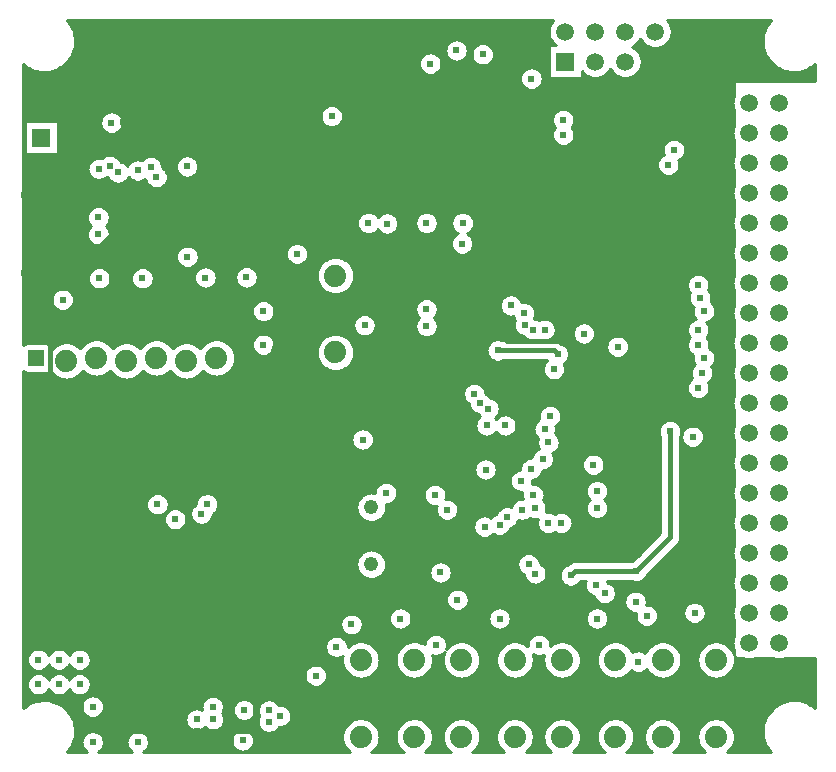
<source format=gbr>
%TF.GenerationSoftware,Novarm,DipTrace,3.2.0.1*%
%TF.CreationDate,2018-09-17T07:16:27-08:00*%
%FSLAX26Y26*%
%MOIN*%
%TF.FileFunction,Copper,L4,Bot*%
%TF.Part,Single*%
%AMOUTLINE1*
4,1,4,
0.026163,0.026163,
0.026205,-0.026121,
-0.026121,-0.026205,
-0.026163,0.026163,
0.026163,0.026163,
0*%
%TA.AperFunction,Conductor*%
%ADD17C,0.015748*%
%ADD18C,0.008*%
%TA.AperFunction,CopperBalancing*%
%ADD21C,0.01*%
%TA.AperFunction,ComponentPad*%
%ADD33R,0.059055X0.059055*%
%ADD34C,0.059055*%
%ADD38O,0.070866X0.043307*%
%ADD45C,0.074*%
%ADD62R,0.05937X0.05937*%
%ADD63C,0.05937*%
%ADD67C,0.048*%
%TA.AperFunction,ViaPad*%
%ADD68C,0.024*%
%TA.AperFunction,ComponentPad*%
%ADD147OUTLINE1*%
G75*
G01*
%LPD*%
X548502Y2275936D2*
D17*
Y2104592D1*
X556184Y2096910D1*
X668672D1*
X768662Y2196899D1*
X787683D1*
Y2193774D1*
X837404D1*
X1252987Y2240645D2*
X1287450D1*
X1352978D1*
X1287450Y2012201D2*
Y2240645D1*
Y1756201D2*
Y1835012D1*
Y2012201D1*
Y1756201D2*
Y1743915D1*
X1262360Y1718824D1*
X1160075D1*
X1168701Y1727450D1*
X756299Y2524949D2*
X787550D1*
Y2512351D1*
X931201Y2368700D1*
Y2243701D1*
Y2193774D1*
X886302D1*
X837404D1*
X1091242Y2709324D2*
X621771D1*
X484316Y2571870D1*
X1196826Y684326D2*
X1074879D1*
X1196826D2*
Y506201D1*
X1257591Y445436D1*
X1796824Y1214272D2*
Y1128407D1*
X1728075Y1059658D1*
X1315576Y887450D2*
X1583990D1*
X1696373Y999834D1*
X1728075Y1031536D1*
Y1059658D1*
X1315576Y887450D2*
X512450D1*
Y1787579D1*
X646799Y1921928D1*
X681171D1*
X824906D1*
X1331299Y846844D2*
Y818799D1*
X1196826Y684326D1*
X749696D2*
X1074879D1*
X1315576Y887450D2*
X1331299D1*
Y846844D1*
X1002314Y492840D2*
X1183465D1*
X1196826Y506201D1*
X787683Y2196899D2*
Y2250181D1*
X886302Y2193774D2*
Y2248801D1*
X887452Y2249950D1*
X887310Y2193774D2*
Y2143841D1*
X548502Y2275936D2*
X452936D1*
X448999Y2279873D1*
X458760D1*
X571807Y2392920D1*
Y2518740D1*
X518677Y2571870D1*
X484316D1*
X448999Y2020030D2*
X545377D1*
X548502Y2104592D1*
X787683Y2193774D2*
Y2143780D1*
X1831050Y1393858D2*
D18*
X1728075Y1290883D1*
D17*
Y1283021D1*
X1796824Y1214272D1*
X1062452Y2243701D2*
X931201D1*
X1156201D2*
X1062452D1*
X1156201D2*
X1249931D1*
X1252987Y2240645D1*
X731071Y456457D2*
Y468861D1*
X755050Y492840D1*
X1002314D1*
X545377Y2020030D2*
X583068D1*
X681171Y1921928D1*
X1091242Y2709324D2*
X1440445D1*
X1531082Y2799961D1*
X1824801D1*
X1849798Y2824958D1*
X1912292D1*
X2062276D1*
X2093523Y2793711D1*
X2162265Y2724969D1*
Y2587483D1*
X1352978Y2240645D2*
X1421718D1*
X1524832Y2343759D1*
X1668567D1*
X1693565Y2318761D1*
X2003772Y2318550D2*
X2037067D1*
X2074774Y2356257D1*
X2003772Y2318550D2*
X1693565Y2318761D1*
X2074774Y2356257D2*
X2081024D1*
X2099772Y2375005D1*
X2287252D1*
X2293502Y2381255D1*
X2530977Y2724969D2*
Y2674974D1*
X2437236Y2581234D1*
X2168515D1*
X2162265Y2587483D1*
X2843701Y687450D2*
X2943701D1*
X2023294Y1029911D2*
X1968536Y975152D1*
X1721054D1*
X1696373Y999834D1*
X2023294Y1029911D2*
X2029544D1*
X2093523Y1093890D1*
X2243507D1*
X2312250Y1162633D1*
X2505979D1*
X2530977Y1187630D1*
X1257591Y445436D2*
Y443701D1*
X1268701D1*
X1368701Y543701D1*
X2693701D1*
X2843444Y693444D1*
Y687193D1*
X2843701Y687450D1*
X1939103Y1762570D2*
X1812302D1*
X1562328D1*
X1499835Y1825063D1*
X1297399D1*
X1287450Y1835012D1*
X1812302Y1712575D2*
Y1762570D1*
X2274753Y1750071D2*
X2231008Y1793816D1*
X2037278D1*
X2024780Y1806315D1*
X1982848D1*
X1939103Y1762570D1*
X2637215Y1525095D2*
Y1550092D1*
X2480982Y1706326D1*
X2318499D1*
X2274753Y1750071D1*
X819292Y1431201D2*
X981201D1*
X2468483Y1027147D2*
X2264255D1*
X2249756Y1012649D1*
X2580971Y1493848D2*
Y1139635D1*
X2468483Y1027147D1*
X2006032Y1762570D2*
X2193512D1*
X2206011Y1750071D1*
D68*
X1281108Y543948D3*
X1399845Y678309D3*
X2174950Y1456201D3*
X2680961Y1937551D3*
X2162452Y1499952D3*
X2674711Y1981297D3*
X2502855Y878288D3*
X2337247Y1293869D3*
X2687210Y1687578D3*
X2337247Y1237625D3*
X2674711Y1637583D3*
X970858Y2375912D3*
X971765Y2075037D3*
X712452Y2378164D3*
X674921Y2149952D3*
Y2206273D3*
X740540Y2356257D3*
X1562452Y1846936D3*
X548502Y2275936D3*
X837404Y2193774D3*
X1252987Y2240645D3*
X1352978D3*
X756299Y2524949D3*
X1091242Y2709324D3*
X1196826Y684326D3*
X1074879D3*
X1257591Y445436D3*
X1196826Y684326D3*
X1257591Y445436D3*
X1796824Y1214272D3*
X1728075Y1059658D3*
X1315576Y887450D3*
X1257591Y445436D3*
X681171Y1921928D3*
X1315576Y887450D3*
X824906Y1921928D3*
X1331299Y846844D3*
X1196826Y684326D3*
X749696D3*
X1331299Y846844D3*
X1002314Y492840D3*
X787683Y2250181D3*
X887452Y2249950D3*
X887310Y2143841D3*
X548502Y2275936D3*
X545377Y2020030D3*
X787683Y2143780D3*
X1831050Y1393858D3*
X1728075Y1290883D3*
X1796824Y1214272D3*
X1062452Y2243701D3*
X1156201D3*
X1062452D3*
X1156201D3*
X1252987Y2240645D3*
X731071Y456457D3*
X1002314Y492840D3*
X1531082Y2799961D3*
X1091242Y2709324D3*
X1912292Y2824958D3*
X2093523Y2793711D3*
X2162265Y2587483D3*
X1524832Y2343759D3*
X1693565Y2318761D3*
X2003772Y2318550D3*
X2074774Y2356257D3*
X2003772Y2318550D3*
X2293502Y2381255D3*
X2023294Y1029911D3*
X2530977Y1187630D3*
X2023294Y1029911D3*
X1939103Y1762570D3*
X1812302Y1712575D3*
X2274753Y1750071D3*
X1939103Y1762570D3*
X2637215Y1525095D3*
X2274753Y1750071D3*
X981201Y1431201D3*
X819292D3*
X1956201Y2749950D3*
X2097213Y1847213D3*
X2224759Y2481244D3*
X2156201Y1399952D3*
X1037452Y1249952D3*
X2574722Y2381255D3*
X1781201Y2718701D3*
X2093701Y1887452D3*
X656173Y575194D3*
X612428Y731428D3*
X1156121Y462706D3*
X543685Y650187D3*
X1243612Y525200D3*
X474942Y650187D3*
X1057432Y532605D3*
X612428Y650187D3*
X2131019Y1018898D3*
X931145Y1200129D3*
X474952Y731201D3*
X2162265Y1831313D3*
X1887453Y2118701D3*
X806201Y2362452D3*
X1031777Y2005626D3*
X1768701Y1843701D3*
X849903Y2375005D3*
X1168620Y2006282D3*
X1768557Y1900055D3*
X2131019Y1237625D3*
X2674711Y1781318D3*
X2324748Y1381360D3*
X2693460Y1737572D3*
X1634196Y1287620D3*
X1556079Y1465726D3*
X868701Y2340576D3*
X1224864Y1893788D3*
Y1781318D3*
X1518583Y850166D3*
X2465576Y924952D3*
X2193512Y1700076D3*
X2405990Y1775068D3*
X1018701Y1218701D3*
X2118701Y1368701D3*
X2593470Y2431250D3*
X1868546Y2762465D3*
X2050197Y1912452D3*
X2084149Y1328240D3*
X2693806Y1893806D3*
X2362450Y953076D3*
X1243612Y562696D3*
X2362450Y953076D3*
X1871826Y931201D3*
X806158Y456457D3*
X1002314Y532604D3*
X1243612Y562696D3*
X2124769Y1281370D3*
X2674711Y1831313D3*
X2334326Y981201D3*
X1160723Y564173D3*
X1815427Y1022534D3*
X2334326Y981201D3*
X1056131Y575194D3*
X1160723Y564173D3*
X656173Y456457D3*
X1056131Y575194D3*
X1962286Y1175131D3*
X1468588Y775173D3*
X1799803Y781423D3*
X2012281Y1181381D3*
X2181013Y1543843D3*
X2143517Y781423D3*
X2087273Y1231376D3*
X2474732Y725420D3*
X2031029Y1512596D3*
X556184Y1931302D3*
X1946826Y1587452D3*
X1928076Y1618701D3*
X1974950Y1568700D3*
X1968847Y1512596D3*
X1837299Y1231376D3*
X1453076Y2543701D3*
X2468483Y1027147D3*
X2249756Y1012649D3*
X2580971Y1493848D3*
X2468483Y1027147D3*
X2006032Y1762570D3*
X2206011Y1750071D3*
X676013Y2368756D3*
X821781Y2003170D3*
X678046D3*
X718667Y2521865D3*
X2293502Y1818814D3*
X2224759Y2531239D3*
D3*
X1681066Y868914D3*
X2037278Y1206378D3*
X2012450Y868914D3*
X2174764Y1187630D3*
X2218509D3*
X2337247Y868914D3*
X2655963Y1475100D3*
X2662213Y887662D3*
X2109252Y1050145D3*
X871826Y1249952D3*
X543701Y731201D3*
X1796824Y1281201D3*
X1965551Y1365600D3*
X1337352Y2084411D3*
X1637450Y2185630D3*
X1574960Y2187452D3*
X2124769Y1831313D3*
X1637450Y2185630D3*
X1889274Y2187452D3*
X1768710D3*
X2118520Y2668725D3*
X1889274Y2187452D3*
X578890Y2854007D2*
D21*
X2183160D1*
X2578793D2*
X2908512D1*
X585141Y2844138D2*
X2178336D1*
X2583617D2*
X2902261D1*
X589984Y2834269D2*
X2175680D1*
X2586273D2*
X2897418D1*
X593597Y2824400D2*
X2174898D1*
X2587054D2*
X2893805D1*
X596137Y2814532D2*
X2175894D1*
X2586058D2*
X2891265D1*
X597680Y2804663D2*
X2178765D1*
X2583188D2*
X2889722D1*
X598246Y2794794D2*
X1848746D1*
X1888344D2*
X2183882D1*
X2478070D2*
X2483882D1*
X2578070D2*
X2889156D1*
X597894Y2784925D2*
X1837633D1*
X1899457D2*
X1941949D1*
X1970453D2*
X2192145D1*
X2469809D2*
X2492145D1*
X2569809D2*
X2889508D1*
X596566Y2775057D2*
X1832320D1*
X1904769D2*
X1927477D1*
X1984925D2*
X2174898D1*
X2455277D2*
X2506676D1*
X2555277D2*
X2890836D1*
X594261Y2765188D2*
X1830250D1*
X1906840D2*
X1921050D1*
X1991352D2*
X2174898D1*
X2469613D2*
X2893141D1*
X590882Y2755319D2*
X1772593D1*
X1789809D2*
X1830836D1*
X1906253D2*
X1918180D1*
X1994222D2*
X2174898D1*
X2477953D2*
X2896520D1*
X586332Y2745450D2*
X1754058D1*
X1808344D2*
X1834234D1*
X1902856D2*
X1918082D1*
X1994320D2*
X2174898D1*
X2483109D2*
X2901070D1*
X580414Y2735582D2*
X1746832D1*
X1815570D2*
X1841538D1*
X1895550D2*
X1920680D1*
X1991722D2*
X2174898D1*
X2486038D2*
X2906988D1*
X572816Y2725713D2*
X1743473D1*
X1818929D2*
X1860621D1*
X1876469D2*
X1926714D1*
X1985688D2*
X2174898D1*
X2487054D2*
X2914586D1*
X562973Y2715844D2*
X1742906D1*
X1819496D2*
X1939860D1*
X1972542D2*
X2174898D1*
X2486293D2*
X2924429D1*
X424710Y2705975D2*
X437672D1*
X549730D2*
X1745034D1*
X1817368D2*
X2114176D1*
X2122853D2*
X2174898D1*
X2483676D2*
X2937672D1*
X3049730D2*
X3062516D1*
X424710Y2696107D2*
X458062D1*
X529340D2*
X1750406D1*
X1811996D2*
X2092046D1*
X2145004D2*
X2174898D1*
X2478890D2*
X2958062D1*
X3029340D2*
X3062496D1*
X424710Y2686238D2*
X1761637D1*
X1800765D2*
X2084469D1*
X2152562D2*
X2174898D1*
X2371156D2*
X2390816D1*
X2471156D2*
X3062477D1*
X424710Y2676369D2*
X2080914D1*
X2156137D2*
X2174898D1*
X2287054D2*
X2304038D1*
X2357914D2*
X2404038D1*
X2457914D2*
X3062457D1*
X424710Y2666500D2*
X2080192D1*
X2156860D2*
X3062437D1*
X424710Y2656631D2*
X2082125D1*
X2154906D2*
X2793706D1*
X424710Y2646763D2*
X2087242D1*
X2149789D2*
X2793706D1*
X424710Y2636894D2*
X2097886D1*
X2139164D2*
X2793706D1*
X424710Y2627025D2*
X2793706D1*
X424710Y2617156D2*
X2793706D1*
X424710Y2607288D2*
X2791481D1*
X424710Y2597419D2*
X2788688D1*
X424710Y2587550D2*
X2787769D1*
X424710Y2577681D2*
X1436461D1*
X1469692D2*
X2788649D1*
X424710Y2567813D2*
X1423492D1*
X1482660D2*
X2215933D1*
X2233578D2*
X2791402D1*
X424710Y2557944D2*
X707809D1*
X729516D2*
X1417496D1*
X1488656D2*
X2197574D1*
X2251937D2*
X2793706D1*
X424710Y2548075D2*
X690992D1*
X746352D2*
X1414937D1*
X1491214D2*
X2190368D1*
X2259164D2*
X2793706D1*
X424710Y2538206D2*
X684020D1*
X753305D2*
X1415074D1*
X1491078D2*
X2187008D1*
X2262504D2*
X2793706D1*
X424710Y2528337D2*
X680836D1*
X756508D2*
X1417984D1*
X1488168D2*
X2186481D1*
X2263050D2*
X2793706D1*
X540238Y2518469D2*
X680425D1*
X756918D2*
X1424469D1*
X1481684D2*
X2188609D1*
X2260902D2*
X2793706D1*
X540238Y2508600D2*
X682692D1*
X754633D2*
X1439176D1*
X1466996D2*
X2193981D1*
X2255532D2*
X2792008D1*
X540238Y2498731D2*
X688277D1*
X749046D2*
X2190700D1*
X2258813D2*
X2788941D1*
X540238Y2488862D2*
X700074D1*
X737269D2*
X2187145D1*
X2262368D2*
X2787789D1*
X540238Y2478994D2*
X2186421D1*
X2263089D2*
X2788433D1*
X540238Y2469125D2*
X2188374D1*
X2261137D2*
X2790914D1*
X540238Y2459256D2*
X2193512D1*
X2256020D2*
X2567692D1*
X2619261D2*
X2793706D1*
X540238Y2449387D2*
X2204156D1*
X2245356D2*
X2559761D1*
X2627172D2*
X2793706D1*
X540238Y2439519D2*
X2555992D1*
X2630941D2*
X2793706D1*
X540238Y2429650D2*
X2555113D1*
X2631840D2*
X2793706D1*
X540238Y2419781D2*
X2556870D1*
X2630062D2*
X2793706D1*
X424710Y2409912D2*
X691676D1*
X733226D2*
X835484D1*
X864320D2*
X954273D1*
X987445D2*
X2549684D1*
X2625180D2*
X2792574D1*
X424710Y2400044D2*
X654528D1*
X743793D2*
X821129D1*
X878696D2*
X941285D1*
X1000433D2*
X2541382D1*
X2615082D2*
X2789234D1*
X424710Y2390175D2*
X644352D1*
X757309D2*
X780093D1*
X885082D2*
X935289D1*
X1006429D2*
X2537398D1*
X2612034D2*
X2787848D1*
X424710Y2380306D2*
X639449D1*
X887933D2*
X932710D1*
X1009008D2*
X2536344D1*
X2613109D2*
X2788238D1*
X424710Y2370437D2*
X637652D1*
X892210D2*
X932868D1*
X1008852D2*
X2537925D1*
X2611528D2*
X2790484D1*
X424710Y2360568D2*
X638512D1*
X901313D2*
X935757D1*
X1005961D2*
X2542554D1*
X2606878D2*
X2793706D1*
X424710Y2350700D2*
X642261D1*
X905706D2*
X942242D1*
X999477D2*
X2552164D1*
X2597289D2*
X2793706D1*
X424710Y2340831D2*
X650133D1*
X907093D2*
X956890D1*
X984828D2*
X2793706D1*
X424710Y2330962D2*
X711988D1*
X769086D2*
X785016D1*
X905844D2*
X2793706D1*
X424710Y2321093D2*
X726793D1*
X754281D2*
X835777D1*
X901625D2*
X2793706D1*
X424710Y2311225D2*
X844528D1*
X892874D2*
X2793180D1*
X424710Y2301356D2*
X2789566D1*
X424710Y2291487D2*
X2787925D1*
X424710Y2281618D2*
X2788082D1*
X424710Y2271750D2*
X2790074D1*
X424710Y2261881D2*
X2793706D1*
X424710Y2252012D2*
X2793706D1*
X424710Y2242143D2*
X663336D1*
X686508D2*
X2793706D1*
X424710Y2232274D2*
X647046D1*
X702797D2*
X2793706D1*
X424710Y2222406D2*
X640172D1*
X709672D2*
X1560660D1*
X1589261D2*
X1629645D1*
X1645257D2*
X1754410D1*
X1783012D2*
X1874977D1*
X1903578D2*
X2793706D1*
X424710Y2212537D2*
X637046D1*
X712797D2*
X1546226D1*
X1603696D2*
X1610465D1*
X1664418D2*
X1739977D1*
X1797445D2*
X1860542D1*
X1918012D2*
X2793706D1*
X424710Y2202668D2*
X636696D1*
X713149D2*
X1539801D1*
X1671742D2*
X1733550D1*
X1803870D2*
X1854117D1*
X1924437D2*
X2789918D1*
X424710Y2192799D2*
X639038D1*
X710805D2*
X1536949D1*
X1675160D2*
X1730700D1*
X1806722D2*
X1851265D1*
X1927289D2*
X2788042D1*
X424710Y2182931D2*
X644702D1*
X705141D2*
X1536832D1*
X1675746D2*
X1730582D1*
X1806840D2*
X1851149D1*
X1927406D2*
X2787965D1*
X424710Y2173062D2*
X644508D1*
X705336D2*
X1539429D1*
X1673676D2*
X1733180D1*
X1804222D2*
X1853746D1*
X1924789D2*
X2789684D1*
X424710Y2163193D2*
X638941D1*
X710902D2*
X1545504D1*
X1668364D2*
X1739253D1*
X1798168D2*
X1859801D1*
X1918734D2*
X2793414D1*
X424710Y2153324D2*
X636676D1*
X713168D2*
X1558668D1*
X1591253D2*
X1617613D1*
X1657289D2*
X1752418D1*
X1785004D2*
X1872320D1*
X1905570D2*
X2793706D1*
X424710Y2143456D2*
X637086D1*
X712757D2*
X1858414D1*
X1916488D2*
X2793706D1*
X424710Y2133587D2*
X640289D1*
X709554D2*
X1852145D1*
X1922757D2*
X2793706D1*
X424710Y2123718D2*
X647261D1*
X702582D2*
X1849390D1*
X1925512D2*
X2793706D1*
X424710Y2113849D2*
X664156D1*
X685688D2*
X1313277D1*
X1361429D2*
X1849370D1*
X1925532D2*
X2793706D1*
X424710Y2103981D2*
X947086D1*
X996449D2*
X1304488D1*
X1370218D2*
X1852066D1*
X1922836D2*
X2790328D1*
X424710Y2094112D2*
X938589D1*
X1004925D2*
X1300230D1*
X1374477D2*
X1858277D1*
X1916625D2*
X2788180D1*
X424710Y2084243D2*
X934508D1*
X1009008D2*
X1298961D1*
X1375746D2*
X1871910D1*
X1902992D2*
X2787868D1*
X424710Y2074374D2*
X933374D1*
X1010160D2*
X1300328D1*
X1374378D2*
X1459137D1*
X1471761D2*
X2789352D1*
X424710Y2064505D2*
X934878D1*
X1008656D2*
X1304684D1*
X1370024D2*
X1430425D1*
X1500473D2*
X2792789D1*
X424710Y2054637D2*
X939410D1*
X1004105D2*
X1313726D1*
X1360981D2*
X1418706D1*
X1512192D2*
X2793706D1*
X424710Y2044768D2*
X948805D1*
X994730D2*
X1411226D1*
X1519672D2*
X2793706D1*
X424710Y2034899D2*
X657242D1*
X698852D2*
X800992D1*
X842582D2*
X1007496D1*
X1056058D2*
X1143532D1*
X1193696D2*
X1406324D1*
X1524574D2*
X2793706D1*
X424710Y2025030D2*
X646696D1*
X709398D2*
X790425D1*
X853129D2*
X998805D1*
X1064750D2*
X1135250D1*
X1201977D2*
X1403374D1*
X1527524D2*
X2793706D1*
X424710Y2015162D2*
X641617D1*
X714477D2*
X785348D1*
X858206D2*
X994605D1*
X1068949D2*
X1131285D1*
X1205941D2*
X1402125D1*
X1528773D2*
X2657848D1*
X2691586D2*
X2793706D1*
X424710Y2005293D2*
X639702D1*
X716390D2*
X783433D1*
X860121D2*
X993374D1*
X1070180D2*
X1130230D1*
X1207016D2*
X1402437D1*
X1528461D2*
X2645016D1*
X2704398D2*
X2790757D1*
X424710Y1995424D2*
X640465D1*
X715629D2*
X784196D1*
X859378D2*
X994801D1*
X1068753D2*
X1131832D1*
X1205414D2*
X1404352D1*
X1526546D2*
X2639078D1*
X2710336D2*
X2788356D1*
X424710Y1985555D2*
X644058D1*
X712034D2*
X787789D1*
X855765D2*
X999214D1*
X1064340D2*
X1136481D1*
X1200746D2*
X1408024D1*
X1522874D2*
X2636558D1*
X2712874D2*
X2787809D1*
X424710Y1975687D2*
X651676D1*
X704418D2*
X795406D1*
X848149D2*
X1008356D1*
X1055200D2*
X1146109D1*
X1191137D2*
X1413844D1*
X1517054D2*
X2636734D1*
X2712680D2*
X2789038D1*
X424710Y1965818D2*
X540777D1*
X571586D2*
X675152D1*
X680941D2*
X1422710D1*
X1508188D2*
X2639664D1*
X2709750D2*
X2792202D1*
X424710Y1955949D2*
X527046D1*
X585316D2*
X1437437D1*
X1493461D2*
X2646206D1*
X2714516D2*
X2793706D1*
X424710Y1946080D2*
X520836D1*
X591546D2*
X2032828D1*
X2067562D2*
X2643550D1*
X2718382D2*
X2793706D1*
X424710Y1936211D2*
X518101D1*
X594261D2*
X1757984D1*
X1779125D2*
X2020309D1*
X2080082D2*
X2642593D1*
X2719340D2*
X2793706D1*
X424710Y1926343D2*
X518121D1*
X594261D2*
X1205445D1*
X1244281D2*
X1740953D1*
X1796156D2*
X2014469D1*
X2085921D2*
X2644273D1*
X2717641D2*
X2793706D1*
X424710Y1916474D2*
X520856D1*
X591528D2*
X1194137D1*
X1255589D2*
X1733961D1*
X1803168D2*
X2012008D1*
X2118285D2*
X2649058D1*
X2724554D2*
X2793706D1*
X424710Y1906605D2*
X527105D1*
X585277D2*
X1188726D1*
X1261000D2*
X1730738D1*
X1806370D2*
X2012261D1*
X2126820D2*
X2657672D1*
X2729945D2*
X2791226D1*
X424710Y1896736D2*
X540894D1*
X571469D2*
X1186578D1*
X1263149D2*
X1730309D1*
X1806801D2*
X2015250D1*
X2130921D2*
X2655524D1*
X2732093D2*
X2788570D1*
X424710Y1886868D2*
X1187105D1*
X1262621D2*
X1732554D1*
X1804554D2*
X2021910D1*
X2132093D2*
X2656050D1*
X2731566D2*
X2787769D1*
X424710Y1876999D2*
X1190445D1*
X1259281D2*
X1539196D1*
X1585706D2*
X1738101D1*
X1799008D2*
X2037281D1*
X2130609D2*
X2659390D1*
X2728226D2*
X2788785D1*
X424710Y1867130D2*
X1197633D1*
X1252093D2*
X1529977D1*
X1594925D2*
X1738550D1*
X1798852D2*
X2061305D1*
X2136528D2*
X2150504D1*
X2174028D2*
X2662945D1*
X2721020D2*
X2791676D1*
X424710Y1857261D2*
X1215836D1*
X1233910D2*
X1525504D1*
X1599398D2*
X1732848D1*
X1804554D2*
X2060192D1*
X2190200D2*
X2646773D1*
X2702757D2*
X2793706D1*
X424710Y1847393D2*
X1524058D1*
X1600844D2*
X1730484D1*
X1806918D2*
X2058805D1*
X2197034D2*
X2268374D1*
X2318617D2*
X2639937D1*
X2709477D2*
X2793706D1*
X424710Y1837524D2*
X1525250D1*
X1599652D2*
X1730816D1*
X1806586D2*
X2060093D1*
X2200141D2*
X2260113D1*
X2326878D2*
X2636832D1*
X2712601D2*
X2793706D1*
X424710Y1827655D2*
X1529410D1*
X1595492D2*
X1733921D1*
X1803481D2*
X2064332D1*
X2200492D2*
X2256168D1*
X2330844D2*
X2636500D1*
X2712933D2*
X2793706D1*
X424710Y1817786D2*
X1215562D1*
X1234164D2*
X1454390D1*
X1476508D2*
X1538024D1*
X1586878D2*
X1740738D1*
X1796664D2*
X2073121D1*
X2198129D2*
X2255113D1*
X2331878D2*
X2638844D1*
X2710570D2*
X2793706D1*
X424710Y1807918D2*
X1197574D1*
X1252152D2*
X1429528D1*
X1501370D2*
X1756832D1*
X1780570D2*
X2094586D1*
X2192445D2*
X2256714D1*
X2330277D2*
X2387105D1*
X2424868D2*
X2644528D1*
X2704886D2*
X2791734D1*
X424710Y1798049D2*
X652809D1*
X684593D2*
X852809D1*
X884593D2*
X1052809D1*
X1084593D2*
X1190406D1*
X1259320D2*
X1418160D1*
X1512738D2*
X1993200D1*
X2018870D2*
X2106676D1*
X2180356D2*
X2261402D1*
X2325609D2*
X2375484D1*
X2436488D2*
X2640269D1*
X2709164D2*
X2788805D1*
X424710Y1788180D2*
X435093D1*
X502309D2*
X553356D1*
X584046D2*
X631364D1*
X706038D2*
X753356D1*
X784046D2*
X831364D1*
X906038D2*
X953356D1*
X984046D2*
X1031364D1*
X1106038D2*
X1187105D1*
X1262621D2*
X1410874D1*
X1520024D2*
X1977769D1*
X2215746D2*
X2271050D1*
X2315961D2*
X2369957D1*
X2442016D2*
X2636949D1*
X2712484D2*
X2787769D1*
X516586Y1778311D2*
X531558D1*
X605844D2*
X620542D1*
X716860D2*
X731558D1*
X805844D2*
X820542D1*
X916860D2*
X931558D1*
X1005844D2*
X1020542D1*
X1116860D2*
X1186578D1*
X1263149D2*
X1406089D1*
X1524809D2*
X1971109D1*
X2231528D2*
X2367730D1*
X2444242D2*
X2636441D1*
X2712992D2*
X2788532D1*
X1123852Y1768442D2*
X1188746D1*
X1260981D2*
X1403257D1*
X1527641D2*
X1968101D1*
X2239593D2*
X2368180D1*
X2443793D2*
X2638589D1*
X2715570D2*
X2791168D1*
X1128421Y1758574D2*
X1194176D1*
X1255550D2*
X1402086D1*
X1528813D2*
X1967848D1*
X2243421D2*
X2371421D1*
X2440550D2*
X2644020D1*
X2725414D2*
X2793706D1*
X1131078Y1748705D2*
X1205562D1*
X1244164D2*
X1402496D1*
X1528402D2*
X1970289D1*
X2244378D2*
X2378453D1*
X2433520D2*
X2655406D1*
X2730160D2*
X2793706D1*
X1132093Y1738836D2*
X1404508D1*
X1526390D2*
X1976129D1*
X2242680D2*
X2395718D1*
X2416253D2*
X2655074D1*
X2731840D2*
X2793706D1*
X1131528Y1728967D2*
X1408316D1*
X1522601D2*
X1988609D1*
X2023461D2*
X2168765D1*
X2237894D2*
X2656070D1*
X2730864D2*
X2793706D1*
X1129340Y1719099D2*
X1414273D1*
X1516625D2*
X2160309D1*
X2227973D2*
X2659937D1*
X2726977D2*
X2793706D1*
X1125356Y1709230D2*
X1423374D1*
X1507524D2*
X2156246D1*
X2230765D2*
X2655718D1*
X2718870D2*
X2792281D1*
X1119125Y1699361D2*
X1438706D1*
X1492192D2*
X2155113D1*
X2231898D2*
X2650718D1*
X2723714D2*
X2789078D1*
X508870Y1689492D2*
X518180D1*
X619222D2*
X627769D1*
X709633D2*
X718180D1*
X819222D2*
X827769D1*
X909633D2*
X918180D1*
X1019222D2*
X1027769D1*
X1109633D2*
X2156637D1*
X2230374D2*
X2648864D1*
X2725570D2*
X2787809D1*
X424710Y1679624D2*
X527613D1*
X609789D2*
X644253D1*
X693149D2*
X727613D1*
X809789D2*
X844253D1*
X893149D2*
X927613D1*
X1009789D2*
X1044253D1*
X1093149D2*
X2161206D1*
X2225824D2*
X2649664D1*
X2724750D2*
X2788336D1*
X424710Y1669755D2*
X543941D1*
X593461D2*
X743941D1*
X793461D2*
X943941D1*
X993461D2*
X2170621D1*
X2216410D2*
X2653336D1*
X2721097D2*
X2790700D1*
X424710Y1659886D2*
X2643688D1*
X2713344D2*
X2793706D1*
X424710Y1650017D2*
X1906637D1*
X1949516D2*
X2638433D1*
X2710981D2*
X2793706D1*
X424710Y1640149D2*
X1896441D1*
X1959710D2*
X2636402D1*
X2713032D2*
X2793706D1*
X424710Y1630280D2*
X1891520D1*
X1964633D2*
X2637028D1*
X2712386D2*
X2793706D1*
X424710Y1620411D2*
X1889722D1*
X1966429D2*
X2640484D1*
X2708929D2*
X2793706D1*
X424710Y1610542D2*
X1890582D1*
X1977250D2*
X2647868D1*
X2701546D2*
X2792868D1*
X424710Y1600673D2*
X1894313D1*
X1995356D2*
X2667672D1*
X2681742D2*
X2789390D1*
X424710Y1590805D2*
X1902164D1*
X2006117D2*
X2787868D1*
X424710Y1580936D2*
X1909000D1*
X2011293D2*
X2175230D1*
X2186801D2*
X2788160D1*
X424710Y1571067D2*
X1912202D1*
X2013285D2*
X2154370D1*
X2207660D2*
X2790269D1*
X424710Y1561198D2*
X1919196D1*
X2012582D2*
X2146890D1*
X2215141D2*
X2793706D1*
X424710Y1551330D2*
X1936129D1*
X2009066D2*
X2143374D1*
X2218656D2*
X2793706D1*
X424710Y1541461D2*
X1944058D1*
X2055805D2*
X2142692D1*
X2219340D2*
X2793706D1*
X424710Y1531592D2*
X1935621D1*
X2064242D2*
X2141520D1*
X2217348D2*
X2793706D1*
X424710Y1521723D2*
X1931578D1*
X2068305D2*
X2131050D1*
X2212172D2*
X2555034D1*
X2606898D2*
X2793706D1*
X424710Y1511855D2*
X1930445D1*
X2069418D2*
X2125992D1*
X2201390D2*
X2547184D1*
X2614750D2*
X2648042D1*
X2663890D2*
X2793492D1*
X424710Y1501986D2*
X1545914D1*
X1566234D2*
X1931988D1*
X2067894D2*
X2124097D1*
X2200805D2*
X2543473D1*
X2618481D2*
X2628961D1*
X2682953D2*
X2789722D1*
X424710Y1492117D2*
X1528570D1*
X1583578D2*
X1936558D1*
X2063324D2*
X2124878D1*
X2200024D2*
X2542613D1*
X2690277D2*
X2787965D1*
X424710Y1482248D2*
X1521520D1*
X1590629D2*
X1945992D1*
X1991702D2*
X2008180D1*
X2053890D2*
X2128512D1*
X2202797D2*
X2544410D1*
X2693676D2*
X2788024D1*
X424710Y1472379D2*
X1518277D1*
X1593890D2*
X2136188D1*
X2209672D2*
X2546696D1*
X2694261D2*
X2789878D1*
X424710Y1462511D2*
X1517809D1*
X1594340D2*
X2137086D1*
X2212816D2*
X2546696D1*
X2692172D2*
X2793706D1*
X424710Y1452642D2*
X1520034D1*
X1592113D2*
X2136714D1*
X2213188D2*
X2546696D1*
X2615238D2*
X2625054D1*
X2686878D2*
X2793706D1*
X424710Y1442773D2*
X1525542D1*
X1586605D2*
X2139038D1*
X2210864D2*
X2546696D1*
X2615238D2*
X2636149D1*
X2675765D2*
X2793706D1*
X424710Y1432904D2*
X1537145D1*
X1575004D2*
X2137516D1*
X2205200D2*
X2546696D1*
X2615238D2*
X2793706D1*
X424710Y1423036D2*
X2125777D1*
X2193246D2*
X2546696D1*
X2615238D2*
X2793706D1*
X424710Y1413167D2*
X2120210D1*
X2192192D2*
X2304078D1*
X2345414D2*
X2546696D1*
X2615238D2*
X2793706D1*
X424710Y1403298D2*
X2103492D1*
X2194457D2*
X2293453D1*
X2356038D2*
X2546696D1*
X2615238D2*
X2790113D1*
X424710Y1393429D2*
X1939566D1*
X1991546D2*
X2089645D1*
X2194028D2*
X2288356D1*
X2361156D2*
X2546696D1*
X2615238D2*
X2788101D1*
X424710Y1383561D2*
X1931753D1*
X1999360D2*
X2083374D1*
X2190824D2*
X2286421D1*
X2363089D2*
X2546696D1*
X2615238D2*
X2787906D1*
X424710Y1373692D2*
X1928042D1*
X2003070D2*
X2080641D1*
X2183832D2*
X2287145D1*
X2362348D2*
X2546696D1*
X2615238D2*
X2789528D1*
X424710Y1363823D2*
X1927202D1*
X2003910D2*
X2071637D1*
X2166878D2*
X2290718D1*
X2358773D2*
X2546696D1*
X2615238D2*
X2793121D1*
X424710Y1353954D2*
X1929020D1*
X2002093D2*
X2055992D1*
X2154066D2*
X2298297D1*
X2351196D2*
X2546696D1*
X2615238D2*
X2793706D1*
X424710Y1344086D2*
X1933961D1*
X1997152D2*
X2049273D1*
X2147856D2*
X2320680D1*
X2328810D2*
X2546696D1*
X2615238D2*
X2793706D1*
X424710Y1334217D2*
X1944214D1*
X1986898D2*
X2046226D1*
X2134184D2*
X2546696D1*
X2615238D2*
X2793706D1*
X424710Y1324348D2*
X1626149D1*
X1642250D2*
X2045953D1*
X2122348D2*
X2314566D1*
X2359925D2*
X2546696D1*
X2615238D2*
X2793706D1*
X424710Y1314479D2*
X1607164D1*
X1661214D2*
X1778765D1*
X1814886D2*
X2048374D1*
X2143168D2*
X2305034D1*
X2369457D2*
X2546696D1*
X2615238D2*
X2793706D1*
X424710Y1304610D2*
X1599878D1*
X1668520D2*
X1766656D1*
X1826996D2*
X2054156D1*
X2155062D2*
X2300425D1*
X2374066D2*
X2546696D1*
X2615238D2*
X2790524D1*
X424710Y1294742D2*
X1596481D1*
X1671918D2*
X1760953D1*
X1832680D2*
X2066520D1*
X2160706D2*
X2298864D1*
X2375629D2*
X2546696D1*
X2615238D2*
X2788257D1*
X424710Y1284873D2*
X857437D1*
X886214D2*
X1023062D1*
X1051840D2*
X1562769D1*
X1672504D2*
X1758609D1*
X1835042D2*
X2086538D1*
X2163012D2*
X2299937D1*
X2374554D2*
X2546696D1*
X2615238D2*
X2787828D1*
X424710Y1275004D2*
X843062D1*
X900589D2*
X1008688D1*
X1066214D2*
X1548512D1*
X1670394D2*
X1758941D1*
X1834710D2*
X2086910D1*
X2162621D2*
X2303961D1*
X2370532D2*
X2546696D1*
X2615238D2*
X2789196D1*
X424710Y1265135D2*
X836656D1*
X906996D2*
X1002281D1*
X1072641D2*
X1540816D1*
X1665082D2*
X1762046D1*
X1854398D2*
X2070172D1*
X2159457D2*
X2310914D1*
X2363578D2*
X2546696D1*
X2615238D2*
X2792516D1*
X424710Y1255267D2*
X833805D1*
X909848D2*
X999429D1*
X1075473D2*
X1536364D1*
X1653949D2*
X1768882D1*
X1867074D2*
X2057496D1*
X2165004D2*
X2303277D1*
X2371234D2*
X2546696D1*
X2615238D2*
X2793706D1*
X424710Y1245398D2*
X833706D1*
X909945D2*
X991500D1*
X1075570D2*
X1534234D1*
X1634418D2*
X1785016D1*
X1872973D2*
X2051597D1*
X2168597D2*
X2299664D1*
X2374828D2*
X2546696D1*
X2615238D2*
X2793706D1*
X424710Y1235529D2*
X836324D1*
X907328D2*
X918082D1*
X944202D2*
X984293D1*
X1072953D2*
X1534117D1*
X1634534D2*
X1799137D1*
X1875473D2*
X2012848D1*
X2169360D2*
X2298902D1*
X2375589D2*
X2546696D1*
X2615238D2*
X2793706D1*
X424710Y1225660D2*
X842378D1*
X959477D2*
X980953D1*
X1066898D2*
X1536032D1*
X1632621D2*
X1799332D1*
X1875257D2*
X2004234D1*
X2167445D2*
X2300816D1*
X2373676D2*
X2546696D1*
X2615238D2*
X2793706D1*
X424710Y1215792D2*
X855601D1*
X888050D2*
X896188D1*
X966097D2*
X980406D1*
X1056996D2*
X1540230D1*
X1628421D2*
X1802301D1*
X1872289D2*
X1996637D1*
X2244125D2*
X2305874D1*
X2368617D2*
X2546696D1*
X2615238D2*
X2793706D1*
X424710Y1205923D2*
X893200D1*
X969086D2*
X982554D1*
X1054848D2*
X1547516D1*
X1621137D2*
X1808902D1*
X1865706D2*
X1940054D1*
X2252133D2*
X2316402D1*
X2358089D2*
X2546696D1*
X2615238D2*
X2790973D1*
X424710Y1196054D2*
X892965D1*
X969320D2*
X987945D1*
X1049457D2*
X1560680D1*
X1607973D2*
X1824000D1*
X1850589D2*
X1930289D1*
X2100570D2*
X2137320D1*
X2255941D2*
X2546696D1*
X2615238D2*
X2788453D1*
X424710Y1186185D2*
X895445D1*
X966840D2*
X999214D1*
X1038188D2*
X1925562D1*
X2069750D2*
X2136382D1*
X2256878D2*
X2546696D1*
X2615238D2*
X2787789D1*
X424710Y1176316D2*
X901305D1*
X960981D2*
X1923902D1*
X2060532D2*
X2138121D1*
X2255160D2*
X2546696D1*
X2615238D2*
X2788921D1*
X424710Y1166448D2*
X913882D1*
X948402D2*
X1924918D1*
X2047562D2*
X2142945D1*
X2250336D2*
X2546696D1*
X2615238D2*
X2791949D1*
X424710Y1156579D2*
X1928805D1*
X2041273D2*
X2152925D1*
X2240356D2*
X2546696D1*
X2615238D2*
X2793706D1*
X424710Y1146710D2*
X1936969D1*
X1987601D2*
X1997261D1*
X2027309D2*
X2539996D1*
X2615238D2*
X2793706D1*
X424710Y1136841D2*
X2530113D1*
X2615121D2*
X2793706D1*
X424710Y1126973D2*
X2520250D1*
X2612738D2*
X2793706D1*
X424710Y1117104D2*
X2510386D1*
X2606449D2*
X2793706D1*
X424710Y1107235D2*
X2500524D1*
X2596625D2*
X2791461D1*
X424710Y1097366D2*
X1569449D1*
X1599202D2*
X2490641D1*
X2586761D2*
X2788668D1*
X424710Y1087498D2*
X1551226D1*
X1617425D2*
X2106382D1*
X2112122D2*
X2480777D1*
X2576898D2*
X2787769D1*
X424710Y1077629D2*
X1542398D1*
X1626253D2*
X2082886D1*
X2135609D2*
X2470914D1*
X2567016D2*
X2788668D1*
X424710Y1067760D2*
X1537242D1*
X1631410D2*
X2075269D1*
X2143246D2*
X2461032D1*
X2557152D2*
X2791421D1*
X424710Y1057891D2*
X1534566D1*
X1634086D2*
X1802242D1*
X1828617D2*
X2071656D1*
X2146840D2*
X2250524D1*
X2547289D2*
X2793706D1*
X424710Y1048023D2*
X1533961D1*
X1634692D2*
X1787066D1*
X1843793D2*
X2070914D1*
X2155473D2*
X2236617D1*
X2537406D2*
X2793706D1*
X424710Y1038154D2*
X1535348D1*
X1633305D2*
X1780445D1*
X1850414D2*
X2072828D1*
X2164086D2*
X2221402D1*
X2527542D2*
X2793706D1*
X424710Y1028285D2*
X1538941D1*
X1629710D2*
X1777477D1*
X1853382D2*
X2077906D1*
X2168226D2*
X2214781D1*
X2517680D2*
X2793706D1*
X424710Y1018416D2*
X1545309D1*
X1623344D2*
X1777261D1*
X1853597D2*
X2088453D1*
X2169418D2*
X2211813D1*
X2507816D2*
X2793706D1*
X424710Y1008547D2*
X1556382D1*
X1612269D2*
X1779742D1*
X1851117D2*
X2094078D1*
X2167953D2*
X2211578D1*
X2501937D2*
X2791988D1*
X424710Y998679D2*
X1785621D1*
X1845238D2*
X2098550D1*
X2163481D2*
X2214058D1*
X2493734D2*
X2788941D1*
X424710Y988810D2*
X1798257D1*
X1832601D2*
X2107809D1*
X2154242D2*
X2219937D1*
X2279574D2*
X2296714D1*
X2374496D2*
X2787789D1*
X424710Y978941D2*
X2232554D1*
X2266957D2*
X2295992D1*
X2390473D2*
X2788433D1*
X424710Y969072D2*
X2297945D1*
X2397250D2*
X2790933D1*
X424710Y959204D2*
X1846032D1*
X1897621D2*
X2303082D1*
X2400336D2*
X2449566D1*
X2481586D2*
X2793706D1*
X424710Y949335D2*
X1838121D1*
X1905532D2*
X2313746D1*
X2400668D2*
X2436226D1*
X2494925D2*
X2793706D1*
X424710Y939466D2*
X1834352D1*
X1909301D2*
X2326617D1*
X2398285D2*
X2430113D1*
X2501038D2*
X2793706D1*
X424710Y929597D2*
X1833453D1*
X1910200D2*
X2332340D1*
X2392562D2*
X2427457D1*
X2503696D2*
X2793706D1*
X424710Y919729D2*
X1835230D1*
X1908421D2*
X2344528D1*
X2380374D2*
X2427534D1*
X2503617D2*
X2641969D1*
X2682465D2*
X2793706D1*
X424710Y909860D2*
X1840113D1*
X1903538D2*
X2430348D1*
X2523910D2*
X2631109D1*
X2693305D2*
X2792554D1*
X424710Y899991D2*
X1659253D1*
X1702874D2*
X1850210D1*
X1893441D2*
X1990641D1*
X2034261D2*
X2315445D1*
X2359046D2*
X2436734D1*
X2534320D2*
X2625894D1*
X2698520D2*
X2789214D1*
X424710Y890122D2*
X1649253D1*
X1712874D2*
X1980641D1*
X2044261D2*
X2305445D1*
X2369046D2*
X2450953D1*
X2539340D2*
X2623902D1*
X2700532D2*
X2787848D1*
X424710Y880253D2*
X1495368D1*
X1541801D2*
X1644429D1*
X1717700D2*
X1975816D1*
X2049086D2*
X2300601D1*
X2373890D2*
X2464508D1*
X2541196D2*
X2624546D1*
X2699868D2*
X2788238D1*
X424710Y870385D2*
X1486129D1*
X1551038D2*
X1642692D1*
X1719437D2*
X1974078D1*
X2050824D2*
X2298882D1*
X2375609D2*
X2465309D1*
X2540414D2*
X2628042D1*
X2696390D2*
X2790484D1*
X424710Y860516D2*
X1481637D1*
X1555532D2*
X1643629D1*
X1718520D2*
X1974996D1*
X2049886D2*
X2299801D1*
X2374692D2*
X2468941D1*
X2536761D2*
X2635484D1*
X2688949D2*
X2793706D1*
X424710Y850647D2*
X1480192D1*
X1556977D2*
X1647437D1*
X1714710D2*
X1978824D1*
X2046078D2*
X2303609D1*
X2370882D2*
X2476656D1*
X2529046D2*
X2655856D1*
X2668578D2*
X2793706D1*
X424710Y840778D2*
X1481382D1*
X1555785D2*
X1655425D1*
X1706702D2*
X1986813D1*
X2038089D2*
X2311597D1*
X2362894D2*
X2793706D1*
X424710Y830910D2*
X1485524D1*
X1551645D2*
X2793706D1*
X424710Y821041D2*
X1494117D1*
X1543050D2*
X2793706D1*
X424710Y811172D2*
X1457437D1*
X1479730D2*
X1776129D1*
X1823461D2*
X2119860D1*
X2167192D2*
X2793160D1*
X424710Y801303D2*
X1440836D1*
X1496352D2*
X1767125D1*
X1832484D2*
X2110836D1*
X2176196D2*
X2789546D1*
X424710Y791435D2*
X1433902D1*
X1503265D2*
X1533609D1*
X1566293D2*
X1711597D1*
X1744301D2*
X1762769D1*
X1836840D2*
X1869020D1*
X1901702D2*
X2047028D1*
X2079710D2*
X2106481D1*
X2180550D2*
X2204449D1*
X2237133D2*
X2382437D1*
X2415121D2*
X2539860D1*
X2572542D2*
X2717868D1*
X2750550D2*
X2787925D1*
X424710Y781566D2*
X1430738D1*
X1506429D2*
X1512458D1*
X1587445D2*
X1690465D1*
X1838206D2*
X1847868D1*
X1922856D2*
X2025874D1*
X2258285D2*
X2361285D1*
X2436273D2*
X2518706D1*
X2593696D2*
X2696714D1*
X2771702D2*
X2788082D1*
X424710Y771697D2*
X1430348D1*
X1598206D2*
X1679684D1*
X1933637D2*
X2015113D1*
X2269046D2*
X2350524D1*
X2447034D2*
X2507945D1*
X2604457D2*
X2685933D1*
X2782465D2*
X2790074D1*
X424710Y761828D2*
X452496D1*
X497425D2*
X521246D1*
X566156D2*
X589645D1*
X635218D2*
X1432652D1*
X1605180D2*
X1672730D1*
X1940589D2*
X2008141D1*
X2276000D2*
X2343550D1*
X2454008D2*
X2465172D1*
X2484281D2*
X2500973D1*
X2611429D2*
X2678981D1*
X424710Y751960D2*
X442848D1*
X644692D2*
X1438257D1*
X1609710D2*
X1668200D1*
X1945121D2*
X2003609D1*
X2280532D2*
X2339020D1*
X2615961D2*
X2674449D1*
X424710Y742091D2*
X438180D1*
X649281D2*
X1450152D1*
X1612348D2*
X1665562D1*
X1790356D2*
X1822965D1*
X1947757D2*
X2000973D1*
X2125765D2*
X2158394D1*
X2283188D2*
X2336382D1*
X2618597D2*
X2671813D1*
X424710Y732222D2*
X436558D1*
X650824D2*
X1486558D1*
X1613344D2*
X1664566D1*
X1791332D2*
X1821988D1*
X1948753D2*
X1999977D1*
X2126761D2*
X2157398D1*
X2284164D2*
X2335406D1*
X2619593D2*
X2670816D1*
X2797582D2*
X3062437D1*
X424710Y722353D2*
X437613D1*
X649710D2*
X1487145D1*
X1612757D2*
X1665152D1*
X1790746D2*
X1822554D1*
X1948168D2*
X2000562D1*
X2126176D2*
X2157984D1*
X2283597D2*
X2335973D1*
X2619008D2*
X2671402D1*
X2797016D2*
X3062437D1*
X424710Y712484D2*
X441578D1*
X645668D2*
X1383649D1*
X1416038D2*
X1489352D1*
X1610550D2*
X1667340D1*
X1788558D2*
X1824761D1*
X1945981D2*
X2002769D1*
X2123969D2*
X2160172D1*
X2281390D2*
X2338180D1*
X2616801D2*
X2673589D1*
X2794809D2*
X3062457D1*
X424710Y702616D2*
X449840D1*
X500062D2*
X518589D1*
X568813D2*
X587574D1*
X637269D2*
X1370425D1*
X1429261D2*
X1493356D1*
X1606546D2*
X1671364D1*
X1784554D2*
X1828765D1*
X1941957D2*
X2006773D1*
X2119965D2*
X2164196D1*
X2277386D2*
X2342184D1*
X2612797D2*
X2677613D1*
X2790805D2*
X3062457D1*
X424710Y692747D2*
X1364352D1*
X1435356D2*
X1499605D1*
X1600297D2*
X1677613D1*
X1778285D2*
X1835034D1*
X1935706D2*
X2013024D1*
X2113714D2*
X2170445D1*
X2271117D2*
X2348453D1*
X2449125D2*
X2455542D1*
X2493929D2*
X2505856D1*
X2606546D2*
X2683864D1*
X2784534D2*
X3062477D1*
X424710Y682878D2*
X455777D1*
X494105D2*
X524528D1*
X562856D2*
X593257D1*
X631586D2*
X1361734D1*
X1437973D2*
X1509156D1*
X1590726D2*
X1687164D1*
X1768734D2*
X1844586D1*
X1926156D2*
X2022574D1*
X2104145D2*
X2179996D1*
X2261566D2*
X2358004D1*
X2439574D2*
X2515425D1*
X2596977D2*
X2693414D1*
X2774984D2*
X3062477D1*
X424710Y673009D2*
X444313D1*
X505570D2*
X513062D1*
X574320D2*
X581793D1*
X643050D2*
X1361832D1*
X1437874D2*
X1525777D1*
X1574125D2*
X1703785D1*
X1752113D2*
X1861206D1*
X1909534D2*
X2039196D1*
X2087524D2*
X2196617D1*
X2244945D2*
X2374625D1*
X2422953D2*
X2532028D1*
X2580374D2*
X2710034D1*
X2758364D2*
X3062496D1*
X424710Y663141D2*
X438864D1*
X648520D2*
X1364664D1*
X1435024D2*
X3062496D1*
X424710Y653272D2*
X436676D1*
X650706D2*
X1371070D1*
X1428637D2*
X3062496D1*
X424710Y643403D2*
X437164D1*
X650200D2*
X1385406D1*
X1414281D2*
X3062516D1*
X424710Y633534D2*
X440445D1*
X646918D2*
X3062516D1*
X424710Y623666D2*
X447574D1*
X502309D2*
X516324D1*
X571058D2*
X585054D1*
X639789D2*
X3062534D1*
X424710Y613797D2*
X465309D1*
X484574D2*
X534058D1*
X553324D2*
X602789D1*
X622054D2*
X3062534D1*
X424710Y603928D2*
X631226D1*
X681117D2*
X1031188D1*
X1081078D2*
X3062554D1*
X424710Y594059D2*
X467164D1*
X520238D2*
X622886D1*
X689477D2*
X1022848D1*
X1089418D2*
X1137242D1*
X1184202D2*
X1222242D1*
X1264984D2*
X2967164D1*
X3020238D2*
X3062554D1*
X424710Y584191D2*
X442340D1*
X545062D2*
X618864D1*
X693481D2*
X1018824D1*
X1093441D2*
X1128141D1*
X1193324D2*
X1212008D1*
X1275218D2*
X2942340D1*
X3045062D2*
X3062574D1*
X559692Y574322D2*
X617789D1*
X694554D2*
X1017750D1*
X1094516D2*
X1123726D1*
X1197718D2*
X1207066D1*
X1303929D2*
X2927710D1*
X570316Y564453D2*
X619352D1*
X692992D2*
X981714D1*
X1092953D2*
X1122320D1*
X1199125D2*
X1205250D1*
X1313382D2*
X2917086D1*
X578461Y554584D2*
X623961D1*
X688382D2*
X971050D1*
X1088696D2*
X1123570D1*
X1197874D2*
X1206109D1*
X1317973D2*
X2908941D1*
X584828Y544715D2*
X633492D1*
X678852D2*
X965933D1*
X1093813D2*
X1127789D1*
X1193656D2*
X1209820D1*
X1319496D2*
X2902574D1*
X589730Y534847D2*
X963981D1*
X1095765D2*
X1136520D1*
X1184925D2*
X1206481D1*
X1318382D2*
X1531461D1*
X1568441D2*
X1709449D1*
X1746449D2*
X1866870D1*
X1903870D2*
X2044878D1*
X2081860D2*
X2202281D1*
X2239281D2*
X2380289D1*
X2417289D2*
X2537710D1*
X2574692D2*
X2715700D1*
X2752700D2*
X2897672D1*
X593421Y524978D2*
X964702D1*
X1095042D2*
X1205210D1*
X1314340D2*
X1511656D1*
X1588246D2*
X1689664D1*
X1766253D2*
X1847066D1*
X1923656D2*
X2025074D1*
X2101664D2*
X2182496D1*
X2259086D2*
X2360484D1*
X2437074D2*
X2517906D1*
X2594496D2*
X2695914D1*
X2772504D2*
X2893981D1*
X596020Y515109D2*
X968257D1*
X1091488D2*
X1206597D1*
X1305921D2*
X1501188D1*
X1598714D2*
X1679196D1*
X1776702D2*
X1836617D1*
X1934125D2*
X2014605D1*
X2112133D2*
X2172028D1*
X2269534D2*
X2350016D1*
X2447542D2*
X2507437D1*
X2604965D2*
X2685445D1*
X2782953D2*
X2891382D1*
X597621Y505240D2*
X975816D1*
X1083929D2*
X1210992D1*
X1276234D2*
X1494390D1*
X1605512D2*
X1672398D1*
X1783500D2*
X1829820D1*
X1940921D2*
X2007809D1*
X2118929D2*
X2165230D1*
X2276332D2*
X2343238D1*
X2454340D2*
X2500641D1*
X2611761D2*
X2678649D1*
X2789750D2*
X2889781D1*
X598246Y495372D2*
X997769D1*
X1006849D2*
X1052906D1*
X1061965D2*
X1136910D1*
X1175336D2*
X1220054D1*
X1267172D2*
X1489996D1*
X1609906D2*
X1667984D1*
X1787914D2*
X1825406D1*
X1945336D2*
X2003394D1*
X2123324D2*
X2160816D1*
X2280746D2*
X2338824D1*
X2458753D2*
X2496246D1*
X2616156D2*
X2674234D1*
X2794164D2*
X2889156D1*
X597933Y485503D2*
X631617D1*
X680726D2*
X781597D1*
X830726D2*
X1125465D1*
X1186761D2*
X1487457D1*
X1612445D2*
X1665445D1*
X1790453D2*
X1822868D1*
X1947874D2*
X2000874D1*
X2125864D2*
X2158277D1*
X2283285D2*
X2336285D1*
X2461293D2*
X2493706D1*
X2618696D2*
X2671696D1*
X2796702D2*
X2889469D1*
X596664Y475634D2*
X623062D1*
X689281D2*
X773042D1*
X839261D2*
X1120034D1*
X1192210D2*
X1486558D1*
X1613344D2*
X1664546D1*
X1791352D2*
X1821969D1*
X1948773D2*
X1999977D1*
X2126761D2*
X2157378D1*
X2284184D2*
X2335386D1*
X2462172D2*
X2492809D1*
X2619593D2*
X2670797D1*
X2797601D2*
X2890738D1*
X594418Y465765D2*
X618941D1*
X693402D2*
X768941D1*
X843382D2*
X1117848D1*
X1194398D2*
X1487222D1*
X1612680D2*
X1665230D1*
X1790668D2*
X1822652D1*
X1948089D2*
X2000641D1*
X2126097D2*
X2158062D1*
X2283500D2*
X2336070D1*
X2461508D2*
X2493473D1*
X2618929D2*
X2671481D1*
X2796918D2*
X2892984D1*
X591117Y455897D2*
X617769D1*
X694574D2*
X767769D1*
X844554D2*
X1118356D1*
X1193890D2*
X1489528D1*
X1610374D2*
X1667534D1*
X1788364D2*
X1824957D1*
X1945785D2*
X2002945D1*
X2123793D2*
X2160368D1*
X2281196D2*
X2338356D1*
X2459202D2*
X2495777D1*
X2616625D2*
X2673785D1*
X2794613D2*
X2896285D1*
X586625Y446028D2*
X619253D1*
X693089D2*
X769234D1*
X843070D2*
X1121637D1*
X1190589D2*
X1493649D1*
X1606234D2*
X1671656D1*
X1784242D2*
X1829078D1*
X1941664D2*
X2007066D1*
X2119652D2*
X2164488D1*
X2277074D2*
X2342496D1*
X2455082D2*
X2499918D1*
X2612484D2*
X2677906D1*
X2790492D2*
X2900777D1*
X580805Y436159D2*
X623765D1*
X688578D2*
X773746D1*
X838578D2*
X1128785D1*
X1183461D2*
X1500074D1*
X1599828D2*
X1678082D1*
X1777836D2*
X1835484D1*
X1935238D2*
X2013492D1*
X2113246D2*
X2170914D1*
X2270668D2*
X2348902D1*
X2448656D2*
X2506324D1*
X2606078D2*
X2684332D1*
X2784086D2*
X2906597D1*
X573305Y426290D2*
X633062D1*
X679281D2*
X783042D1*
X829261D2*
X1146597D1*
X1165649D2*
X1509878D1*
X1590024D2*
X1687886D1*
X1768012D2*
X1845309D1*
X1925433D2*
X2023297D1*
X2103421D2*
X2180718D1*
X2260844D2*
X2358726D1*
X2438852D2*
X2516129D1*
X2596273D2*
X2694137D1*
X2774261D2*
X2914097D1*
X434389Y2526798D2*
X539244D1*
Y2416942D1*
X429389D1*
Y2526798D1*
X434389D1*
X489946Y1685921D2*
X440608Y1685923D1*
X436671Y1686542D1*
X432879Y1687772D1*
X429326Y1689578D1*
X426100Y1691918D1*
X424629Y1693276D1*
X423701Y1693701D1*
Y570009D1*
X430484Y575723D1*
X438688Y581436D1*
X447403Y586332D1*
X456550Y590364D1*
X466042Y593495D1*
X475793Y595697D1*
X485710Y596949D1*
X495702Y597238D1*
X505676Y596563D1*
X515538Y594929D1*
X525196Y592352D1*
X534561Y588856D1*
X543545Y584473D1*
X552065Y579244D1*
X560040Y573218D1*
X567398Y566452D1*
X574068Y559008D1*
X579991Y550954D1*
X585109Y542368D1*
X589376Y533328D1*
X592751Y523919D1*
X595202Y514229D1*
X596709Y504347D1*
X597255Y494365D1*
X597137Y488702D1*
X596173Y478753D1*
X594255Y468944D1*
X591399Y459364D1*
X587633Y450104D1*
X582992Y441251D1*
X577519Y432886D1*
X571265Y425088D1*
X569975Y423700D1*
X638134Y423701D1*
X634191Y426200D1*
X629727Y430011D1*
X625916Y434474D1*
X622849Y439478D1*
X620604Y444899D1*
X619234Y450607D1*
X618773Y456457D1*
X619234Y462307D1*
X620604Y468015D1*
X622849Y473436D1*
X625916Y478440D1*
X629727Y482903D1*
X634191Y486714D1*
X639194Y489781D1*
X644616Y492026D1*
X650323Y493397D1*
X656173Y493857D1*
X662024Y493397D1*
X667731Y492026D1*
X673152Y489781D1*
X678156Y486714D1*
X682620Y482903D1*
X686431Y478440D1*
X689498Y473436D1*
X691743Y468015D1*
X693113Y462307D1*
X693574Y456457D1*
X693113Y450607D1*
X691743Y444899D1*
X689498Y439478D1*
X686431Y434474D1*
X682620Y430011D1*
X678156Y426200D1*
X674163Y423700D1*
X788096Y423701D1*
X784175Y426200D1*
X779711Y430011D1*
X775900Y434474D1*
X772834Y439478D1*
X770588Y444899D1*
X769218Y450607D1*
X768757Y456457D1*
X769218Y462307D1*
X770588Y468015D1*
X772834Y473436D1*
X775900Y478440D1*
X779711Y482903D1*
X784175Y486714D1*
X789179Y489781D1*
X794600Y492026D1*
X800307Y493397D1*
X806158Y493857D1*
X812008Y493397D1*
X817715Y492026D1*
X823137Y489781D1*
X828141Y486714D1*
X832604Y482903D1*
X836415Y478440D1*
X839482Y473436D1*
X841727Y468015D1*
X843097Y462307D1*
X843558Y456457D1*
X843097Y450607D1*
X841727Y444899D1*
X839482Y439478D1*
X836415Y434474D1*
X832604Y430011D1*
X828141Y426200D1*
X824147Y423700D1*
X1514345Y423701D1*
X1509425Y427502D1*
X1505827Y430827D1*
X1502502Y434425D1*
X1499467Y438273D1*
X1496746Y442347D1*
X1494352Y446621D1*
X1492301Y451071D1*
X1490604Y455668D1*
X1489274Y460383D1*
X1488319Y465189D1*
X1487743Y470054D1*
X1487550Y474950D1*
X1487743Y479847D1*
X1488319Y484711D1*
X1489274Y489517D1*
X1490604Y494232D1*
X1492301Y498830D1*
X1494352Y503280D1*
X1496746Y507554D1*
X1499467Y511628D1*
X1502502Y515475D1*
X1505827Y519074D1*
X1509425Y522399D1*
X1513273Y525433D1*
X1517347Y528155D1*
X1521621Y530549D1*
X1526071Y532600D1*
X1530668Y534297D1*
X1535383Y535626D1*
X1540189Y536582D1*
X1545054Y537158D1*
X1549950Y537351D1*
X1554847Y537158D1*
X1559711Y536582D1*
X1564517Y535626D1*
X1569232Y534297D1*
X1573830Y532600D1*
X1578280Y530549D1*
X1582554Y528155D1*
X1586628Y525433D1*
X1590475Y522399D1*
X1594074Y519074D1*
X1597399Y515475D1*
X1600433Y511628D1*
X1603155Y507554D1*
X1605549Y503280D1*
X1607600Y498830D1*
X1609297Y494232D1*
X1610626Y489517D1*
X1611582Y484711D1*
X1612158Y479847D1*
X1612351Y474950D1*
X1612158Y470054D1*
X1611582Y465189D1*
X1610626Y460383D1*
X1609297Y455668D1*
X1607600Y451071D1*
X1605549Y446621D1*
X1603155Y442347D1*
X1600433Y438273D1*
X1597399Y434425D1*
X1594074Y430827D1*
X1590475Y427502D1*
X1585466Y423692D1*
X1692353Y423701D1*
X1687425Y427502D1*
X1683827Y430827D1*
X1680502Y434425D1*
X1677467Y438273D1*
X1674746Y442347D1*
X1672352Y446621D1*
X1670301Y451071D1*
X1668604Y455668D1*
X1667274Y460383D1*
X1666319Y465189D1*
X1665743Y470054D1*
X1665550Y474950D1*
X1665743Y479847D1*
X1666319Y484711D1*
X1667274Y489517D1*
X1668604Y494232D1*
X1670301Y498830D1*
X1672352Y503280D1*
X1674746Y507554D1*
X1677467Y511628D1*
X1680502Y515475D1*
X1683827Y519074D1*
X1687425Y522399D1*
X1691273Y525433D1*
X1695347Y528155D1*
X1699621Y530549D1*
X1704071Y532600D1*
X1708668Y534297D1*
X1713383Y535626D1*
X1718189Y536582D1*
X1723054Y537158D1*
X1727950Y537351D1*
X1732847Y537158D1*
X1737711Y536582D1*
X1742517Y535626D1*
X1747232Y534297D1*
X1751830Y532600D1*
X1756280Y530549D1*
X1760554Y528155D1*
X1764628Y525433D1*
X1768475Y522399D1*
X1772074Y519074D1*
X1775399Y515475D1*
X1778433Y511628D1*
X1781155Y507554D1*
X1783549Y503280D1*
X1785600Y498830D1*
X1787297Y494232D1*
X1788626Y489517D1*
X1789582Y484711D1*
X1790158Y479847D1*
X1790351Y474950D1*
X1790158Y470054D1*
X1789582Y465189D1*
X1788626Y460383D1*
X1787297Y455668D1*
X1785600Y451071D1*
X1783549Y446621D1*
X1781155Y442347D1*
X1778433Y438273D1*
X1775399Y434425D1*
X1772074Y430827D1*
X1768475Y427502D1*
X1763466Y423692D1*
X1849776Y423701D1*
X1844843Y427502D1*
X1841244Y430827D1*
X1837919Y434425D1*
X1834885Y438273D1*
X1832163Y442347D1*
X1829769Y446621D1*
X1827718Y451071D1*
X1826021Y455668D1*
X1824692Y460383D1*
X1823736Y465189D1*
X1823160Y470054D1*
X1822967Y474950D1*
X1823160Y479847D1*
X1823736Y484711D1*
X1824692Y489517D1*
X1826021Y494232D1*
X1827718Y498830D1*
X1829769Y503280D1*
X1832163Y507554D1*
X1834885Y511628D1*
X1837919Y515475D1*
X1841244Y519074D1*
X1844843Y522399D1*
X1848691Y525433D1*
X1852764Y528155D1*
X1857038Y530549D1*
X1861488Y532600D1*
X1866086Y534297D1*
X1870801Y535626D1*
X1875607Y536582D1*
X1880471Y537158D1*
X1885368Y537351D1*
X1890264Y537158D1*
X1895129Y536582D1*
X1899935Y535626D1*
X1904650Y534297D1*
X1909247Y532600D1*
X1913697Y530549D1*
X1917971Y528155D1*
X1922045Y525433D1*
X1925893Y522399D1*
X1929491Y519074D1*
X1932816Y515475D1*
X1935851Y511628D1*
X1938572Y507554D1*
X1940966Y503280D1*
X1943017Y498830D1*
X1944714Y494232D1*
X1946044Y489517D1*
X1946999Y484711D1*
X1947575Y479847D1*
X1947768Y474950D1*
X1947575Y470054D1*
X1946999Y465189D1*
X1946044Y460383D1*
X1944714Y455668D1*
X1943017Y451071D1*
X1940966Y446621D1*
X1938572Y442347D1*
X1935851Y438273D1*
X1932816Y434425D1*
X1929491Y430827D1*
X1925893Y427502D1*
X1920883Y423692D1*
X2027784Y423701D1*
X2022843Y427502D1*
X2019244Y430827D1*
X2015919Y434425D1*
X2012885Y438273D1*
X2010163Y442347D1*
X2007769Y446621D1*
X2005718Y451071D1*
X2004021Y455668D1*
X2002692Y460383D1*
X2001736Y465189D1*
X2001160Y470054D1*
X2000967Y474950D1*
X2001160Y479847D1*
X2001736Y484711D1*
X2002692Y489517D1*
X2004021Y494232D1*
X2005718Y498830D1*
X2007769Y503280D1*
X2010163Y507554D1*
X2012885Y511628D1*
X2015919Y515475D1*
X2019244Y519074D1*
X2022843Y522399D1*
X2026691Y525433D1*
X2030764Y528155D1*
X2035038Y530549D1*
X2039488Y532600D1*
X2044086Y534297D1*
X2048801Y535626D1*
X2053607Y536582D1*
X2058471Y537158D1*
X2063368Y537351D1*
X2068264Y537158D1*
X2073129Y536582D1*
X2077935Y535626D1*
X2082650Y534297D1*
X2087247Y532600D1*
X2091697Y530549D1*
X2095971Y528155D1*
X2100045Y525433D1*
X2103893Y522399D1*
X2107491Y519074D1*
X2110816Y515475D1*
X2113851Y511628D1*
X2116572Y507554D1*
X2118966Y503280D1*
X2121017Y498830D1*
X2122714Y494232D1*
X2124044Y489517D1*
X2124999Y484711D1*
X2125575Y479847D1*
X2125768Y474950D1*
X2125575Y470054D1*
X2124999Y465189D1*
X2124044Y460383D1*
X2122714Y455668D1*
X2121017Y451071D1*
X2118966Y446621D1*
X2116572Y442347D1*
X2113851Y438273D1*
X2110816Y434425D1*
X2107491Y430827D1*
X2103893Y427502D1*
X2098883Y423692D1*
X2185166Y423701D1*
X2180259Y427502D1*
X2176660Y430827D1*
X2173335Y434425D1*
X2170301Y438273D1*
X2167579Y442347D1*
X2165185Y446621D1*
X2163134Y451071D1*
X2161437Y455668D1*
X2160108Y460383D1*
X2159152Y465189D1*
X2158576Y470054D1*
X2158383Y474950D1*
X2158576Y479847D1*
X2159152Y484711D1*
X2160108Y489517D1*
X2161437Y494232D1*
X2163134Y498830D1*
X2165185Y503280D1*
X2167579Y507554D1*
X2170301Y511628D1*
X2173335Y515475D1*
X2176660Y519074D1*
X2180259Y522399D1*
X2184107Y525433D1*
X2188180Y528155D1*
X2192454Y530549D1*
X2196904Y532600D1*
X2201502Y534297D1*
X2206217Y535626D1*
X2211023Y536582D1*
X2215887Y537158D1*
X2220784Y537351D1*
X2225680Y537158D1*
X2230545Y536582D1*
X2235351Y535626D1*
X2240066Y534297D1*
X2244663Y532600D1*
X2249113Y530549D1*
X2253387Y528155D1*
X2257461Y525433D1*
X2261309Y522399D1*
X2264907Y519074D1*
X2268232Y515475D1*
X2271267Y511628D1*
X2273988Y507554D1*
X2276382Y503280D1*
X2278433Y498830D1*
X2280130Y494232D1*
X2281460Y489517D1*
X2282415Y484711D1*
X2282991Y479847D1*
X2283184Y474950D1*
X2282991Y470054D1*
X2282415Y465189D1*
X2281460Y460383D1*
X2280130Y455668D1*
X2278433Y451071D1*
X2276382Y446621D1*
X2273988Y442347D1*
X2271267Y438273D1*
X2268232Y434425D1*
X2264907Y430827D1*
X2261309Y427502D1*
X2256299Y423692D1*
X2363173Y423701D1*
X2358259Y427502D1*
X2354660Y430827D1*
X2351335Y434425D1*
X2348301Y438273D1*
X2345579Y442347D1*
X2343185Y446621D1*
X2341134Y451071D1*
X2339437Y455668D1*
X2338108Y460383D1*
X2337152Y465189D1*
X2336576Y470054D1*
X2336383Y474950D1*
X2336576Y479847D1*
X2337152Y484711D1*
X2338108Y489517D1*
X2339437Y494232D1*
X2341134Y498830D1*
X2343185Y503280D1*
X2345579Y507554D1*
X2348301Y511628D1*
X2351335Y515475D1*
X2354660Y519074D1*
X2358259Y522399D1*
X2362107Y525433D1*
X2366180Y528155D1*
X2370454Y530549D1*
X2374904Y532600D1*
X2379502Y534297D1*
X2384217Y535626D1*
X2389023Y536582D1*
X2393887Y537158D1*
X2398784Y537351D1*
X2403680Y537158D1*
X2408545Y536582D1*
X2413351Y535626D1*
X2418066Y534297D1*
X2422663Y532600D1*
X2427113Y530549D1*
X2431387Y528155D1*
X2435461Y525433D1*
X2439309Y522399D1*
X2442907Y519074D1*
X2446232Y515475D1*
X2449267Y511628D1*
X2451988Y507554D1*
X2454382Y503280D1*
X2456433Y498830D1*
X2458130Y494232D1*
X2459460Y489517D1*
X2460415Y484711D1*
X2460991Y479847D1*
X2461184Y474950D1*
X2460991Y470054D1*
X2460415Y465189D1*
X2459460Y460383D1*
X2458130Y455668D1*
X2456433Y451071D1*
X2454382Y446621D1*
X2451988Y442347D1*
X2449267Y438273D1*
X2446232Y434425D1*
X2442907Y430827D1*
X2439309Y427502D1*
X2434299Y423692D1*
X2520596Y423701D1*
X2515676Y427502D1*
X2512078Y430827D1*
X2508752Y434425D1*
X2505718Y438273D1*
X2502996Y442347D1*
X2500603Y446621D1*
X2498551Y451071D1*
X2496855Y455668D1*
X2495525Y460383D1*
X2494570Y465189D1*
X2493994Y470054D1*
X2493801Y474950D1*
X2493994Y479847D1*
X2494570Y484711D1*
X2495525Y489517D1*
X2496855Y494232D1*
X2498551Y498830D1*
X2500603Y503280D1*
X2502996Y507554D1*
X2505718Y511628D1*
X2508752Y515475D1*
X2512078Y519074D1*
X2515676Y522399D1*
X2519524Y525433D1*
X2523597Y528155D1*
X2527872Y530549D1*
X2532322Y532600D1*
X2536919Y534297D1*
X2541634Y535626D1*
X2546440Y536582D1*
X2551305Y537158D1*
X2556201Y537351D1*
X2561097Y537158D1*
X2565962Y536582D1*
X2570768Y535626D1*
X2575483Y534297D1*
X2580080Y532600D1*
X2584530Y530549D1*
X2588805Y528155D1*
X2592878Y525433D1*
X2596726Y522399D1*
X2600324Y519074D1*
X2603650Y515475D1*
X2606684Y511628D1*
X2609406Y507554D1*
X2611799Y503280D1*
X2613851Y498830D1*
X2615547Y494232D1*
X2616877Y489517D1*
X2617832Y484711D1*
X2618408Y479847D1*
X2618601Y474950D1*
X2618408Y470054D1*
X2617832Y465189D1*
X2616877Y460383D1*
X2615547Y455668D1*
X2613851Y451071D1*
X2611799Y446621D1*
X2609406Y442347D1*
X2606684Y438273D1*
X2603650Y434425D1*
X2600324Y430827D1*
X2596726Y427502D1*
X2591717Y423692D1*
X2698604Y423701D1*
X2693676Y427502D1*
X2690078Y430827D1*
X2686752Y434425D1*
X2683718Y438273D1*
X2680996Y442347D1*
X2678603Y446621D1*
X2676551Y451071D1*
X2674855Y455668D1*
X2673525Y460383D1*
X2672570Y465189D1*
X2671994Y470054D1*
X2671801Y474950D1*
X2671994Y479847D1*
X2672570Y484711D1*
X2673525Y489517D1*
X2674855Y494232D1*
X2676551Y498830D1*
X2678603Y503280D1*
X2680996Y507554D1*
X2683718Y511628D1*
X2686752Y515475D1*
X2690078Y519074D1*
X2693676Y522399D1*
X2697524Y525433D1*
X2701597Y528155D1*
X2705872Y530549D1*
X2710322Y532600D1*
X2714919Y534297D1*
X2719634Y535626D1*
X2724440Y536582D1*
X2729305Y537158D1*
X2734201Y537351D1*
X2739097Y537158D1*
X2743962Y536582D1*
X2748768Y535626D1*
X2753483Y534297D1*
X2758080Y532600D1*
X2762530Y530549D1*
X2766805Y528155D1*
X2770878Y525433D1*
X2774726Y522399D1*
X2778324Y519074D1*
X2781650Y515475D1*
X2784684Y511628D1*
X2787406Y507554D1*
X2789799Y503280D1*
X2791851Y498830D1*
X2793547Y494232D1*
X2794877Y489517D1*
X2795832Y484711D1*
X2796408Y479847D1*
X2796601Y474950D1*
X2796408Y470054D1*
X2795832Y465189D1*
X2794877Y460383D1*
X2793547Y455668D1*
X2791851Y451071D1*
X2789799Y446621D1*
X2787406Y442347D1*
X2784684Y438273D1*
X2781650Y434425D1*
X2778324Y430827D1*
X2774726Y427502D1*
X2769717Y423692D1*
X2917393Y423701D1*
X2913124Y428652D1*
X2907227Y436725D1*
X2902137Y445327D1*
X2897900Y454381D1*
X2894555Y463801D1*
X2892134Y473499D1*
X2890659Y483386D1*
X2890145Y493369D1*
X2890596Y503355D1*
X2892007Y513251D1*
X2894365Y522965D1*
X2897650Y532406D1*
X2901828Y541486D1*
X2906864Y550122D1*
X2912709Y558231D1*
X2919307Y565739D1*
X2926600Y572576D1*
X2934517Y578679D1*
X2942986Y583990D1*
X2951928Y588458D1*
X2961259Y592045D1*
X2970891Y594714D1*
X2980736Y596442D1*
X2990704Y597214D1*
X3000697Y597021D1*
X3010626Y595865D1*
X3020398Y593757D1*
X3029920Y590717D1*
X3039105Y586773D1*
X3047868Y581961D1*
X3056125Y576328D1*
X3063580Y570117D1*
X3063420Y738927D1*
X2969456D1*
X2964721Y736704D1*
X2960675Y735211D1*
X2956524Y734041D1*
X2952294Y733200D1*
X2948011Y732692D1*
X2943701Y732523D1*
X2939391Y732692D1*
X2935108Y733200D1*
X2930878Y734041D1*
X2926727Y735211D1*
X2922681Y736704D1*
X2918015Y738929D1*
X2869456Y738927D1*
X2864721Y736704D1*
X2860675Y735211D1*
X2856524Y734041D1*
X2852294Y733200D1*
X2848011Y732692D1*
X2843701Y732523D1*
X2839391Y732692D1*
X2835108Y733200D1*
X2830878Y734041D1*
X2826727Y735211D1*
X2822681Y736704D1*
X2818015Y738929D1*
X2798916Y738988D1*
X2797428Y739471D1*
X2796163Y740391D1*
X2795832Y740711D1*
X2796408Y735847D1*
X2796601Y730950D1*
X2796408Y726054D1*
X2795832Y721189D1*
X2794877Y716383D1*
X2793547Y711668D1*
X2791851Y707071D1*
X2789799Y702621D1*
X2787406Y698347D1*
X2784684Y694273D1*
X2781650Y690425D1*
X2778324Y686827D1*
X2774726Y683502D1*
X2770878Y680467D1*
X2766805Y677746D1*
X2762530Y675352D1*
X2758080Y673301D1*
X2753483Y671604D1*
X2748768Y670274D1*
X2743962Y669319D1*
X2739097Y668743D1*
X2734201Y668550D1*
X2729305Y668743D1*
X2724440Y669319D1*
X2719634Y670274D1*
X2714919Y671604D1*
X2710322Y673301D1*
X2705872Y675352D1*
X2701597Y677746D1*
X2697524Y680467D1*
X2693676Y683502D1*
X2690078Y686827D1*
X2686752Y690425D1*
X2683718Y694273D1*
X2680996Y698347D1*
X2678603Y702621D1*
X2676551Y707071D1*
X2674855Y711668D1*
X2673525Y716383D1*
X2672570Y721189D1*
X2671994Y726054D1*
X2671801Y730950D1*
X2671994Y735847D1*
X2672570Y740711D1*
X2673525Y745517D1*
X2674855Y750232D1*
X2676551Y754830D1*
X2678603Y759280D1*
X2680996Y763554D1*
X2683718Y767628D1*
X2686752Y771475D1*
X2690078Y775074D1*
X2693676Y778399D1*
X2697524Y781433D1*
X2701597Y784155D1*
X2705872Y786549D1*
X2710322Y788600D1*
X2714919Y790297D1*
X2719634Y791626D1*
X2724440Y792582D1*
X2729305Y793158D1*
X2734201Y793351D1*
X2739097Y793158D1*
X2743962Y792582D1*
X2748768Y791626D1*
X2753483Y790297D1*
X2758080Y788600D1*
X2762530Y786549D1*
X2766805Y784155D1*
X2770878Y781433D1*
X2774726Y778399D1*
X2778324Y775074D1*
X2781650Y771475D1*
X2784684Y767628D1*
X2787406Y763554D1*
X2789799Y759280D1*
X2791851Y754830D1*
X2793547Y750232D1*
X2794694Y746162D1*
X2794698Y762618D1*
X2792954Y766431D1*
X2791462Y770477D1*
X2790292Y774628D1*
X2789450Y778857D1*
X2788942Y783141D1*
X2788773Y787450D1*
X2788942Y791760D1*
X2789450Y796044D1*
X2790292Y800273D1*
X2791462Y804424D1*
X2792954Y808470D1*
X2794697Y812250D1*
X2794698Y862618D1*
X2792954Y866431D1*
X2791462Y870477D1*
X2790292Y874628D1*
X2789450Y878857D1*
X2788942Y883141D1*
X2788773Y887450D1*
X2788942Y891760D1*
X2789450Y896044D1*
X2790292Y900273D1*
X2791462Y904424D1*
X2792954Y908470D1*
X2794697Y912250D1*
X2794698Y962618D1*
X2792954Y966431D1*
X2791462Y970477D1*
X2790292Y974628D1*
X2789450Y978857D1*
X2788942Y983141D1*
X2788773Y987450D1*
X2788942Y991760D1*
X2789450Y996044D1*
X2790292Y1000273D1*
X2791462Y1004424D1*
X2792954Y1008470D1*
X2794697Y1012250D1*
X2794698Y1062618D1*
X2792954Y1066431D1*
X2791462Y1070477D1*
X2790292Y1074628D1*
X2789450Y1078857D1*
X2788942Y1083141D1*
X2788773Y1087450D1*
X2788942Y1091760D1*
X2789450Y1096044D1*
X2790292Y1100273D1*
X2791462Y1104424D1*
X2792954Y1108470D1*
X2794697Y1112250D1*
X2794698Y1162618D1*
X2792954Y1166431D1*
X2791462Y1170477D1*
X2790292Y1174628D1*
X2789450Y1178857D1*
X2788942Y1183141D1*
X2788773Y1187450D1*
X2788942Y1191760D1*
X2789450Y1196044D1*
X2790292Y1200273D1*
X2791462Y1204424D1*
X2792954Y1208470D1*
X2794697Y1212250D1*
X2794698Y1262618D1*
X2792954Y1266431D1*
X2791462Y1270477D1*
X2790292Y1274628D1*
X2789450Y1278857D1*
X2788942Y1283141D1*
X2788773Y1287450D1*
X2788942Y1291760D1*
X2789450Y1296044D1*
X2790292Y1300273D1*
X2791462Y1304424D1*
X2792954Y1308470D1*
X2794697Y1312250D1*
X2794698Y1362618D1*
X2792954Y1366431D1*
X2791462Y1370477D1*
X2790292Y1374628D1*
X2789450Y1378857D1*
X2788942Y1383141D1*
X2788773Y1387450D1*
X2788942Y1391760D1*
X2789450Y1396044D1*
X2790292Y1400273D1*
X2791462Y1404424D1*
X2792954Y1408470D1*
X2794697Y1412250D1*
X2794698Y1462618D1*
X2792954Y1466431D1*
X2791462Y1470477D1*
X2790292Y1474628D1*
X2789450Y1478857D1*
X2788942Y1483141D1*
X2788773Y1487450D1*
X2788942Y1491760D1*
X2789450Y1496044D1*
X2790292Y1500273D1*
X2791462Y1504424D1*
X2792954Y1508470D1*
X2794697Y1512250D1*
X2794698Y1562618D1*
X2792954Y1566431D1*
X2791462Y1570477D1*
X2790292Y1574628D1*
X2789450Y1578857D1*
X2788942Y1583141D1*
X2788773Y1587450D1*
X2788942Y1591760D1*
X2789450Y1596044D1*
X2790292Y1600273D1*
X2791462Y1604424D1*
X2792954Y1608470D1*
X2794697Y1612250D1*
X2794698Y1662618D1*
X2792954Y1666431D1*
X2791462Y1670477D1*
X2790292Y1674628D1*
X2789450Y1678857D1*
X2788942Y1683141D1*
X2788773Y1687450D1*
X2788942Y1691760D1*
X2789450Y1696044D1*
X2790292Y1700273D1*
X2791462Y1704424D1*
X2792954Y1708470D1*
X2794697Y1712250D1*
X2794698Y1762618D1*
X2792954Y1766431D1*
X2791462Y1770477D1*
X2790292Y1774628D1*
X2789450Y1778857D1*
X2788942Y1783141D1*
X2788773Y1787450D1*
X2788942Y1791760D1*
X2789450Y1796044D1*
X2790292Y1800273D1*
X2791462Y1804424D1*
X2792954Y1808470D1*
X2794697Y1812250D1*
X2794698Y1862618D1*
X2792954Y1866431D1*
X2791462Y1870477D1*
X2790292Y1874628D1*
X2789450Y1878857D1*
X2788942Y1883141D1*
X2788773Y1887450D1*
X2788942Y1891760D1*
X2789450Y1896044D1*
X2790292Y1900273D1*
X2791462Y1904424D1*
X2792954Y1908470D1*
X2794697Y1912250D1*
X2794698Y1962618D1*
X2792954Y1966431D1*
X2791462Y1970477D1*
X2790292Y1974628D1*
X2789450Y1978857D1*
X2788942Y1983141D1*
X2788773Y1987450D1*
X2788942Y1991760D1*
X2789450Y1996044D1*
X2790292Y2000273D1*
X2791462Y2004424D1*
X2792954Y2008470D1*
X2794697Y2012250D1*
X2794698Y2062618D1*
X2792954Y2066431D1*
X2791462Y2070477D1*
X2790292Y2074628D1*
X2789450Y2078857D1*
X2788942Y2083141D1*
X2788773Y2087450D1*
X2788942Y2091760D1*
X2789450Y2096044D1*
X2790292Y2100273D1*
X2791462Y2104424D1*
X2792954Y2108470D1*
X2794697Y2112250D1*
X2794698Y2162618D1*
X2792954Y2166431D1*
X2791462Y2170477D1*
X2790292Y2174628D1*
X2789450Y2178857D1*
X2788942Y2183141D1*
X2788773Y2187450D1*
X2788942Y2191760D1*
X2789450Y2196044D1*
X2790292Y2200273D1*
X2791462Y2204424D1*
X2792954Y2208470D1*
X2794697Y2212250D1*
X2794698Y2262618D1*
X2792954Y2266431D1*
X2791462Y2270477D1*
X2790292Y2274628D1*
X2789450Y2278857D1*
X2788942Y2283141D1*
X2788773Y2287450D1*
X2788942Y2291760D1*
X2789450Y2296044D1*
X2790292Y2300273D1*
X2791462Y2304424D1*
X2792954Y2308470D1*
X2794697Y2312250D1*
X2794698Y2362618D1*
X2792954Y2366431D1*
X2791462Y2370477D1*
X2790292Y2374628D1*
X2789450Y2378857D1*
X2788942Y2383141D1*
X2788773Y2387450D1*
X2788942Y2391760D1*
X2789450Y2396044D1*
X2790292Y2400273D1*
X2791462Y2404424D1*
X2792954Y2408470D1*
X2794697Y2412250D1*
X2794698Y2462618D1*
X2792954Y2466431D1*
X2791462Y2470477D1*
X2790292Y2474628D1*
X2789450Y2478857D1*
X2788942Y2483141D1*
X2788773Y2487450D1*
X2788942Y2491760D1*
X2789450Y2496044D1*
X2790292Y2500273D1*
X2791462Y2504424D1*
X2792954Y2508470D1*
X2794697Y2512250D1*
X2794698Y2562618D1*
X2792954Y2566431D1*
X2791462Y2570477D1*
X2790292Y2574628D1*
X2789450Y2578857D1*
X2788942Y2583141D1*
X2788773Y2587450D1*
X2788942Y2591760D1*
X2789450Y2596044D1*
X2790292Y2600273D1*
X2791462Y2604424D1*
X2792954Y2608470D1*
X2794697Y2612250D1*
X2794760Y2657008D1*
X2795243Y2658496D1*
X2796163Y2659761D1*
X2797428Y2660681D1*
X2798916Y2661164D1*
X2814698Y2661226D1*
X3063428Y2661235D1*
X3063525Y2717231D1*
X3056654Y2711477D1*
X3048433Y2705790D1*
X3039701Y2700923D1*
X3030542Y2696919D1*
X3021040Y2693818D1*
X3011281Y2691647D1*
X3001360Y2690428D1*
X2991368Y2690171D1*
X2981397Y2690878D1*
X2971540Y2692544D1*
X2961890Y2695151D1*
X2952537Y2698677D1*
X2943566Y2703089D1*
X2935063Y2708345D1*
X2927108Y2714397D1*
X2919772Y2721187D1*
X2913124Y2728652D1*
X2907227Y2736725D1*
X2902137Y2745327D1*
X2897900Y2754381D1*
X2894555Y2763801D1*
X2892134Y2773499D1*
X2890659Y2783386D1*
X2890145Y2793369D1*
X2890596Y2803355D1*
X2892007Y2813251D1*
X2894365Y2822965D1*
X2897650Y2832406D1*
X2901828Y2841486D1*
X2906864Y2850122D1*
X2912709Y2858231D1*
X2917414Y2863687D1*
X2570141Y2863708D1*
X2572864Y2860743D1*
X2575541Y2857347D1*
X2577944Y2853751D1*
X2580058Y2849977D1*
X2581869Y2846049D1*
X2583365Y2841991D1*
X2584540Y2837828D1*
X2585383Y2833586D1*
X2585891Y2829290D1*
X2586062Y2824969D1*
X2585891Y2820647D1*
X2585383Y2816352D1*
X2584540Y2812109D1*
X2583365Y2807946D1*
X2581869Y2803889D1*
X2580058Y2799961D1*
X2577944Y2796187D1*
X2575541Y2792591D1*
X2572864Y2789194D1*
X2569928Y2786017D1*
X2566751Y2783082D1*
X2563355Y2780404D1*
X2559759Y2778002D1*
X2555984Y2775887D1*
X2552057Y2774076D1*
X2547999Y2772580D1*
X2543836Y2771406D1*
X2539593Y2770562D1*
X2535298Y2770054D1*
X2530977Y2769883D1*
X2526655Y2770054D1*
X2522360Y2770562D1*
X2518117Y2771406D1*
X2513954Y2772580D1*
X2509897Y2774076D1*
X2505969Y2775887D1*
X2502194Y2778002D1*
X2498599Y2780404D1*
X2495202Y2783082D1*
X2492025Y2786017D1*
X2489089Y2789194D1*
X2486412Y2792591D1*
X2484009Y2796187D1*
X2480998Y2801910D1*
X2477944Y2796187D1*
X2475541Y2792591D1*
X2472864Y2789194D1*
X2469928Y2786017D1*
X2466751Y2783082D1*
X2463355Y2780404D1*
X2459759Y2778002D1*
X2454036Y2774990D1*
X2459759Y2771936D1*
X2463355Y2769533D1*
X2466751Y2766856D1*
X2469928Y2763920D1*
X2472864Y2760743D1*
X2475541Y2757347D1*
X2477944Y2753751D1*
X2480058Y2749977D1*
X2481869Y2746049D1*
X2483365Y2741991D1*
X2484540Y2737828D1*
X2485383Y2733586D1*
X2485891Y2729290D1*
X2486062Y2724969D1*
X2485891Y2720647D1*
X2485383Y2716352D1*
X2484540Y2712109D1*
X2483365Y2707946D1*
X2481869Y2703889D1*
X2480058Y2699961D1*
X2477944Y2696187D1*
X2475541Y2692591D1*
X2472864Y2689194D1*
X2469928Y2686017D1*
X2466751Y2683082D1*
X2463355Y2680404D1*
X2459759Y2678002D1*
X2455984Y2675887D1*
X2452057Y2674076D1*
X2447999Y2672580D1*
X2443836Y2671406D1*
X2439593Y2670562D1*
X2435298Y2670054D1*
X2430977Y2669883D1*
X2426655Y2670054D1*
X2422360Y2670562D1*
X2418117Y2671406D1*
X2413954Y2672580D1*
X2409897Y2674076D1*
X2405969Y2675887D1*
X2402194Y2678002D1*
X2398599Y2680404D1*
X2395202Y2683082D1*
X2392025Y2686017D1*
X2389089Y2689194D1*
X2386412Y2692591D1*
X2384009Y2696187D1*
X2380998Y2701910D1*
X2377944Y2696187D1*
X2375541Y2692591D1*
X2372864Y2689194D1*
X2369928Y2686017D1*
X2366751Y2683082D1*
X2363355Y2680404D1*
X2359759Y2678002D1*
X2355984Y2675887D1*
X2352057Y2674076D1*
X2347999Y2672580D1*
X2343836Y2671406D1*
X2339593Y2670562D1*
X2335298Y2670054D1*
X2330977Y2669883D1*
X2326655Y2670054D1*
X2322360Y2670562D1*
X2318117Y2671406D1*
X2313954Y2672580D1*
X2309897Y2674076D1*
X2305969Y2675887D1*
X2302194Y2678002D1*
X2298599Y2680404D1*
X2295202Y2683082D1*
X2292025Y2686017D1*
X2289089Y2689194D1*
X2286065Y2693110D1*
X2286062Y2669883D1*
X2175891D1*
Y2780054D1*
X2199075D1*
X2195202Y2783082D1*
X2192025Y2786017D1*
X2189089Y2789194D1*
X2186412Y2792591D1*
X2184009Y2796187D1*
X2181895Y2799961D1*
X2180084Y2803889D1*
X2178588Y2807946D1*
X2177414Y2812109D1*
X2176570Y2816352D1*
X2176062Y2820647D1*
X2175891Y2824969D1*
X2176062Y2829290D1*
X2176570Y2833586D1*
X2177414Y2837828D1*
X2178588Y2841991D1*
X2180084Y2846049D1*
X2181895Y2849977D1*
X2184009Y2853751D1*
X2186412Y2857347D1*
X2189089Y2860743D1*
X2191853Y2863734D1*
X569868Y2863868D1*
X574068Y2859008D1*
X579991Y2850954D1*
X585109Y2842368D1*
X589376Y2833328D1*
X592751Y2823919D1*
X595202Y2814229D1*
X596709Y2804347D1*
X597255Y2794365D1*
X597137Y2788702D1*
X596173Y2778753D1*
X594255Y2768944D1*
X591399Y2759364D1*
X587633Y2750104D1*
X582992Y2741251D1*
X577519Y2732886D1*
X571265Y2725088D1*
X564288Y2717929D1*
X556654Y2711477D1*
X548433Y2705790D1*
X539701Y2700923D1*
X530542Y2696919D1*
X521040Y2693818D1*
X511281Y2691647D1*
X501360Y2690428D1*
X491368Y2690171D1*
X481397Y2690878D1*
X471540Y2692544D1*
X461890Y2695151D1*
X452537Y2698677D1*
X443566Y2703089D1*
X435063Y2708345D1*
X427108Y2714397D1*
X423694Y2717406D1*
X423701Y1780634D1*
X426042Y1782928D1*
X429267Y1785271D1*
X432818Y1787080D1*
X436609Y1788311D1*
X440545Y1788935D1*
X457538Y1789013D1*
X496857Y1788935D1*
X500793Y1788311D1*
X504584Y1787080D1*
X508135Y1785271D1*
X511360Y1782928D1*
X514179Y1780109D1*
X516521Y1776885D1*
X518331Y1773334D1*
X519562Y1769542D1*
X519952Y1767579D1*
X521252Y1767975D1*
X524578Y1771574D1*
X528176Y1774899D1*
X532024Y1777933D1*
X536097Y1780655D1*
X540372Y1783049D1*
X544822Y1785100D1*
X549419Y1786797D1*
X554134Y1788126D1*
X558940Y1789082D1*
X563805Y1789658D1*
X568701Y1789851D1*
X573597Y1789658D1*
X578462Y1789082D1*
X583268Y1788126D1*
X587983Y1786797D1*
X592580Y1785100D1*
X597030Y1783049D1*
X601305Y1780655D1*
X605378Y1777933D1*
X609226Y1774899D1*
X612824Y1771574D1*
X614994Y1769227D1*
X618218Y1774128D1*
X621252Y1777975D1*
X624578Y1781574D1*
X628176Y1784899D1*
X632024Y1787933D1*
X636097Y1790655D1*
X640372Y1793049D1*
X644822Y1795100D1*
X649419Y1796797D1*
X654134Y1798126D1*
X658940Y1799082D1*
X663805Y1799658D1*
X668701Y1799851D1*
X673597Y1799658D1*
X678462Y1799082D1*
X683268Y1798126D1*
X687983Y1796797D1*
X692580Y1795100D1*
X697030Y1793049D1*
X701305Y1790655D1*
X705378Y1787933D1*
X709226Y1784899D1*
X712824Y1781574D1*
X716150Y1777975D1*
X719184Y1774128D1*
X722364Y1769236D1*
X724578Y1771574D1*
X728176Y1774899D1*
X732024Y1777933D1*
X736097Y1780655D1*
X740372Y1783049D1*
X744822Y1785100D1*
X749419Y1786797D1*
X754134Y1788126D1*
X758940Y1789082D1*
X763805Y1789658D1*
X768701Y1789851D1*
X773597Y1789658D1*
X778462Y1789082D1*
X783268Y1788126D1*
X787983Y1786797D1*
X792580Y1785100D1*
X797030Y1783049D1*
X801305Y1780655D1*
X805378Y1777933D1*
X809226Y1774899D1*
X812824Y1771574D1*
X814994Y1769227D1*
X818218Y1774128D1*
X821252Y1777975D1*
X824578Y1781574D1*
X828176Y1784899D1*
X832024Y1787933D1*
X836097Y1790655D1*
X840372Y1793049D1*
X844822Y1795100D1*
X849419Y1796797D1*
X854134Y1798126D1*
X858940Y1799082D1*
X863805Y1799658D1*
X868701Y1799851D1*
X873597Y1799658D1*
X878462Y1799082D1*
X883268Y1798126D1*
X887983Y1796797D1*
X892580Y1795100D1*
X897030Y1793049D1*
X901305Y1790655D1*
X905378Y1787933D1*
X909226Y1784899D1*
X912824Y1781574D1*
X916150Y1777975D1*
X919184Y1774128D1*
X922364Y1769236D1*
X924578Y1771574D1*
X928176Y1774899D1*
X932024Y1777933D1*
X936097Y1780655D1*
X940372Y1783049D1*
X944822Y1785100D1*
X949419Y1786797D1*
X954134Y1788126D1*
X958940Y1789082D1*
X963805Y1789658D1*
X968701Y1789851D1*
X973597Y1789658D1*
X978462Y1789082D1*
X983268Y1788126D1*
X987983Y1786797D1*
X992580Y1785100D1*
X997030Y1783049D1*
X1001305Y1780655D1*
X1005378Y1777933D1*
X1009226Y1774899D1*
X1012824Y1771574D1*
X1014994Y1769227D1*
X1018218Y1774128D1*
X1021252Y1777975D1*
X1024578Y1781574D1*
X1028176Y1784899D1*
X1032024Y1787933D1*
X1036097Y1790655D1*
X1040372Y1793049D1*
X1044822Y1795100D1*
X1049419Y1796797D1*
X1054134Y1798126D1*
X1058940Y1799082D1*
X1063805Y1799658D1*
X1068701Y1799851D1*
X1073597Y1799658D1*
X1078462Y1799082D1*
X1083268Y1798126D1*
X1087983Y1796797D1*
X1092580Y1795100D1*
X1097030Y1793049D1*
X1101305Y1790655D1*
X1105378Y1787933D1*
X1109226Y1784899D1*
X1112824Y1781574D1*
X1116150Y1777975D1*
X1119184Y1774128D1*
X1121906Y1770054D1*
X1124299Y1765780D1*
X1126351Y1761330D1*
X1128047Y1756732D1*
X1129377Y1752017D1*
X1130332Y1747211D1*
X1130908Y1742347D1*
X1131101Y1737450D1*
X1130908Y1732554D1*
X1130332Y1727689D1*
X1129377Y1722883D1*
X1128047Y1718168D1*
X1126351Y1713571D1*
X1124299Y1709121D1*
X1121906Y1704847D1*
X1119184Y1700773D1*
X1116150Y1696925D1*
X1112824Y1693327D1*
X1109226Y1690002D1*
X1105378Y1686967D1*
X1101305Y1684246D1*
X1097030Y1681852D1*
X1092580Y1679801D1*
X1087983Y1678104D1*
X1083268Y1676774D1*
X1078462Y1675819D1*
X1073597Y1675243D1*
X1068701Y1675050D1*
X1063805Y1675243D1*
X1058940Y1675819D1*
X1054134Y1676774D1*
X1049419Y1678104D1*
X1044822Y1679801D1*
X1040372Y1681852D1*
X1036097Y1684246D1*
X1032024Y1686967D1*
X1028176Y1690002D1*
X1024578Y1693327D1*
X1022408Y1695673D1*
X1019184Y1690773D1*
X1016150Y1686925D1*
X1012824Y1683327D1*
X1009226Y1680002D1*
X1005378Y1676967D1*
X1001305Y1674246D1*
X997030Y1671852D1*
X992580Y1669801D1*
X987983Y1668104D1*
X983268Y1666774D1*
X978462Y1665819D1*
X973597Y1665243D1*
X968701Y1665050D1*
X963805Y1665243D1*
X958940Y1665819D1*
X954134Y1666774D1*
X949419Y1668104D1*
X944822Y1669801D1*
X940372Y1671852D1*
X936097Y1674246D1*
X932024Y1676967D1*
X928176Y1680002D1*
X924578Y1683327D1*
X921252Y1686925D1*
X918218Y1690773D1*
X915038Y1695664D1*
X912824Y1693327D1*
X909226Y1690002D1*
X905378Y1686967D1*
X901305Y1684246D1*
X897030Y1681852D1*
X892580Y1679801D1*
X887983Y1678104D1*
X883268Y1676774D1*
X878462Y1675819D1*
X873597Y1675243D1*
X868701Y1675050D1*
X863805Y1675243D1*
X858940Y1675819D1*
X854134Y1676774D1*
X849419Y1678104D1*
X844822Y1679801D1*
X840372Y1681852D1*
X836097Y1684246D1*
X832024Y1686967D1*
X828176Y1690002D1*
X824578Y1693327D1*
X822408Y1695673D1*
X819184Y1690773D1*
X816150Y1686925D1*
X812824Y1683327D1*
X809226Y1680002D1*
X805378Y1676967D1*
X801305Y1674246D1*
X797030Y1671852D1*
X792580Y1669801D1*
X787983Y1668104D1*
X783268Y1666774D1*
X778462Y1665819D1*
X773597Y1665243D1*
X768701Y1665050D1*
X763805Y1665243D1*
X758940Y1665819D1*
X754134Y1666774D1*
X749419Y1668104D1*
X744822Y1669801D1*
X740372Y1671852D1*
X736097Y1674246D1*
X732024Y1676967D1*
X728176Y1680002D1*
X724578Y1683327D1*
X721252Y1686925D1*
X718218Y1690773D1*
X715038Y1695664D1*
X712824Y1693327D1*
X709226Y1690002D1*
X705378Y1686967D1*
X701305Y1684246D1*
X697030Y1681852D1*
X692580Y1679801D1*
X687983Y1678104D1*
X683268Y1676774D1*
X678462Y1675819D1*
X673597Y1675243D1*
X668701Y1675050D1*
X663805Y1675243D1*
X658940Y1675819D1*
X654134Y1676774D1*
X649419Y1678104D1*
X644822Y1679801D1*
X640372Y1681852D1*
X636097Y1684246D1*
X632024Y1686967D1*
X628176Y1690002D1*
X624578Y1693327D1*
X622408Y1695673D1*
X619184Y1690773D1*
X616150Y1686925D1*
X612824Y1683327D1*
X609226Y1680002D1*
X605378Y1676967D1*
X601305Y1674246D1*
X597030Y1671852D1*
X592580Y1669801D1*
X587983Y1668104D1*
X583268Y1666774D1*
X578462Y1665819D1*
X573597Y1665243D1*
X568701Y1665050D1*
X563805Y1665243D1*
X558940Y1665819D1*
X554134Y1666774D1*
X549419Y1668104D1*
X544822Y1669801D1*
X540372Y1671852D1*
X536097Y1674246D1*
X532024Y1676967D1*
X528176Y1680002D1*
X524578Y1683327D1*
X521252Y1686925D1*
X518218Y1690773D1*
X514982Y1695765D1*
X512895Y1693398D1*
X509869Y1690805D1*
X506474Y1688717D1*
X502794Y1687185D1*
X498919Y1686248D1*
X494946Y1685929D1*
X489946Y1685921D1*
X1527658Y1751305D2*
X1527082Y1746440D1*
X1526126Y1741634D1*
X1524797Y1736919D1*
X1523100Y1732322D1*
X1521049Y1727872D1*
X1518655Y1723597D1*
X1515933Y1719524D1*
X1512899Y1715676D1*
X1509574Y1712078D1*
X1505975Y1708752D1*
X1502128Y1705718D1*
X1498054Y1702996D1*
X1493780Y1700603D1*
X1489330Y1698551D1*
X1484732Y1696855D1*
X1480017Y1695525D1*
X1475211Y1694570D1*
X1470347Y1693994D1*
X1465450Y1693801D1*
X1460554Y1693994D1*
X1455689Y1694570D1*
X1450883Y1695525D1*
X1446168Y1696855D1*
X1441571Y1698551D1*
X1437121Y1700603D1*
X1432847Y1702996D1*
X1428773Y1705718D1*
X1424925Y1708752D1*
X1421327Y1712078D1*
X1418002Y1715676D1*
X1414967Y1719524D1*
X1412246Y1723597D1*
X1409852Y1727872D1*
X1407801Y1732322D1*
X1406104Y1736919D1*
X1404774Y1741634D1*
X1403819Y1746440D1*
X1403243Y1751305D1*
X1403050Y1756201D1*
X1403243Y1761097D1*
X1403819Y1765962D1*
X1404774Y1770768D1*
X1406104Y1775483D1*
X1407801Y1780080D1*
X1409852Y1784530D1*
X1412246Y1788805D1*
X1414967Y1792878D1*
X1418002Y1796726D1*
X1421327Y1800324D1*
X1424925Y1803650D1*
X1428773Y1806684D1*
X1432847Y1809406D1*
X1437121Y1811799D1*
X1441571Y1813851D1*
X1446168Y1815547D1*
X1450883Y1816877D1*
X1455689Y1817832D1*
X1460554Y1818408D1*
X1465450Y1818601D1*
X1470347Y1818408D1*
X1475211Y1817832D1*
X1480017Y1816877D1*
X1484732Y1815547D1*
X1489330Y1813851D1*
X1493780Y1811799D1*
X1498054Y1809406D1*
X1502128Y1806684D1*
X1505975Y1803650D1*
X1509574Y1800324D1*
X1512899Y1796726D1*
X1515933Y1792878D1*
X1518655Y1788805D1*
X1521049Y1784530D1*
X1523100Y1780080D1*
X1524797Y1775483D1*
X1526126Y1770768D1*
X1527082Y1765962D1*
X1527658Y1761097D1*
X1527851Y1756201D1*
X1527658Y1751305D1*
Y2007305D2*
X1527082Y2002440D1*
X1526126Y1997634D1*
X1524797Y1992919D1*
X1523100Y1988322D1*
X1521049Y1983872D1*
X1518655Y1979597D1*
X1515933Y1975524D1*
X1512899Y1971676D1*
X1509574Y1968078D1*
X1505975Y1964752D1*
X1502128Y1961718D1*
X1498054Y1958996D1*
X1493780Y1956603D1*
X1489330Y1954551D1*
X1484732Y1952855D1*
X1480017Y1951525D1*
X1475211Y1950570D1*
X1470347Y1949994D1*
X1465450Y1949801D1*
X1460554Y1949994D1*
X1455689Y1950570D1*
X1450883Y1951525D1*
X1446168Y1952855D1*
X1441571Y1954551D1*
X1437121Y1956603D1*
X1432847Y1958996D1*
X1428773Y1961718D1*
X1424925Y1964752D1*
X1421327Y1968078D1*
X1418002Y1971676D1*
X1414967Y1975524D1*
X1412246Y1979597D1*
X1409852Y1983872D1*
X1407801Y1988322D1*
X1406104Y1992919D1*
X1404774Y1997634D1*
X1403819Y2002440D1*
X1403243Y2007305D1*
X1403050Y2012201D1*
X1403243Y2017097D1*
X1403819Y2021962D1*
X1404774Y2026768D1*
X1406104Y2031483D1*
X1407801Y2036080D1*
X1409852Y2040530D1*
X1412246Y2044805D1*
X1414967Y2048878D1*
X1418002Y2052726D1*
X1421327Y2056324D1*
X1424925Y2059650D1*
X1428773Y2062684D1*
X1432847Y2065406D1*
X1437121Y2067799D1*
X1441571Y2069851D1*
X1446168Y2071547D1*
X1450883Y2072877D1*
X1455689Y2073832D1*
X1460554Y2074408D1*
X1465450Y2074601D1*
X1470347Y2074408D1*
X1475211Y2073832D1*
X1480017Y2072877D1*
X1484732Y2071547D1*
X1489330Y2069851D1*
X1493780Y2067799D1*
X1498054Y2065406D1*
X1502128Y2062684D1*
X1505975Y2059650D1*
X1509574Y2056324D1*
X1512899Y2052726D1*
X1515933Y2048878D1*
X1518655Y2044805D1*
X1521049Y2040530D1*
X1523100Y2036080D1*
X1524797Y2031483D1*
X1526126Y2026768D1*
X1527082Y2021962D1*
X1527658Y2017097D1*
X1527851Y2012201D1*
X1527658Y2007305D1*
X1612158Y726054D2*
X1611582Y721189D1*
X1610626Y716383D1*
X1609297Y711668D1*
X1607600Y707071D1*
X1605549Y702621D1*
X1603155Y698347D1*
X1600433Y694273D1*
X1597399Y690425D1*
X1594074Y686827D1*
X1590475Y683502D1*
X1586628Y680467D1*
X1582554Y677746D1*
X1578280Y675352D1*
X1573830Y673301D1*
X1569232Y671604D1*
X1564517Y670274D1*
X1559711Y669319D1*
X1554847Y668743D1*
X1549950Y668550D1*
X1545054Y668743D1*
X1540189Y669319D1*
X1535383Y670274D1*
X1530668Y671604D1*
X1526071Y673301D1*
X1521621Y675352D1*
X1517347Y677746D1*
X1513273Y680467D1*
X1509425Y683502D1*
X1505827Y686827D1*
X1502502Y690425D1*
X1499467Y694273D1*
X1496746Y698347D1*
X1494352Y702621D1*
X1492301Y707071D1*
X1490604Y711668D1*
X1489274Y716383D1*
X1488319Y721189D1*
X1487743Y726054D1*
X1487550Y730950D1*
X1487743Y735847D1*
X1488319Y740711D1*
X1488927Y743772D1*
X1485567Y741849D1*
X1480146Y739604D1*
X1474439Y738234D1*
X1468588Y737773D1*
X1462738Y738234D1*
X1457030Y739604D1*
X1451609Y741849D1*
X1446605Y744916D1*
X1442142Y748727D1*
X1438331Y753191D1*
X1435264Y758194D1*
X1433019Y763616D1*
X1431649Y769323D1*
X1431188Y775173D1*
X1431649Y781024D1*
X1433019Y786731D1*
X1435264Y792152D1*
X1438331Y797156D1*
X1442142Y801620D1*
X1446605Y805431D1*
X1451609Y808498D1*
X1457030Y810743D1*
X1462738Y812113D1*
X1468588Y812574D1*
X1474439Y812113D1*
X1480146Y810743D1*
X1485567Y808498D1*
X1490571Y805431D1*
X1495034Y801620D1*
X1498845Y797156D1*
X1501912Y792152D1*
X1504158Y786731D1*
X1505528Y781024D1*
X1505986Y775231D1*
X1509425Y778399D1*
X1513273Y781433D1*
X1517347Y784155D1*
X1521621Y786549D1*
X1526071Y788600D1*
X1530668Y790297D1*
X1535383Y791626D1*
X1540189Y792582D1*
X1545054Y793158D1*
X1549950Y793351D1*
X1554847Y793158D1*
X1559711Y792582D1*
X1564517Y791626D1*
X1569232Y790297D1*
X1573830Y788600D1*
X1578280Y786549D1*
X1582554Y784155D1*
X1586628Y781433D1*
X1590475Y778399D1*
X1594074Y775074D1*
X1597399Y771475D1*
X1600433Y767628D1*
X1603155Y763554D1*
X1605549Y759280D1*
X1607600Y754830D1*
X1609297Y750232D1*
X1610626Y745517D1*
X1611582Y740711D1*
X1612158Y735847D1*
X1612351Y730950D1*
X1612158Y726054D1*
X1790158D2*
X1789582Y721189D1*
X1788626Y716383D1*
X1787297Y711668D1*
X1785600Y707071D1*
X1783549Y702621D1*
X1781155Y698347D1*
X1778433Y694273D1*
X1775399Y690425D1*
X1772074Y686827D1*
X1768475Y683502D1*
X1764628Y680467D1*
X1760554Y677746D1*
X1756280Y675352D1*
X1751830Y673301D1*
X1747232Y671604D1*
X1742517Y670274D1*
X1737711Y669319D1*
X1732847Y668743D1*
X1727950Y668550D1*
X1723054Y668743D1*
X1718189Y669319D1*
X1713383Y670274D1*
X1708668Y671604D1*
X1704071Y673301D1*
X1699621Y675352D1*
X1695347Y677746D1*
X1691273Y680467D1*
X1687425Y683502D1*
X1683827Y686827D1*
X1680502Y690425D1*
X1677467Y694273D1*
X1674746Y698347D1*
X1672352Y702621D1*
X1670301Y707071D1*
X1668604Y711668D1*
X1667274Y716383D1*
X1666319Y721189D1*
X1665743Y726054D1*
X1665550Y730950D1*
X1665743Y735847D1*
X1666319Y740711D1*
X1667274Y745517D1*
X1668604Y750232D1*
X1670301Y754830D1*
X1672352Y759280D1*
X1674746Y763554D1*
X1677467Y767628D1*
X1680502Y771475D1*
X1683827Y775074D1*
X1687425Y778399D1*
X1691273Y781433D1*
X1695347Y784155D1*
X1699621Y786549D1*
X1704071Y788600D1*
X1708668Y790297D1*
X1713383Y791626D1*
X1718189Y792582D1*
X1723054Y793158D1*
X1727950Y793351D1*
X1732847Y793158D1*
X1737711Y792582D1*
X1742517Y791626D1*
X1747232Y790297D1*
X1751830Y788600D1*
X1756280Y786549D1*
X1762448Y782890D1*
X1762864Y787273D1*
X1764234Y792981D1*
X1766479Y798402D1*
X1769546Y803406D1*
X1773357Y807869D1*
X1777820Y811680D1*
X1782824Y814747D1*
X1788246Y816992D1*
X1793953Y818362D1*
X1799803Y818823D1*
X1805654Y818362D1*
X1811361Y816992D1*
X1816782Y814747D1*
X1821786Y811680D1*
X1826250Y807869D1*
X1830061Y803406D1*
X1833128Y798402D1*
X1835373Y792981D1*
X1836743Y787273D1*
X1837204Y781423D1*
X1836743Y775572D1*
X1835373Y769865D1*
X1834054Y766454D1*
X1837919Y771475D1*
X1841244Y775074D1*
X1844843Y778399D1*
X1848691Y781433D1*
X1852764Y784155D1*
X1857038Y786549D1*
X1861488Y788600D1*
X1866086Y790297D1*
X1870801Y791626D1*
X1875607Y792582D1*
X1880471Y793158D1*
X1885368Y793351D1*
X1890264Y793158D1*
X1895129Y792582D1*
X1899935Y791626D1*
X1904650Y790297D1*
X1909247Y788600D1*
X1913697Y786549D1*
X1917971Y784155D1*
X1922045Y781433D1*
X1925893Y778399D1*
X1929491Y775074D1*
X1932816Y771475D1*
X1935851Y767628D1*
X1938572Y763554D1*
X1940966Y759280D1*
X1943017Y754830D1*
X1944714Y750232D1*
X1946044Y745517D1*
X1946999Y740711D1*
X1947575Y735847D1*
X1947768Y730950D1*
X1947575Y726054D1*
X1946999Y721189D1*
X1946044Y716383D1*
X1944714Y711668D1*
X1943017Y707071D1*
X1940966Y702621D1*
X1938572Y698347D1*
X1935851Y694273D1*
X1932816Y690425D1*
X1929491Y686827D1*
X1925893Y683502D1*
X1922045Y680467D1*
X1917971Y677746D1*
X1913697Y675352D1*
X1909247Y673301D1*
X1904650Y671604D1*
X1899935Y670274D1*
X1895129Y669319D1*
X1890264Y668743D1*
X1885368Y668550D1*
X1880471Y668743D1*
X1875607Y669319D1*
X1870801Y670274D1*
X1866086Y671604D1*
X1861488Y673301D1*
X1857038Y675352D1*
X1852764Y677746D1*
X1848691Y680467D1*
X1844843Y683502D1*
X1841244Y686827D1*
X1837919Y690425D1*
X1834885Y694273D1*
X1832163Y698347D1*
X1829769Y702621D1*
X1827718Y707071D1*
X1826021Y711668D1*
X1824692Y716383D1*
X1823736Y721189D1*
X1823160Y726054D1*
X1822967Y730950D1*
X1823160Y735847D1*
X1823736Y740711D1*
X1824692Y745517D1*
X1826021Y750232D1*
X1827718Y754830D1*
X1829488Y758671D1*
X1826250Y754977D1*
X1821786Y751166D1*
X1816782Y748099D1*
X1811361Y745853D1*
X1805654Y744483D1*
X1799803Y744023D1*
X1793953Y744483D1*
X1788566Y745763D1*
X1789582Y740711D1*
X1790158Y735847D1*
X1790351Y730950D1*
X1790158Y726054D1*
X2125575D2*
X2124999Y721189D1*
X2124044Y716383D1*
X2122714Y711668D1*
X2121017Y707071D1*
X2118966Y702621D1*
X2116572Y698347D1*
X2113851Y694273D1*
X2110816Y690425D1*
X2107491Y686827D1*
X2103893Y683502D1*
X2100045Y680467D1*
X2095971Y677746D1*
X2091697Y675352D1*
X2087247Y673301D1*
X2082650Y671604D1*
X2077935Y670274D1*
X2073129Y669319D1*
X2068264Y668743D1*
X2063368Y668550D1*
X2058471Y668743D1*
X2053607Y669319D1*
X2048801Y670274D1*
X2044086Y671604D1*
X2039488Y673301D1*
X2035038Y675352D1*
X2030764Y677746D1*
X2026691Y680467D1*
X2022843Y683502D1*
X2019244Y686827D1*
X2015919Y690425D1*
X2012885Y694273D1*
X2010163Y698347D1*
X2007769Y702621D1*
X2005718Y707071D1*
X2004021Y711668D1*
X2002692Y716383D1*
X2001736Y721189D1*
X2001160Y726054D1*
X2000967Y730950D1*
X2001160Y735847D1*
X2001736Y740711D1*
X2002692Y745517D1*
X2004021Y750232D1*
X2005718Y754830D1*
X2007769Y759280D1*
X2010163Y763554D1*
X2012885Y767628D1*
X2015919Y771475D1*
X2019244Y775074D1*
X2022843Y778399D1*
X2026691Y781433D1*
X2030764Y784155D1*
X2035038Y786549D1*
X2039488Y788600D1*
X2044086Y790297D1*
X2048801Y791626D1*
X2053607Y792582D1*
X2058471Y793158D1*
X2063368Y793351D1*
X2068264Y793158D1*
X2073129Y792582D1*
X2077935Y791626D1*
X2082650Y790297D1*
X2087247Y788600D1*
X2091697Y786549D1*
X2095971Y784155D1*
X2100045Y781433D1*
X2103893Y778399D1*
X2106521Y775970D1*
X2106117Y781423D1*
X2106578Y787273D1*
X2107948Y792981D1*
X2110193Y798402D1*
X2113260Y803406D1*
X2117071Y807869D1*
X2121534Y811680D1*
X2126538Y814747D1*
X2131960Y816992D1*
X2137667Y818362D1*
X2143517Y818823D1*
X2149368Y818362D1*
X2155075Y816992D1*
X2160496Y814747D1*
X2165500Y811680D1*
X2169963Y807869D1*
X2173774Y803406D1*
X2176841Y798402D1*
X2179087Y792981D1*
X2180457Y787273D1*
X2180918Y781423D1*
X2180816Y778866D1*
X2184107Y781433D1*
X2188180Y784155D1*
X2192454Y786549D1*
X2196904Y788600D1*
X2201502Y790297D1*
X2206217Y791626D1*
X2211023Y792582D1*
X2215887Y793158D1*
X2220784Y793351D1*
X2225680Y793158D1*
X2230545Y792582D1*
X2235351Y791626D1*
X2240066Y790297D1*
X2244663Y788600D1*
X2249113Y786549D1*
X2253387Y784155D1*
X2257461Y781433D1*
X2261309Y778399D1*
X2264907Y775074D1*
X2268232Y771475D1*
X2271267Y767628D1*
X2273988Y763554D1*
X2276382Y759280D1*
X2278433Y754830D1*
X2280130Y750232D1*
X2281460Y745517D1*
X2282415Y740711D1*
X2282991Y735847D1*
X2283184Y730950D1*
X2282991Y726054D1*
X2282415Y721189D1*
X2281460Y716383D1*
X2280130Y711668D1*
X2278433Y707071D1*
X2276382Y702621D1*
X2273988Y698347D1*
X2271267Y694273D1*
X2268232Y690425D1*
X2264907Y686827D1*
X2261309Y683502D1*
X2257461Y680467D1*
X2253387Y677746D1*
X2249113Y675352D1*
X2244663Y673301D1*
X2240066Y671604D1*
X2235351Y670274D1*
X2230545Y669319D1*
X2225680Y668743D1*
X2220784Y668550D1*
X2215887Y668743D1*
X2211023Y669319D1*
X2206217Y670274D1*
X2201502Y671604D1*
X2196904Y673301D1*
X2192454Y675352D1*
X2188180Y677746D1*
X2184107Y680467D1*
X2180259Y683502D1*
X2176660Y686827D1*
X2173335Y690425D1*
X2170301Y694273D1*
X2167579Y698347D1*
X2165185Y702621D1*
X2163134Y707071D1*
X2161437Y711668D1*
X2160108Y716383D1*
X2159152Y721189D1*
X2158576Y726054D1*
X2158383Y730950D1*
X2158576Y735847D1*
X2159152Y740711D1*
X2160108Y745517D1*
X2160893Y748299D1*
X2157830Y746870D1*
X2152248Y745057D1*
X2146452Y744138D1*
X2140583D1*
X2134786Y745057D1*
X2129205Y746870D1*
X2123975Y749534D1*
X2122650Y750420D1*
X2124044Y745517D1*
X2124999Y740711D1*
X2125575Y735847D1*
X2125768Y730950D1*
X2125575Y726054D1*
X2450851Y696643D2*
X2449267Y694273D1*
X2446232Y690425D1*
X2442907Y686827D1*
X2439309Y683502D1*
X2435461Y680467D1*
X2431387Y677746D1*
X2427113Y675352D1*
X2422663Y673301D1*
X2418066Y671604D1*
X2413351Y670274D1*
X2408545Y669319D1*
X2403680Y668743D1*
X2398784Y668550D1*
X2393887Y668743D1*
X2389023Y669319D1*
X2384217Y670274D1*
X2379502Y671604D1*
X2374904Y673301D1*
X2370454Y675352D1*
X2366180Y677746D1*
X2362107Y680467D1*
X2358259Y683502D1*
X2354660Y686827D1*
X2351335Y690425D1*
X2348301Y694273D1*
X2345579Y698347D1*
X2343185Y702621D1*
X2341134Y707071D1*
X2339437Y711668D1*
X2338108Y716383D1*
X2337152Y721189D1*
X2336576Y726054D1*
X2336383Y730950D1*
X2336576Y735847D1*
X2337152Y740711D1*
X2338108Y745517D1*
X2339437Y750232D1*
X2341134Y754830D1*
X2343185Y759280D1*
X2345579Y763554D1*
X2348301Y767628D1*
X2351335Y771475D1*
X2354660Y775074D1*
X2358259Y778399D1*
X2362107Y781433D1*
X2366180Y784155D1*
X2370454Y786549D1*
X2374904Y788600D1*
X2379502Y790297D1*
X2384217Y791626D1*
X2389023Y792582D1*
X2393887Y793158D1*
X2398784Y793351D1*
X2403680Y793158D1*
X2408545Y792582D1*
X2413351Y791626D1*
X2418066Y790297D1*
X2422663Y788600D1*
X2427113Y786549D1*
X2431387Y784155D1*
X2435461Y781433D1*
X2439309Y778399D1*
X2442907Y775074D1*
X2446232Y771475D1*
X2449267Y767628D1*
X2451988Y763554D1*
X2455272Y757351D1*
X2460420Y759973D1*
X2466002Y761786D1*
X2471798Y762705D1*
X2477667D1*
X2483463Y761786D1*
X2489045Y759973D1*
X2494274Y757309D1*
X2498364Y754378D1*
X2500603Y759280D1*
X2502996Y763554D1*
X2505718Y767628D1*
X2508752Y771475D1*
X2512078Y775074D1*
X2515676Y778399D1*
X2519524Y781433D1*
X2523597Y784155D1*
X2527872Y786549D1*
X2532322Y788600D1*
X2536919Y790297D1*
X2541634Y791626D1*
X2546440Y792582D1*
X2551305Y793158D1*
X2556201Y793351D1*
X2561097Y793158D1*
X2565962Y792582D1*
X2570768Y791626D1*
X2575483Y790297D1*
X2580080Y788600D1*
X2584530Y786549D1*
X2588805Y784155D1*
X2592878Y781433D1*
X2596726Y778399D1*
X2600324Y775074D1*
X2603650Y771475D1*
X2606684Y767628D1*
X2609406Y763554D1*
X2611799Y759280D1*
X2613851Y754830D1*
X2615547Y750232D1*
X2616877Y745517D1*
X2617832Y740711D1*
X2618408Y735847D1*
X2618601Y730950D1*
X2618408Y726054D1*
X2617832Y721189D1*
X2616877Y716383D1*
X2615547Y711668D1*
X2613851Y707071D1*
X2611799Y702621D1*
X2609406Y698347D1*
X2606684Y694273D1*
X2603650Y690425D1*
X2600324Y686827D1*
X2596726Y683502D1*
X2592878Y680467D1*
X2588805Y677746D1*
X2584530Y675352D1*
X2580080Y673301D1*
X2575483Y671604D1*
X2570768Y670274D1*
X2565962Y669319D1*
X2561097Y668743D1*
X2556201Y668550D1*
X2551305Y668743D1*
X2546440Y669319D1*
X2541634Y670274D1*
X2536919Y671604D1*
X2532322Y673301D1*
X2527872Y675352D1*
X2523597Y677746D1*
X2519524Y680467D1*
X2515676Y683502D1*
X2512078Y686827D1*
X2508752Y690425D1*
X2505718Y694273D1*
X2502108Y699933D1*
X2499021Y696981D1*
X2494274Y693532D1*
X2489045Y690868D1*
X2483463Y689054D1*
X2477667Y688135D1*
X2471798D1*
X2466002Y689054D1*
X2460420Y690868D1*
X2455191Y693532D1*
X2450903Y696618D1*
X1633574Y1046079D2*
X1633117Y1042226D1*
X1632361Y1038421D1*
X1631307Y1034689D1*
X1629965Y1031050D1*
X1628341Y1027528D1*
X1626446Y1024143D1*
X1624292Y1020918D1*
X1621890Y1017872D1*
X1619256Y1015024D1*
X1616408Y1012390D1*
X1613362Y1009988D1*
X1610137Y1007834D1*
X1606752Y1005939D1*
X1603230Y1004315D1*
X1599591Y1002973D1*
X1595858Y1001919D1*
X1592054Y1001163D1*
X1588201Y1000706D1*
X1584326Y1000554D1*
X1580450Y1000706D1*
X1576597Y1001163D1*
X1572793Y1001919D1*
X1569061Y1002973D1*
X1565421Y1004315D1*
X1561899Y1005939D1*
X1558515Y1007834D1*
X1555289Y1009988D1*
X1552243Y1012390D1*
X1549395Y1015024D1*
X1546761Y1017872D1*
X1544360Y1020918D1*
X1542205Y1024143D1*
X1540310Y1027528D1*
X1538687Y1031050D1*
X1537344Y1034689D1*
X1536290Y1038421D1*
X1535534Y1042226D1*
X1535078Y1046079D1*
X1534925Y1049954D1*
X1535078Y1053830D1*
X1535534Y1057683D1*
X1536290Y1061487D1*
X1537344Y1065219D1*
X1538687Y1068858D1*
X1540310Y1072381D1*
X1542205Y1075765D1*
X1544360Y1078991D1*
X1546761Y1082037D1*
X1549395Y1084885D1*
X1552243Y1087519D1*
X1555289Y1089920D1*
X1558515Y1092075D1*
X1561899Y1093970D1*
X1565421Y1095593D1*
X1569061Y1096936D1*
X1572793Y1097990D1*
X1576597Y1098746D1*
X1580450Y1099202D1*
X1584326Y1099355D1*
X1588201Y1099202D1*
X1592054Y1098746D1*
X1595858Y1097990D1*
X1599591Y1096936D1*
X1603230Y1095593D1*
X1606752Y1093970D1*
X1610137Y1092075D1*
X1613362Y1089920D1*
X1616408Y1087519D1*
X1619256Y1084885D1*
X1621890Y1082037D1*
X1624292Y1078991D1*
X1626446Y1075765D1*
X1628341Y1072381D1*
X1629965Y1068858D1*
X1631307Y1065219D1*
X1632361Y1061487D1*
X1633117Y1057683D1*
X1633574Y1053830D1*
X1633726Y1049954D1*
X1633574Y1046079D1*
Y1236079D2*
X1633117Y1232226D1*
X1632361Y1228421D1*
X1631307Y1224689D1*
X1629965Y1221050D1*
X1628341Y1217528D1*
X1626446Y1214143D1*
X1624292Y1210918D1*
X1621890Y1207872D1*
X1619256Y1205024D1*
X1616408Y1202390D1*
X1613362Y1199988D1*
X1610137Y1197834D1*
X1606752Y1195939D1*
X1603230Y1194315D1*
X1599591Y1192973D1*
X1595858Y1191919D1*
X1592054Y1191163D1*
X1588201Y1190706D1*
X1584326Y1190554D1*
X1580450Y1190706D1*
X1576597Y1191163D1*
X1572793Y1191919D1*
X1569061Y1192973D1*
X1565421Y1194315D1*
X1561899Y1195939D1*
X1558515Y1197834D1*
X1555289Y1199988D1*
X1552243Y1202390D1*
X1549395Y1205024D1*
X1546761Y1207872D1*
X1544360Y1210918D1*
X1542205Y1214143D1*
X1540310Y1217528D1*
X1538687Y1221050D1*
X1537344Y1224689D1*
X1536290Y1228421D1*
X1535534Y1232226D1*
X1535078Y1236079D1*
X1534925Y1239954D1*
X1535078Y1243830D1*
X1535534Y1247683D1*
X1536290Y1251487D1*
X1537344Y1255219D1*
X1538687Y1258858D1*
X1540310Y1262381D1*
X1542205Y1265765D1*
X1544360Y1268991D1*
X1546761Y1272037D1*
X1549395Y1274885D1*
X1552243Y1277519D1*
X1555289Y1279920D1*
X1558515Y1282075D1*
X1561899Y1283970D1*
X1565421Y1285593D1*
X1569061Y1286936D1*
X1572793Y1287990D1*
X1576597Y1288746D1*
X1580450Y1289202D1*
X1584326Y1289355D1*
X1588201Y1289202D1*
X1592054Y1288746D1*
X1596806Y1287722D1*
X1597256Y1293470D1*
X1598626Y1299177D1*
X1600872Y1304599D1*
X1603939Y1309603D1*
X1607750Y1314066D1*
X1612213Y1317877D1*
X1617217Y1320944D1*
X1622638Y1323189D1*
X1628345Y1324559D1*
X1634196Y1325020D1*
X1640046Y1324559D1*
X1645753Y1323189D1*
X1651175Y1320944D1*
X1656179Y1317877D1*
X1660642Y1314066D1*
X1664453Y1309603D1*
X1667520Y1304599D1*
X1669765Y1299177D1*
X1671135Y1293470D1*
X1671596Y1287620D1*
X1671135Y1281769D1*
X1669765Y1276062D1*
X1667520Y1270641D1*
X1664453Y1265637D1*
X1660642Y1261173D1*
X1656179Y1257362D1*
X1651175Y1254295D1*
X1645753Y1252050D1*
X1640046Y1250680D1*
X1634196Y1250219D1*
X1632625Y1250281D1*
X1633574Y1243830D1*
X1633726Y1239954D1*
X1633574Y1236079D1*
X1318393Y541013D2*
X1317474Y535217D1*
X1315660Y529635D1*
X1312996Y524406D1*
X1309547Y519659D1*
X1305397Y515508D1*
X1300650Y512059D1*
X1295420Y509395D1*
X1289839Y507582D1*
X1284042Y506663D1*
X1278173D1*
X1276226Y506894D1*
X1273869Y503217D1*
X1270058Y498753D1*
X1265595Y494942D1*
X1260591Y491876D1*
X1255170Y489630D1*
X1249462Y488260D1*
X1243612Y487799D1*
X1237761Y488260D1*
X1232054Y489630D1*
X1226633Y491876D1*
X1221629Y494942D1*
X1217166Y498753D1*
X1213355Y503217D1*
X1210288Y508221D1*
X1208042Y513642D1*
X1206672Y519349D1*
X1206211Y525200D1*
X1206672Y531050D1*
X1208042Y536757D1*
X1210288Y542179D1*
X1211269Y543931D1*
X1209059Y548383D1*
X1207246Y553965D1*
X1206327Y559761D1*
Y565630D1*
X1207246Y571427D1*
X1209059Y577008D1*
X1211723Y582238D1*
X1215172Y586984D1*
X1219323Y591135D1*
X1224070Y594584D1*
X1229299Y597248D1*
X1234881Y599062D1*
X1240677Y599981D1*
X1246546D1*
X1252343Y599062D1*
X1257924Y597248D1*
X1263154Y594584D1*
X1267900Y591135D1*
X1272051Y586984D1*
X1275500Y582238D1*
X1276179Y581026D1*
X1281108Y581348D1*
X1286958Y580887D1*
X1292666Y579517D1*
X1298087Y577272D1*
X1303091Y574205D1*
X1307554Y570394D1*
X1311365Y565931D1*
X1314432Y560927D1*
X1316677Y555505D1*
X1318047Y549798D1*
X1318508Y543948D1*
X1318393Y541013D1*
X1437130Y675374D2*
X1436211Y669578D1*
X1434398Y663996D1*
X1431734Y658767D1*
X1428285Y654020D1*
X1424134Y649869D1*
X1419387Y646420D1*
X1414158Y643756D1*
X1408576Y641942D1*
X1402780Y641024D1*
X1396911D1*
X1391114Y641942D1*
X1385533Y643756D1*
X1380303Y646420D1*
X1375557Y649869D1*
X1371406Y654020D1*
X1367957Y658767D1*
X1365293Y663996D1*
X1363479Y669578D1*
X1362561Y675374D1*
Y681243D1*
X1363479Y687040D1*
X1365293Y692621D1*
X1367957Y697851D1*
X1371406Y702597D1*
X1375557Y706748D1*
X1380303Y710197D1*
X1385533Y712861D1*
X1391114Y714675D1*
X1396911Y715593D1*
X1402780D1*
X1408576Y714675D1*
X1414158Y712861D1*
X1419387Y710197D1*
X1424134Y706748D1*
X1428285Y702597D1*
X1431734Y697851D1*
X1434398Y692621D1*
X1436211Y687040D1*
X1437130Y681243D1*
Y675374D1*
X2212235Y1453267D2*
X2211316Y1447470D1*
X2209503Y1441889D1*
X2206839Y1436659D1*
X2203390Y1431912D1*
X2199239Y1427761D1*
X2194492Y1424313D1*
X2189263Y1421649D1*
X2187185Y1420882D1*
X2189525Y1416931D1*
X2191771Y1411509D1*
X2193141Y1405802D1*
X2193601Y1399952D1*
X2193141Y1394101D1*
X2191771Y1388394D1*
X2189525Y1382973D1*
X2186458Y1377969D1*
X2182647Y1373505D1*
X2178184Y1369694D1*
X2173180Y1366628D1*
X2167759Y1364382D1*
X2162051Y1363012D1*
X2156201Y1362551D1*
X2155593Y1362575D1*
X2154271Y1357143D1*
X2152025Y1351722D1*
X2148958Y1346718D1*
X2145147Y1342255D1*
X2140684Y1338444D1*
X2135680Y1335377D1*
X2130259Y1333131D1*
X2124551Y1331761D1*
X2121418Y1331408D1*
X2121549Y1328240D1*
X2121088Y1322390D1*
X2120226Y1318483D1*
X2124769Y1318771D1*
X2130620Y1318310D1*
X2136327Y1316940D1*
X2141748Y1314694D1*
X2146752Y1311628D1*
X2151215Y1307816D1*
X2155026Y1303353D1*
X2158093Y1298349D1*
X2160339Y1292928D1*
X2161709Y1287221D1*
X2162170Y1281370D1*
X2161709Y1275520D1*
X2160339Y1269813D1*
X2158093Y1264391D1*
X2157751Y1263781D1*
X2161276Y1259608D1*
X2164343Y1254604D1*
X2166588Y1249183D1*
X2167958Y1243475D1*
X2168419Y1237625D1*
X2167958Y1231774D1*
X2166588Y1226067D1*
X2165806Y1223948D1*
X2168914Y1224570D1*
X2174764Y1225030D1*
X2180614Y1224570D1*
X2186322Y1223200D1*
X2191743Y1220954D1*
X2196624Y1217970D1*
X2201530Y1220954D1*
X2206952Y1223200D1*
X2212659Y1224570D1*
X2218509Y1225030D1*
X2224360Y1224570D1*
X2230067Y1223200D1*
X2235488Y1220954D1*
X2240492Y1217887D1*
X2244956Y1214076D1*
X2248767Y1209613D1*
X2251834Y1204609D1*
X2254079Y1199188D1*
X2255449Y1193481D1*
X2255910Y1187630D1*
X2255449Y1181780D1*
X2254079Y1176072D1*
X2251834Y1170651D1*
X2248767Y1165647D1*
X2244956Y1161184D1*
X2240492Y1157373D1*
X2235488Y1154306D1*
X2230067Y1152061D1*
X2224360Y1150691D1*
X2218509Y1150230D1*
X2212659Y1150691D1*
X2206952Y1152061D1*
X2201530Y1154306D1*
X2196650Y1157290D1*
X2191743Y1154306D1*
X2186322Y1152061D1*
X2180614Y1150691D1*
X2174764Y1150230D1*
X2168914Y1150691D1*
X2163206Y1152061D1*
X2157785Y1154306D1*
X2152781Y1157373D1*
X2148318Y1161184D1*
X2144507Y1165647D1*
X2141440Y1170651D1*
X2139194Y1176072D1*
X2137824Y1181780D1*
X2137364Y1187630D1*
X2137824Y1193481D1*
X2139194Y1199188D1*
X2139977Y1201307D1*
X2136869Y1200685D1*
X2131019Y1200225D1*
X2125168Y1200685D1*
X2119461Y1202055D1*
X2114040Y1204301D1*
X2113429Y1204643D1*
X2109256Y1201118D1*
X2104252Y1198051D1*
X2098831Y1195806D1*
X2093124Y1194436D1*
X2087273Y1193975D1*
X2081423Y1194436D1*
X2075715Y1195806D1*
X2073402Y1196659D1*
X2071831Y1192066D1*
X2069167Y1186836D1*
X2065718Y1182089D1*
X2061567Y1177939D1*
X2056820Y1174490D1*
X2051591Y1171826D1*
X2048096Y1170600D1*
X2046834Y1167068D1*
X2044170Y1161839D1*
X2040721Y1157092D1*
X2036570Y1152941D1*
X2031823Y1149492D1*
X2026593Y1146828D1*
X2021012Y1145015D1*
X2015215Y1144096D1*
X2009347D1*
X2003550Y1145015D1*
X1997969Y1146828D1*
X1992739Y1149492D1*
X1990727Y1150836D1*
X1986575Y1146692D1*
X1981828Y1143243D1*
X1976599Y1140579D1*
X1971017Y1138765D1*
X1965221Y1137847D1*
X1959352D1*
X1953555Y1138765D1*
X1947974Y1140579D1*
X1942744Y1143243D1*
X1937998Y1146692D1*
X1933847Y1150843D1*
X1930398Y1155589D1*
X1927734Y1160819D1*
X1925920Y1166400D1*
X1925002Y1172197D1*
Y1178066D1*
X1925920Y1183862D1*
X1927734Y1189444D1*
X1930398Y1194673D1*
X1933847Y1199420D1*
X1937998Y1203571D1*
X1942744Y1207020D1*
X1947974Y1209684D1*
X1953555Y1211498D1*
X1959352Y1212416D1*
X1965221D1*
X1971017Y1211498D1*
X1976599Y1209684D1*
X1981828Y1207020D1*
X1983840Y1205676D1*
X1987992Y1209820D1*
X1992739Y1213269D1*
X1997969Y1215933D1*
X2001463Y1217159D1*
X2002726Y1220691D1*
X2005390Y1225920D1*
X2008839Y1230667D1*
X2012990Y1234818D1*
X2017736Y1238267D1*
X2022966Y1240931D1*
X2028547Y1242744D1*
X2034344Y1243663D1*
X2040213D1*
X2046009Y1242744D1*
X2051150Y1241095D1*
X2052721Y1245688D1*
X2055385Y1250918D1*
X2058834Y1255664D1*
X2062984Y1259815D1*
X2067731Y1263264D1*
X2072961Y1265928D1*
X2078542Y1267742D1*
X2084339Y1268660D1*
X2089578Y1268685D1*
X2088403Y1272639D1*
X2087484Y1278436D1*
Y1284305D1*
X2088403Y1290101D1*
X2088692Y1291128D1*
X2084149Y1290840D1*
X2078298Y1291301D1*
X2072591Y1292671D1*
X2067170Y1294916D1*
X2062166Y1297983D1*
X2057702Y1301794D1*
X2053891Y1306257D1*
X2050824Y1311261D1*
X2048579Y1316683D1*
X2047209Y1322390D1*
X2046748Y1328240D1*
X2047209Y1334091D1*
X2048579Y1339798D1*
X2050824Y1345219D1*
X2053891Y1350223D1*
X2057702Y1354687D1*
X2062166Y1358498D1*
X2067170Y1361565D1*
X2072591Y1363810D1*
X2078298Y1365180D1*
X2081432Y1365533D1*
X2081301Y1368701D1*
X2081761Y1374551D1*
X2083131Y1380259D1*
X2085377Y1385680D1*
X2088444Y1390684D1*
X2092255Y1395147D1*
X2096718Y1398958D1*
X2101722Y1402025D1*
X2107143Y1404271D1*
X2112851Y1405641D1*
X2118701Y1406101D1*
X2119309Y1406078D1*
X2120631Y1411509D1*
X2122877Y1416931D1*
X2125944Y1421935D1*
X2129755Y1426398D1*
X2134218Y1430209D1*
X2139222Y1433276D1*
X2143966Y1435271D1*
X2141626Y1439222D1*
X2139381Y1444643D1*
X2138011Y1450351D1*
X2137550Y1456201D1*
X2138011Y1462051D1*
X2139381Y1467759D1*
X2140171Y1469900D1*
X2136005Y1473505D1*
X2132194Y1477969D1*
X2129128Y1482973D1*
X2126882Y1488394D1*
X2125512Y1494101D1*
X2125051Y1499952D1*
X2125512Y1505802D1*
X2126882Y1511509D1*
X2129128Y1516931D1*
X2132194Y1521935D1*
X2136005Y1526398D1*
X2140469Y1530209D1*
X2145183Y1533113D1*
X2144074Y1537992D1*
X2143613Y1543843D1*
X2144074Y1549693D1*
X2145444Y1555400D1*
X2147689Y1560822D1*
X2150756Y1565826D1*
X2154567Y1570289D1*
X2159030Y1574100D1*
X2164034Y1577167D1*
X2169456Y1579412D1*
X2175163Y1580782D1*
X2181013Y1581243D1*
X2186864Y1580782D1*
X2192571Y1579412D1*
X2197992Y1577167D1*
X2202996Y1574100D1*
X2207460Y1570289D1*
X2211271Y1565826D1*
X2214337Y1560822D1*
X2216583Y1555400D1*
X2217953Y1549693D1*
X2218414Y1543843D1*
X2217953Y1537992D1*
X2216583Y1532285D1*
X2214337Y1526864D1*
X2211271Y1521860D1*
X2207460Y1517397D1*
X2202996Y1513586D1*
X2198282Y1510681D1*
X2199391Y1505802D1*
X2199852Y1499952D1*
X2199391Y1494101D1*
X2198021Y1488394D1*
X2197231Y1486252D1*
X2201397Y1482647D1*
X2205208Y1478184D1*
X2208274Y1473180D1*
X2210520Y1467759D1*
X2211890Y1462051D1*
X2212351Y1456201D1*
X2212235Y1453267D1*
X2718246Y1934617D2*
X2717327Y1928820D1*
X2715811Y1924046D1*
X2720252Y1920252D1*
X2724063Y1915789D1*
X2727130Y1910785D1*
X2729376Y1905364D1*
X2730746Y1899656D1*
X2731206Y1893806D1*
X2730746Y1887956D1*
X2729376Y1882248D1*
X2727130Y1876827D1*
X2724063Y1871823D1*
X2720252Y1867360D1*
X2715789Y1863549D1*
X2710785Y1860482D1*
X2705364Y1858236D1*
X2701649Y1857263D1*
X2704969Y1853295D1*
X2708036Y1848292D1*
X2710281Y1842870D1*
X2711651Y1837163D1*
X2712112Y1831313D1*
X2711651Y1825462D1*
X2710281Y1819755D1*
X2708036Y1814334D1*
X2704969Y1809330D1*
X2702520Y1806341D1*
X2704969Y1803301D1*
X2708036Y1798297D1*
X2710281Y1792876D1*
X2711651Y1787168D1*
X2712112Y1781318D1*
X2711651Y1775467D1*
X2710583Y1770831D1*
X2715442Y1767830D1*
X2719906Y1764019D1*
X2723717Y1759555D1*
X2726784Y1754551D1*
X2729029Y1749130D1*
X2730399Y1743423D1*
X2730860Y1737572D1*
X2730399Y1731722D1*
X2729029Y1726015D1*
X2726784Y1720593D1*
X2723717Y1715589D1*
X2719906Y1711126D1*
X2717757Y1709141D1*
X2720534Y1704557D1*
X2722780Y1699135D1*
X2724150Y1693428D1*
X2724610Y1687578D1*
X2724150Y1681727D1*
X2722780Y1676020D1*
X2720534Y1670599D1*
X2717467Y1665595D1*
X2713656Y1661131D1*
X2709193Y1657320D1*
X2707257Y1656026D1*
X2709264Y1651895D1*
X2711078Y1646314D1*
X2711996Y1640517D1*
Y1634649D1*
X2711078Y1628852D1*
X2709264Y1623271D1*
X2706600Y1618041D1*
X2703151Y1613294D1*
X2699000Y1609143D1*
X2694253Y1605694D1*
X2689024Y1603030D1*
X2683442Y1601217D1*
X2677646Y1600298D1*
X2671777D1*
X2665981Y1601217D1*
X2660399Y1603030D1*
X2655170Y1605694D1*
X2650423Y1609143D1*
X2646272Y1613294D1*
X2642823Y1618041D1*
X2640159Y1623271D1*
X2638345Y1628852D1*
X2637427Y1634649D1*
Y1640517D1*
X2638345Y1646314D1*
X2640159Y1651895D1*
X2642823Y1657125D1*
X2646272Y1661872D1*
X2650423Y1666023D1*
X2654664Y1669134D1*
X2652658Y1673265D1*
X2650844Y1678847D1*
X2649925Y1684643D1*
Y1690512D1*
X2650844Y1696309D1*
X2652658Y1701890D1*
X2655322Y1707120D1*
X2658771Y1711866D1*
X2662912Y1716009D1*
X2660135Y1720593D1*
X2657890Y1726015D1*
X2656520Y1731722D1*
X2656059Y1737572D1*
X2656520Y1743423D1*
X2657588Y1748059D1*
X2652729Y1751061D1*
X2648265Y1754872D1*
X2644454Y1759335D1*
X2641387Y1764339D1*
X2639142Y1769760D1*
X2637772Y1775467D1*
X2637311Y1781318D1*
X2637772Y1787168D1*
X2639142Y1792876D1*
X2641387Y1798297D1*
X2644454Y1803301D1*
X2646903Y1806289D1*
X2644454Y1809330D1*
X2641387Y1814334D1*
X2639142Y1819755D1*
X2637772Y1825462D1*
X2637311Y1831313D1*
X2637772Y1837163D1*
X2639142Y1842870D1*
X2641387Y1848292D1*
X2644454Y1853295D1*
X2648265Y1857759D1*
X2652729Y1861570D1*
X2657732Y1864637D1*
X2663154Y1866882D1*
X2666869Y1867856D1*
X2663549Y1871823D1*
X2660482Y1876827D1*
X2658236Y1882248D1*
X2656866Y1887956D1*
X2656406Y1893806D1*
X2656866Y1899656D1*
X2658236Y1905364D1*
X2658956Y1907311D1*
X2654515Y1911105D1*
X2650704Y1915568D1*
X2647637Y1920572D1*
X2645391Y1925994D1*
X2644021Y1931701D1*
X2643561Y1937551D1*
X2644021Y1943402D1*
X2645391Y1949109D1*
X2647637Y1954530D1*
X2647979Y1955141D1*
X2644454Y1959314D1*
X2641387Y1964318D1*
X2639142Y1969739D1*
X2637772Y1975446D1*
X2637311Y1981297D1*
X2637772Y1987147D1*
X2639142Y1992855D1*
X2641387Y1998276D1*
X2644454Y2003280D1*
X2648265Y2007743D1*
X2652729Y2011554D1*
X2657732Y2014621D1*
X2663154Y2016866D1*
X2668861Y2018236D1*
X2674711Y2018697D1*
X2680562Y2018236D1*
X2686269Y2016866D1*
X2691691Y2014621D1*
X2696694Y2011554D1*
X2701158Y2007743D1*
X2704969Y2003280D1*
X2708036Y1998276D1*
X2710281Y1992855D1*
X2711651Y1987147D1*
X2712112Y1981297D1*
X2711651Y1975446D1*
X2710281Y1969739D1*
X2708036Y1964318D1*
X2707693Y1963708D1*
X2711218Y1959534D1*
X2714285Y1954530D1*
X2716530Y1949109D1*
X2717900Y1943402D1*
X2718361Y1937551D1*
X2718246Y1934617D1*
X2540139Y875353D2*
X2539221Y869557D1*
X2537407Y863975D1*
X2534743Y858746D1*
X2531294Y853999D1*
X2527143Y849848D1*
X2522397Y846399D1*
X2517167Y843735D1*
X2511586Y841921D1*
X2505789Y841003D1*
X2499920D1*
X2494124Y841921D1*
X2488542Y843735D1*
X2483313Y846399D1*
X2478566Y849848D1*
X2474415Y853999D1*
X2470966Y858746D1*
X2468302Y863975D1*
X2466488Y869557D1*
X2465570Y875353D1*
Y881222D1*
X2466488Y887019D1*
X2466641Y887559D1*
X2462642Y887667D1*
X2456845Y888586D1*
X2451264Y890399D1*
X2446034Y893063D1*
X2441288Y896512D1*
X2437137Y900663D1*
X2433688Y905410D1*
X2431024Y910639D1*
X2429210Y916221D1*
X2428292Y922017D1*
Y927886D1*
X2429210Y933683D1*
X2431024Y939264D1*
X2433688Y944494D1*
X2437137Y949240D1*
X2441288Y953391D1*
X2446034Y956840D1*
X2451264Y959504D1*
X2456845Y961318D1*
X2462642Y962236D1*
X2468511D1*
X2474307Y961318D1*
X2479889Y959504D1*
X2485118Y956840D1*
X2489865Y953391D1*
X2494016Y949240D1*
X2497465Y944494D1*
X2500129Y939264D1*
X2501942Y933683D1*
X2502861Y927886D1*
Y922017D1*
X2501942Y916221D1*
X2501790Y915680D1*
X2505789Y915572D1*
X2511586Y914654D1*
X2517167Y912840D1*
X2522397Y910176D1*
X2527143Y906727D1*
X2531294Y902576D1*
X2534743Y897830D1*
X2537407Y892600D1*
X2539221Y887019D1*
X2540139Y881222D1*
Y875353D1*
X2374532Y1290935D2*
X2373613Y1285138D1*
X2371799Y1279557D1*
X2369135Y1274327D1*
X2365687Y1269580D1*
X2361898Y1265764D1*
X2365687Y1261914D1*
X2369135Y1257167D1*
X2371799Y1251937D1*
X2373613Y1246356D1*
X2374532Y1240559D1*
Y1234691D1*
X2373613Y1228894D1*
X2371799Y1223313D1*
X2369135Y1218083D1*
X2365687Y1213336D1*
X2361536Y1209185D1*
X2356789Y1205736D1*
X2351559Y1203072D1*
X2345978Y1201259D1*
X2340181Y1200340D1*
X2334313D1*
X2328516Y1201259D1*
X2322935Y1203072D1*
X2317705Y1205736D1*
X2312958Y1209185D1*
X2308807Y1213336D1*
X2305358Y1218083D1*
X2302694Y1223313D1*
X2300881Y1228894D1*
X2299962Y1234691D1*
Y1240559D1*
X2300881Y1246356D1*
X2302694Y1251937D1*
X2305358Y1257167D1*
X2308807Y1261914D1*
X2312596Y1265730D1*
X2308807Y1269580D1*
X2305358Y1274327D1*
X2302694Y1279557D1*
X2300881Y1285138D1*
X2299962Y1290935D1*
Y1296803D1*
X2300881Y1302600D1*
X2302694Y1308181D1*
X2305358Y1313411D1*
X2308807Y1318158D1*
X2312958Y1322309D1*
X2317705Y1325757D1*
X2322935Y1328421D1*
X2328516Y1330235D1*
X2334313Y1331154D1*
X2340181D1*
X2345978Y1330235D1*
X2351559Y1328421D1*
X2356789Y1325757D1*
X2361536Y1322309D1*
X2365687Y1318158D1*
X2369135Y1313411D1*
X2371799Y1308181D1*
X2373613Y1302600D1*
X2374532Y1296803D1*
Y1290935D1*
X1008143Y2372978D2*
X1007225Y2367181D1*
X1005411Y2361600D1*
X1002747Y2356370D1*
X999298Y2351624D1*
X995147Y2347473D1*
X990400Y2344024D1*
X985171Y2341360D1*
X979589Y2339546D1*
X973793Y2338628D1*
X967924D1*
X962128Y2339546D1*
X956546Y2341360D1*
X951316Y2344024D1*
X946570Y2347473D1*
X942419Y2351624D1*
X938970Y2356370D1*
X936306Y2361600D1*
X934492Y2367181D1*
X933574Y2372978D1*
Y2378847D1*
X934492Y2384643D1*
X936306Y2390225D1*
X938970Y2395454D1*
X942419Y2400201D1*
X946570Y2404352D1*
X951316Y2407801D1*
X956546Y2410465D1*
X962128Y2412278D1*
X967924Y2413197D1*
X973793D1*
X979589Y2412278D1*
X985171Y2410465D1*
X990400Y2407801D1*
X995147Y2404352D1*
X999298Y2400201D1*
X1002747Y2395454D1*
X1005411Y2390225D1*
X1007225Y2384643D1*
X1008143Y2378847D1*
Y2372978D1*
X1009050Y2072103D2*
X1008131Y2066306D1*
X1006318Y2060725D1*
X1003654Y2055495D1*
X1000205Y2050748D1*
X996054Y2046597D1*
X991307Y2043149D1*
X986078Y2040484D1*
X980496Y2038671D1*
X974700Y2037752D1*
X968831D1*
X963034Y2038671D1*
X957453Y2040484D1*
X952223Y2043149D1*
X947477Y2046597D1*
X943326Y2050748D1*
X939877Y2055495D1*
X937213Y2060725D1*
X935399Y2066306D1*
X934481Y2072103D1*
Y2077971D1*
X935399Y2083768D1*
X937213Y2089349D1*
X939877Y2094579D1*
X943326Y2099326D1*
X947477Y2103477D1*
X952223Y2106925D1*
X957453Y2109589D1*
X963034Y2111403D1*
X968831Y2112322D1*
X974700D1*
X980496Y2111403D1*
X986078Y2109589D1*
X991307Y2106925D1*
X996054Y2103477D1*
X1000205Y2099326D1*
X1003654Y2094579D1*
X1006318Y2089349D1*
X1008131Y2083768D1*
X1009050Y2077971D1*
Y2072103D1*
X706274Y2341290D2*
X702340Y2342187D1*
X697996Y2338499D1*
X692992Y2335432D1*
X687571Y2333187D1*
X681864Y2331816D1*
X676013Y2331356D1*
X670163Y2331816D1*
X664456Y2333187D1*
X659034Y2335432D1*
X654030Y2338499D1*
X649567Y2342310D1*
X645756Y2346773D1*
X642689Y2351777D1*
X640444Y2357198D1*
X639074Y2362906D1*
X638613Y2368756D1*
X639074Y2374607D1*
X640444Y2380314D1*
X642689Y2385735D1*
X645756Y2390739D1*
X649567Y2395202D1*
X654030Y2399013D1*
X659034Y2402080D1*
X664456Y2404326D1*
X670163Y2405696D1*
X676013Y2406156D1*
X681864Y2405696D1*
X686125Y2404734D1*
X690469Y2408421D1*
X695473Y2411488D1*
X700894Y2413734D1*
X706601Y2415104D1*
X712452Y2415565D1*
X718302Y2415104D1*
X724009Y2413734D1*
X729431Y2411488D1*
X734435Y2408421D1*
X738898Y2404610D1*
X742709Y2400147D1*
X745776Y2395143D1*
X746693Y2393154D1*
X752097Y2391827D1*
X757519Y2389582D1*
X762523Y2386515D1*
X766986Y2382704D1*
X770797Y2378240D1*
X771696Y2376895D1*
X774313Y2381994D1*
X777761Y2386740D1*
X781912Y2390891D1*
X786659Y2394340D1*
X791889Y2397004D1*
X797470Y2398818D1*
X803267Y2399736D1*
X809135D1*
X814932Y2398818D1*
X819835Y2397255D1*
X823457Y2401452D1*
X827920Y2405263D1*
X832924Y2408330D1*
X838345Y2410575D1*
X844053Y2411945D1*
X849903Y2412406D1*
X855753Y2411945D1*
X861461Y2410575D1*
X866882Y2408330D1*
X871886Y2405263D1*
X876349Y2401452D1*
X880160Y2396988D1*
X883227Y2391984D1*
X885473Y2386563D1*
X886843Y2380856D1*
X887303Y2375005D1*
X887227Y2373068D1*
X890684Y2370834D1*
X895147Y2367023D1*
X898958Y2362559D1*
X902025Y2357555D1*
X904271Y2352134D1*
X905641Y2346427D1*
X906101Y2340576D1*
X905641Y2334726D1*
X904271Y2329019D1*
X902025Y2323597D1*
X898958Y2318593D1*
X895147Y2314130D1*
X890684Y2310319D1*
X885680Y2307252D1*
X880259Y2305007D1*
X874551Y2303637D1*
X868701Y2303176D1*
X862851Y2303637D1*
X857143Y2305007D1*
X851722Y2307252D1*
X846718Y2310319D1*
X842255Y2314130D1*
X838444Y2318593D1*
X835377Y2323597D1*
X833131Y2329019D1*
X831761Y2334726D1*
X831717Y2335101D1*
X828184Y2332194D1*
X823180Y2329128D1*
X817759Y2326882D1*
X812051Y2325512D1*
X806201Y2325051D1*
X800351Y2325512D1*
X794643Y2326882D1*
X789222Y2329128D1*
X784218Y2332194D1*
X779755Y2336005D1*
X775944Y2340469D1*
X775045Y2341814D1*
X772428Y2336715D1*
X768979Y2331969D1*
X764828Y2327818D1*
X760082Y2324369D1*
X754852Y2321705D1*
X749271Y2319891D1*
X743474Y2318973D1*
X737605D1*
X731809Y2319891D1*
X726227Y2321705D1*
X720998Y2324369D1*
X716251Y2327818D1*
X712100Y2331969D1*
X708651Y2336715D1*
X706298Y2341268D1*
X712206Y2147017D2*
X711288Y2141221D1*
X709474Y2135639D1*
X706810Y2130410D1*
X703361Y2125663D1*
X699210Y2121512D1*
X694463Y2118063D1*
X689234Y2115399D1*
X683652Y2113586D1*
X677856Y2112667D1*
X671987D1*
X666191Y2113586D1*
X660609Y2115399D1*
X655379Y2118063D1*
X650633Y2121512D1*
X646482Y2125663D1*
X643033Y2130410D1*
X640369Y2135639D1*
X638555Y2141221D1*
X637637Y2147017D1*
Y2152886D1*
X638555Y2158683D1*
X640369Y2164264D1*
X643033Y2169494D1*
X646482Y2174240D1*
X650320Y2178103D1*
X646482Y2181984D1*
X643033Y2186731D1*
X640369Y2191961D1*
X638555Y2197542D1*
X637637Y2203339D1*
Y2209208D1*
X638555Y2215004D1*
X640369Y2220586D1*
X643033Y2225815D1*
X646482Y2230562D1*
X650633Y2234713D1*
X655379Y2238162D1*
X660609Y2240826D1*
X666191Y2242639D1*
X671987Y2243558D1*
X677856D1*
X683652Y2242639D1*
X689234Y2240826D1*
X694463Y2238162D1*
X699210Y2234713D1*
X703361Y2230562D1*
X706810Y2225815D1*
X709474Y2220586D1*
X711288Y2215004D1*
X712206Y2209208D1*
Y2203339D1*
X711288Y2197542D1*
X709474Y2191961D1*
X706810Y2186731D1*
X703361Y2181984D1*
X699523Y2178122D1*
X703361Y2174240D1*
X706810Y2169494D1*
X709474Y2164264D1*
X711288Y2158683D1*
X712206Y2152886D1*
Y2147017D1*
X1599736Y1844002D2*
X1598818Y1838205D1*
X1597004Y1832624D1*
X1594340Y1827394D1*
X1590891Y1822647D1*
X1586740Y1818496D1*
X1581994Y1815047D1*
X1576764Y1812383D1*
X1571183Y1810570D1*
X1565386Y1809651D1*
X1559517D1*
X1553721Y1810570D1*
X1548139Y1812383D1*
X1542910Y1815047D1*
X1538163Y1818496D1*
X1534012Y1822647D1*
X1530563Y1827394D1*
X1527899Y1832624D1*
X1526086Y1838205D1*
X1525167Y1844002D1*
Y1849870D1*
X1526086Y1855667D1*
X1527899Y1861248D1*
X1530563Y1866478D1*
X1534012Y1871225D1*
X1538163Y1875376D1*
X1542910Y1878824D1*
X1548139Y1881488D1*
X1553721Y1883302D1*
X1559517Y1884221D1*
X1565386D1*
X1571183Y1883302D1*
X1576764Y1881488D1*
X1581994Y1878824D1*
X1586740Y1875376D1*
X1590891Y1871225D1*
X1594340Y1866478D1*
X1597004Y1861248D1*
X1598818Y1855667D1*
X1599736Y1849870D1*
Y1844002D1*
X1993486Y2747016D2*
X1992567Y2741219D1*
X1990753Y2735638D1*
X1988089Y2730408D1*
X1984641Y2725662D1*
X1980490Y2721511D1*
X1975743Y2718062D1*
X1970513Y2715398D1*
X1964932Y2713584D1*
X1959135Y2712666D1*
X1953267D1*
X1947470Y2713584D1*
X1941889Y2715398D1*
X1936659Y2718062D1*
X1931912Y2721511D1*
X1927761Y2725662D1*
X1924313Y2730408D1*
X1921649Y2735638D1*
X1919835Y2741219D1*
X1918916Y2747016D1*
Y2752885D1*
X1919835Y2758681D1*
X1921649Y2764263D1*
X1924313Y2769492D1*
X1927761Y2774239D1*
X1931912Y2778390D1*
X1936659Y2781839D1*
X1941889Y2784503D1*
X1947470Y2786316D1*
X1953267Y2787235D1*
X1959135D1*
X1964932Y2786316D1*
X1970513Y2784503D1*
X1975743Y2781839D1*
X1980490Y2778390D1*
X1984641Y2774239D1*
X1988089Y2769492D1*
X1990753Y2764263D1*
X1992567Y2758681D1*
X1993486Y2752885D1*
Y2747016D1*
X2094062Y1809954D2*
X2088482Y1810847D1*
X2082900Y1812660D1*
X2077671Y1815324D1*
X2072924Y1818773D1*
X2068773Y1822924D1*
X2065324Y1827671D1*
X2062660Y1832900D1*
X2060847Y1838482D1*
X2059928Y1844278D1*
Y1850147D1*
X2060847Y1855944D1*
X2062660Y1861525D1*
X2064108Y1864583D1*
X2061813Y1867910D1*
X2059149Y1873139D1*
X2058129Y1875906D1*
X2053131Y1875167D1*
X2047263D1*
X2041466Y1876086D1*
X2035885Y1877899D1*
X2030655Y1880563D1*
X2025908Y1884012D1*
X2021757Y1888163D1*
X2018309Y1892910D1*
X2015645Y1898139D1*
X2013831Y1903721D1*
X2012912Y1909517D1*
Y1915386D1*
X2013831Y1921183D1*
X2015645Y1926764D1*
X2018309Y1931994D1*
X2021757Y1936740D1*
X2025908Y1940891D1*
X2030655Y1944340D1*
X2035885Y1947004D1*
X2041466Y1948818D1*
X2047263Y1949736D1*
X2053131D1*
X2058928Y1948818D1*
X2064509Y1947004D1*
X2069739Y1944340D1*
X2074486Y1940891D1*
X2078637Y1936740D1*
X2082086Y1931994D1*
X2084750Y1926764D1*
X2085769Y1923998D1*
X2090767Y1924736D1*
X2096635D1*
X2102432Y1923818D1*
X2108013Y1922004D1*
X2113243Y1919340D1*
X2117990Y1915891D1*
X2122141Y1911740D1*
X2125589Y1906994D1*
X2128253Y1901764D1*
X2130067Y1896183D1*
X2130986Y1890386D1*
Y1884517D1*
X2130067Y1878721D1*
X2128253Y1873139D1*
X2126806Y1870082D1*
X2127885Y1868576D1*
X2133500Y1867679D1*
X2139082Y1865865D1*
X2143500Y1863655D1*
X2147953Y1865865D1*
X2153534Y1867679D1*
X2159331Y1868597D1*
X2165200D1*
X2170996Y1867679D1*
X2176578Y1865865D1*
X2181807Y1863201D1*
X2186554Y1859752D1*
X2190705Y1855601D1*
X2194154Y1850855D1*
X2196818Y1845625D1*
X2198631Y1840044D1*
X2199550Y1834247D1*
Y1828378D1*
X2198631Y1822582D1*
X2196818Y1817000D1*
X2194154Y1811771D1*
X2190705Y1807024D1*
X2186554Y1802873D1*
X2181807Y1799424D1*
X2176578Y1796760D1*
X2174092Y1795843D1*
X2196122Y1795742D1*
X2201280Y1794924D1*
X2206246Y1793311D1*
X2210898Y1790941D1*
X2215122Y1787872D1*
X2217568Y1785641D1*
X2222990Y1783395D1*
X2227994Y1780328D1*
X2232457Y1776517D1*
X2236268Y1772054D1*
X2239335Y1767050D1*
X2241580Y1761629D1*
X2242950Y1755921D1*
X2243411Y1750071D1*
X2242950Y1744221D1*
X2241580Y1738513D1*
X2239335Y1733092D1*
X2236268Y1728088D1*
X2232457Y1723625D1*
X2227994Y1719814D1*
X2226058Y1718520D1*
X2228065Y1714389D1*
X2229878Y1708807D1*
X2230797Y1703011D1*
Y1697142D1*
X2229878Y1691345D1*
X2228065Y1685764D1*
X2225400Y1680534D1*
X2221952Y1675788D1*
X2217801Y1671637D1*
X2213054Y1668188D1*
X2207824Y1665524D1*
X2202243Y1663710D1*
X2196446Y1662792D1*
X2190578D1*
X2184781Y1663710D1*
X2179200Y1665524D1*
X2173970Y1668188D1*
X2169223Y1671637D1*
X2165072Y1675788D1*
X2161624Y1680534D1*
X2158960Y1685764D1*
X2157146Y1691345D1*
X2156227Y1697142D1*
Y1703011D1*
X2157146Y1708807D1*
X2158960Y1714389D1*
X2161624Y1719618D1*
X2165072Y1724365D1*
X2169223Y1728516D1*
X2170205Y1729290D1*
X2023011Y1729246D1*
X2017589Y1727000D1*
X2011882Y1725630D1*
X2006032Y1725170D1*
X2000181Y1725630D1*
X1994474Y1727000D1*
X1989053Y1729246D1*
X1984049Y1732313D1*
X1979586Y1736124D1*
X1975774Y1740587D1*
X1972708Y1745591D1*
X1970462Y1751012D1*
X1969092Y1756719D1*
X1968631Y1762570D1*
X1969092Y1768420D1*
X1970462Y1774128D1*
X1972708Y1779549D1*
X1975774Y1784553D1*
X1979586Y1789016D1*
X1984049Y1792827D1*
X1989053Y1795894D1*
X1994474Y1798139D1*
X2000181Y1799509D1*
X2006032Y1799970D1*
X2011882Y1799509D1*
X2017589Y1798139D1*
X2023011Y1795894D1*
X2046032Y1795844D1*
X2112887D1*
X2107790Y1797988D1*
X2102786Y1801055D1*
X2098323Y1804866D1*
X2094512Y1809330D1*
X2094097Y1809949D1*
X2262044Y2478310D2*
X2261125Y2472513D1*
X2259311Y2466932D1*
X2256647Y2461702D1*
X2253198Y2456956D1*
X2249047Y2452805D1*
X2244301Y2449356D1*
X2239071Y2446692D1*
X2233490Y2444878D1*
X2227693Y2443960D1*
X2221824D1*
X2216028Y2444878D1*
X2210446Y2446692D1*
X2205217Y2449356D1*
X2200470Y2452805D1*
X2196319Y2456956D1*
X2192870Y2461702D1*
X2190206Y2466932D1*
X2188393Y2472513D1*
X2187474Y2478310D1*
Y2484179D1*
X2188393Y2489975D1*
X2190206Y2495557D1*
X2192870Y2500786D1*
X2196319Y2505533D1*
X2196950Y2506215D1*
X2194502Y2509256D1*
X2191435Y2514260D1*
X2189189Y2519681D1*
X2187819Y2525389D1*
X2187358Y2531239D1*
X2187819Y2537089D1*
X2189189Y2542797D1*
X2191435Y2548218D1*
X2194502Y2553222D1*
X2198313Y2557685D1*
X2202776Y2561496D1*
X2207780Y2564563D1*
X2213201Y2566809D1*
X2218908Y2568179D1*
X2224759Y2568639D1*
X2230609Y2568179D1*
X2236316Y2566809D1*
X2241738Y2564563D1*
X2246742Y2561496D1*
X2251205Y2557685D1*
X2255016Y2553222D1*
X2258083Y2548218D1*
X2260328Y2542797D1*
X2261698Y2537089D1*
X2262159Y2531239D1*
X2261698Y2525389D1*
X2260328Y2519681D1*
X2258083Y2514260D1*
X2255016Y2509256D1*
X2252567Y2506268D1*
X2255016Y2503227D1*
X2258083Y2498223D1*
X2260328Y2492802D1*
X2261698Y2487095D1*
X2262159Y2481244D1*
X2262044Y2478310D1*
X1074736Y1247017D2*
X1073818Y1241221D1*
X1072004Y1235639D1*
X1069340Y1230410D1*
X1065891Y1225663D1*
X1061740Y1221512D1*
X1056994Y1218063D1*
X1056083Y1217553D1*
X1055641Y1212851D1*
X1054271Y1207143D1*
X1052025Y1201722D1*
X1048958Y1196718D1*
X1045147Y1192255D1*
X1040684Y1188444D1*
X1035680Y1185377D1*
X1030259Y1183131D1*
X1024551Y1181761D1*
X1018701Y1181301D1*
X1012851Y1181761D1*
X1007143Y1183131D1*
X1001722Y1185377D1*
X996718Y1188444D1*
X992255Y1192255D1*
X988444Y1196718D1*
X985377Y1201722D1*
X983131Y1207143D1*
X981761Y1212851D1*
X981301Y1218701D1*
X981761Y1224551D1*
X983131Y1230259D1*
X985377Y1235680D1*
X988444Y1240684D1*
X992255Y1245147D1*
X996718Y1248958D1*
X1000070Y1251100D1*
X1000512Y1255802D1*
X1001882Y1261509D1*
X1004128Y1266931D1*
X1007194Y1271935D1*
X1011005Y1276398D1*
X1015469Y1280209D1*
X1020473Y1283276D1*
X1025894Y1285521D1*
X1031601Y1286891D1*
X1037452Y1287352D1*
X1043302Y1286891D1*
X1049009Y1285521D1*
X1054431Y1283276D1*
X1059435Y1280209D1*
X1063898Y1276398D1*
X1067709Y1271935D1*
X1070776Y1266931D1*
X1073021Y1261509D1*
X1074391Y1255802D1*
X1074852Y1249952D1*
X1074736Y1247017D1*
X2612007Y2378320D2*
X2611088Y2372524D1*
X2609274Y2366942D1*
X2606610Y2361713D1*
X2603162Y2356966D1*
X2599011Y2352815D1*
X2594264Y2349366D1*
X2589034Y2346702D1*
X2583453Y2344889D1*
X2577656Y2343970D1*
X2571788D1*
X2565991Y2344889D1*
X2560410Y2346702D1*
X2555180Y2349366D1*
X2550433Y2352815D1*
X2546282Y2356966D1*
X2542834Y2361713D1*
X2540170Y2366942D1*
X2538356Y2372524D1*
X2537437Y2378320D1*
Y2384189D1*
X2538356Y2389986D1*
X2540170Y2395567D1*
X2542834Y2400797D1*
X2546282Y2405544D1*
X2550433Y2409694D1*
X2555180Y2413143D1*
X2559587Y2415428D1*
X2557900Y2419692D1*
X2556530Y2425399D1*
X2556070Y2431250D1*
X2556530Y2437100D1*
X2557900Y2442807D1*
X2560146Y2448229D1*
X2563213Y2453232D1*
X2567024Y2457696D1*
X2571487Y2461507D1*
X2576491Y2464574D1*
X2581912Y2466819D1*
X2587620Y2468189D1*
X2593470Y2468650D1*
X2599320Y2468189D1*
X2605028Y2466819D1*
X2610449Y2464574D1*
X2615453Y2461507D1*
X2619916Y2457696D1*
X2623727Y2453232D1*
X2626794Y2448229D1*
X2629040Y2442807D1*
X2630410Y2437100D1*
X2630870Y2431250D1*
X2630410Y2425399D1*
X2629040Y2419692D1*
X2626794Y2414271D1*
X2623727Y2409267D1*
X2619916Y2404803D1*
X2615453Y2400992D1*
X2610449Y2397925D1*
X2608605Y2397076D1*
X2610292Y2392813D1*
X2611662Y2387105D1*
X2612122Y2381255D1*
X2612007Y2378320D1*
X1818486Y2715767D2*
X1817567Y2709970D1*
X1815753Y2704389D1*
X1813089Y2699159D1*
X1809641Y2694412D1*
X1805490Y2690261D1*
X1800743Y2686813D1*
X1795513Y2684149D1*
X1789932Y2682335D1*
X1784135Y2681416D1*
X1778267D1*
X1772470Y2682335D1*
X1766889Y2684149D1*
X1761659Y2686813D1*
X1756912Y2690261D1*
X1752761Y2694412D1*
X1749313Y2699159D1*
X1746649Y2704389D1*
X1744835Y2709970D1*
X1743916Y2715767D1*
Y2721635D1*
X1744835Y2727432D1*
X1746649Y2733013D1*
X1749313Y2738243D1*
X1752761Y2742990D1*
X1756912Y2747141D1*
X1761659Y2750589D1*
X1766889Y2753253D1*
X1772470Y2755067D1*
X1778267Y2755986D1*
X1784135D1*
X1789932Y2755067D1*
X1795513Y2753253D1*
X1800743Y2750589D1*
X1805490Y2747141D1*
X1809641Y2742990D1*
X1813089Y2738243D1*
X1815753Y2733013D1*
X1817567Y2727432D1*
X1818486Y2721635D1*
Y2715767D1*
X693458Y572260D2*
X692540Y566463D1*
X690726Y560882D1*
X688062Y555652D1*
X684613Y550906D1*
X680462Y546755D1*
X675715Y543306D1*
X670486Y540642D1*
X664904Y538828D1*
X659108Y537910D1*
X653239D1*
X647442Y538828D1*
X641861Y540642D1*
X636631Y543306D1*
X631885Y546755D1*
X627734Y550906D1*
X624285Y555652D1*
X621621Y560882D1*
X619807Y566463D1*
X618889Y572260D1*
Y578129D1*
X619807Y583925D1*
X621621Y589507D1*
X624285Y594736D1*
X627734Y599483D1*
X631885Y603634D1*
X636631Y607083D1*
X641861Y609747D1*
X647442Y611561D1*
X653239Y612479D1*
X659108D1*
X664904Y611561D1*
X670486Y609747D1*
X675715Y607083D1*
X680462Y603634D1*
X684613Y599483D1*
X688062Y594736D1*
X690726Y589507D1*
X692540Y583925D1*
X693458Y578129D1*
Y572260D1*
X649713Y728494D2*
X648794Y722697D1*
X646981Y717116D1*
X644316Y711886D1*
X640868Y707139D1*
X636717Y702988D1*
X631970Y699540D1*
X626740Y696876D1*
X621159Y695062D1*
X615362Y694143D1*
X609494D1*
X603697Y695062D1*
X598116Y696876D1*
X592886Y699540D1*
X588139Y702988D1*
X583988Y707139D1*
X580540Y711886D1*
X578120Y716584D1*
X575589Y711659D1*
X572141Y706912D1*
X567990Y702761D1*
X563243Y699313D1*
X558013Y696649D1*
X552432Y694835D1*
X546635Y693916D1*
X540767D1*
X534970Y694835D1*
X529389Y696649D1*
X524159Y699313D1*
X519412Y702761D1*
X515261Y706912D1*
X511813Y711659D1*
X509335Y716482D1*
X506840Y711659D1*
X503391Y706912D1*
X499240Y702761D1*
X494494Y699313D1*
X489264Y696649D1*
X483683Y694835D1*
X477886Y693916D1*
X472017D1*
X466221Y694835D1*
X460639Y696649D1*
X455410Y699313D1*
X450663Y702761D1*
X446512Y706912D1*
X443063Y711659D1*
X440399Y716889D1*
X438586Y722470D1*
X437667Y728267D1*
Y734135D1*
X438586Y739932D1*
X440399Y745513D1*
X443063Y750743D1*
X446512Y755490D1*
X450663Y759641D1*
X455410Y763089D1*
X460639Y765753D1*
X466221Y767567D1*
X472017Y768486D1*
X477886D1*
X483683Y767567D1*
X489264Y765753D1*
X494494Y763089D1*
X499240Y759641D1*
X503391Y755490D1*
X506840Y750743D1*
X509318Y745920D1*
X511813Y750743D1*
X515261Y755490D1*
X519412Y759641D1*
X524159Y763089D1*
X529389Y765753D1*
X534970Y767567D1*
X540767Y768486D1*
X546635D1*
X552432Y767567D1*
X558013Y765753D1*
X563243Y763089D1*
X567990Y759641D1*
X572141Y755490D1*
X575589Y750743D1*
X578009Y746045D1*
X580540Y750970D1*
X583988Y755717D1*
X588139Y759868D1*
X592886Y763316D1*
X598116Y765981D1*
X603697Y767794D1*
X609494Y768713D1*
X615362D1*
X621159Y767794D1*
X626740Y765981D1*
X631970Y763316D1*
X636717Y759868D1*
X640868Y755717D1*
X644316Y750970D1*
X646981Y745740D1*
X648794Y740159D1*
X649713Y734362D1*
Y728494D1*
X1193406Y459772D2*
X1192487Y453975D1*
X1190673Y448394D1*
X1188009Y443164D1*
X1184561Y438418D1*
X1180410Y434267D1*
X1175663Y430818D1*
X1170433Y428154D1*
X1164852Y426340D1*
X1159055Y425421D1*
X1153187D1*
X1147390Y426340D1*
X1141809Y428154D1*
X1136579Y430818D1*
X1131832Y434267D1*
X1127681Y438418D1*
X1124232Y443164D1*
X1121568Y448394D1*
X1119755Y453975D1*
X1118836Y459772D1*
Y465641D1*
X1119755Y471437D1*
X1121568Y477019D1*
X1124232Y482248D1*
X1127681Y486995D1*
X1131832Y491146D1*
X1136579Y494595D1*
X1141809Y497259D1*
X1147390Y499072D1*
X1153187Y499991D1*
X1159055D1*
X1164852Y499072D1*
X1170433Y497259D1*
X1175663Y494595D1*
X1180410Y491146D1*
X1184561Y486995D1*
X1188009Y482248D1*
X1190673Y477019D1*
X1192487Y471437D1*
X1193406Y465641D1*
Y459772D1*
X578051Y635467D2*
X575574Y630645D1*
X572125Y625898D1*
X567974Y621747D1*
X563227Y618298D1*
X557998Y615634D1*
X552416Y613820D1*
X546620Y612902D1*
X540751D1*
X534954Y613820D1*
X529373Y615634D1*
X524143Y618298D1*
X519397Y621747D1*
X515246Y625898D1*
X511797Y630645D1*
X509319Y635467D1*
X506831Y630645D1*
X503382Y625898D1*
X499231Y621747D1*
X494484Y618298D1*
X489255Y615634D1*
X483673Y613820D1*
X477877Y612902D1*
X472008D1*
X466211Y613820D1*
X460630Y615634D1*
X455400Y618298D1*
X450654Y621747D1*
X446503Y625898D1*
X443054Y630645D1*
X440390Y635874D1*
X438576Y641456D1*
X437658Y647252D1*
Y653121D1*
X438576Y658918D1*
X440390Y664499D1*
X443054Y669729D1*
X446503Y674475D1*
X450654Y678626D1*
X455400Y682075D1*
X460630Y684739D1*
X466211Y686553D1*
X472008Y687471D1*
X477877D1*
X483673Y686553D1*
X489255Y684739D1*
X494484Y682075D1*
X499231Y678626D1*
X503382Y674475D1*
X506831Y669729D1*
X509309Y664906D1*
X511797Y669729D1*
X515246Y674475D1*
X519397Y678626D1*
X524143Y682075D1*
X529373Y684739D1*
X534954Y686553D1*
X540751Y687471D1*
X546620D1*
X552416Y686553D1*
X557998Y684739D1*
X563227Y682075D1*
X567974Y678626D1*
X572125Y674475D1*
X575574Y669729D1*
X578051Y664906D1*
X580540Y669729D1*
X583988Y674475D1*
X588139Y678626D1*
X592886Y682075D1*
X598116Y684739D1*
X603697Y686553D1*
X609494Y687471D1*
X615362D1*
X621159Y686553D1*
X626740Y684739D1*
X631970Y682075D1*
X636717Y678626D1*
X640868Y674475D1*
X644316Y669729D1*
X646981Y664499D1*
X648794Y658918D1*
X649713Y653121D1*
Y647252D1*
X648794Y641456D1*
X646981Y635874D1*
X644316Y630645D1*
X640868Y625898D1*
X636717Y621747D1*
X631970Y618298D1*
X626740Y615634D1*
X621159Y613820D1*
X615362Y612902D1*
X609494D1*
X603697Y613820D1*
X598116Y615634D1*
X592886Y618298D1*
X588139Y621747D1*
X583988Y625898D1*
X580540Y630645D1*
X578062Y635467D1*
X1094717Y529671D2*
X1093798Y523874D1*
X1091984Y518293D1*
X1089320Y513063D1*
X1085872Y508316D1*
X1081721Y504166D1*
X1076974Y500717D1*
X1071744Y498053D1*
X1066163Y496239D1*
X1060366Y495320D1*
X1054498D1*
X1048701Y496239D1*
X1043120Y498053D1*
X1037890Y500717D1*
X1033143Y504166D1*
X1029889Y507347D1*
X1026603Y504164D1*
X1021856Y500715D1*
X1016626Y498051D1*
X1011045Y496238D1*
X1005248Y495319D1*
X999379D1*
X993583Y496238D1*
X988002Y498051D1*
X982772Y500715D1*
X978025Y504164D1*
X973874Y508315D1*
X970425Y513062D1*
X967761Y518292D1*
X965948Y523873D1*
X965029Y529670D1*
Y535538D1*
X965948Y541335D1*
X967761Y546916D1*
X970425Y552146D1*
X973874Y556893D1*
X978025Y561044D1*
X982772Y564492D1*
X988002Y567156D1*
X993583Y568970D1*
X999379Y569889D1*
X1005248D1*
X1011045Y568970D1*
X1016626Y567156D1*
X1020004Y565529D1*
X1019192Y569344D1*
X1018731Y575194D1*
X1019192Y581045D1*
X1020562Y586752D1*
X1022807Y592173D1*
X1025874Y597177D1*
X1029685Y601641D1*
X1034149Y605452D1*
X1039152Y608519D1*
X1044574Y610764D1*
X1050281Y612134D1*
X1056131Y612595D1*
X1061982Y612134D1*
X1067689Y610764D1*
X1073110Y608519D1*
X1078114Y605452D1*
X1082578Y601641D1*
X1086389Y597177D1*
X1089456Y592173D1*
X1091701Y586752D1*
X1093071Y581045D1*
X1093532Y575194D1*
X1093071Y569344D1*
X1091701Y563637D1*
X1089456Y558215D1*
X1087491Y554861D1*
X1089320Y552147D1*
X1091984Y546918D1*
X1093798Y541336D1*
X1094717Y535540D1*
Y529671D1*
X2168303Y1015963D2*
X2167385Y1010167D1*
X2165571Y1004586D1*
X2162907Y999356D1*
X2159458Y994609D1*
X2155307Y990458D1*
X2150561Y987009D1*
X2145331Y984345D1*
X2139750Y982532D1*
X2133953Y981613D1*
X2128084D1*
X2122288Y982532D1*
X2116706Y984345D1*
X2111477Y987009D1*
X2106730Y990458D1*
X2102579Y994609D1*
X2099130Y999356D1*
X2096466Y1004586D1*
X2094652Y1010167D1*
X2093734Y1015963D1*
X2093729Y1016113D1*
X2089710Y1018256D1*
X2084963Y1021705D1*
X2080813Y1025856D1*
X2077364Y1030603D1*
X2074700Y1035832D1*
X2072886Y1041414D1*
X2071967Y1047210D1*
Y1053079D1*
X2072886Y1058876D1*
X2074700Y1064457D1*
X2077364Y1069687D1*
X2080813Y1074433D1*
X2084963Y1078584D1*
X2089710Y1082033D1*
X2094940Y1084697D1*
X2100521Y1086511D1*
X2106318Y1087429D1*
X2112187D1*
X2117983Y1086511D1*
X2123565Y1084697D1*
X2128794Y1082033D1*
X2133541Y1078584D1*
X2137692Y1074433D1*
X2141141Y1069687D1*
X2143805Y1064457D1*
X2145618Y1058876D1*
X2146537Y1053079D1*
X2146542Y1052929D1*
X2150561Y1050786D1*
X2155307Y1047337D1*
X2159458Y1043187D1*
X2162907Y1038440D1*
X2165571Y1033210D1*
X2167385Y1027629D1*
X2168303Y1021832D1*
Y1015963D1*
X968429Y1197194D2*
X967511Y1191398D1*
X965697Y1185816D1*
X963033Y1180587D1*
X959584Y1175840D1*
X955433Y1171689D1*
X950687Y1168240D1*
X945457Y1165576D1*
X939876Y1163763D1*
X934079Y1162844D1*
X928210D1*
X922414Y1163763D1*
X916832Y1165576D1*
X911603Y1168240D1*
X906856Y1171689D1*
X902705Y1175840D1*
X899256Y1180587D1*
X896592Y1185816D1*
X894778Y1191398D1*
X893860Y1197194D1*
Y1203063D1*
X894778Y1208860D1*
X896592Y1214441D1*
X899256Y1219671D1*
X902705Y1224418D1*
X906856Y1228568D1*
X911603Y1232017D1*
X916832Y1234681D1*
X922414Y1236495D1*
X928210Y1237414D1*
X934079D1*
X939876Y1236495D1*
X945457Y1234681D1*
X950687Y1232017D1*
X955433Y1228568D1*
X959584Y1224418D1*
X963033Y1219671D1*
X965697Y1214441D1*
X967511Y1208860D1*
X968429Y1203063D1*
Y1197194D1*
X1924738Y2115767D2*
X1923819Y2109970D1*
X1922005Y2104389D1*
X1919341Y2099159D1*
X1915893Y2094412D1*
X1911742Y2090261D1*
X1906995Y2086813D1*
X1901765Y2084149D1*
X1896184Y2082335D1*
X1890387Y2081416D1*
X1884519D1*
X1878722Y2082335D1*
X1873141Y2084149D1*
X1867911Y2086813D1*
X1863164Y2090261D1*
X1859013Y2094412D1*
X1855565Y2099159D1*
X1852900Y2104389D1*
X1851087Y2109970D1*
X1850168Y2115767D1*
Y2121635D1*
X1851087Y2127432D1*
X1852900Y2133013D1*
X1855565Y2138243D1*
X1859013Y2142990D1*
X1863164Y2147141D1*
X1867911Y2150589D1*
X1873141Y2153253D1*
X1873689Y2153457D1*
X1869732Y2155563D1*
X1864986Y2159012D1*
X1860835Y2163163D1*
X1857386Y2167910D1*
X1854722Y2173139D1*
X1852908Y2178721D1*
X1851990Y2184517D1*
Y2190386D1*
X1852908Y2196183D1*
X1854722Y2201764D1*
X1857386Y2206994D1*
X1860835Y2211740D1*
X1864986Y2215891D1*
X1869732Y2219340D1*
X1874962Y2222004D1*
X1880544Y2223818D1*
X1886340Y2224736D1*
X1892209D1*
X1898005Y2223818D1*
X1903587Y2222004D1*
X1908816Y2219340D1*
X1913563Y2215891D1*
X1917714Y2211740D1*
X1921163Y2206994D1*
X1923827Y2201764D1*
X1925641Y2196183D1*
X1926559Y2190386D1*
Y2184517D1*
X1925641Y2178721D1*
X1923827Y2173139D1*
X1921163Y2167910D1*
X1917714Y2163163D1*
X1913563Y2159012D1*
X1908816Y2155563D1*
X1903587Y2152899D1*
X1903038Y2152696D1*
X1906995Y2150589D1*
X1911742Y2147141D1*
X1915893Y2142990D1*
X1919341Y2138243D1*
X1922005Y2133013D1*
X1923819Y2127432D1*
X1924738Y2121635D1*
Y2115767D1*
X1069062Y2002692D2*
X1068143Y1996895D1*
X1066330Y1991314D1*
X1063666Y1986084D1*
X1060217Y1981337D1*
X1056066Y1977187D1*
X1051319Y1973738D1*
X1046089Y1971074D1*
X1040508Y1969260D1*
X1034711Y1968341D1*
X1028843D1*
X1023046Y1969260D1*
X1017465Y1971074D1*
X1012235Y1973738D1*
X1007488Y1977187D1*
X1003337Y1981337D1*
X999889Y1986084D1*
X997225Y1991314D1*
X995411Y1996895D1*
X994492Y2002692D1*
Y2008561D1*
X995411Y2014357D1*
X997225Y2019939D1*
X999889Y2025168D1*
X1003337Y2029915D1*
X1007488Y2034066D1*
X1012235Y2037515D1*
X1017465Y2040179D1*
X1023046Y2041992D1*
X1028843Y2042911D1*
X1034711D1*
X1040508Y2041992D1*
X1046089Y2040179D1*
X1051319Y2037515D1*
X1056066Y2034066D1*
X1060217Y2029915D1*
X1063666Y2025168D1*
X1066330Y2019939D1*
X1068143Y2014357D1*
X1069062Y2008561D1*
Y2002692D1*
X1805986Y1840767D2*
X1805067Y1834970D1*
X1803253Y1829389D1*
X1800589Y1824159D1*
X1797141Y1819412D1*
X1792990Y1815261D1*
X1788243Y1811813D1*
X1783013Y1809149D1*
X1777432Y1807335D1*
X1771635Y1806416D1*
X1765767D1*
X1759970Y1807335D1*
X1754389Y1809149D1*
X1749159Y1811813D1*
X1744412Y1815261D1*
X1740261Y1819412D1*
X1736813Y1824159D1*
X1734149Y1829389D1*
X1732335Y1834970D1*
X1731416Y1840767D1*
Y1846635D1*
X1732335Y1852432D1*
X1734149Y1858013D1*
X1736813Y1863243D1*
X1740261Y1867990D1*
X1744050Y1871806D1*
X1740117Y1875767D1*
X1736668Y1880513D1*
X1734004Y1885743D1*
X1732191Y1891324D1*
X1731272Y1897121D1*
Y1902990D1*
X1732191Y1908786D1*
X1734004Y1914368D1*
X1736668Y1919597D1*
X1740117Y1924344D1*
X1744268Y1928495D1*
X1749015Y1931944D1*
X1754244Y1934608D1*
X1759826Y1936421D1*
X1765622Y1937340D1*
X1771491D1*
X1777288Y1936421D1*
X1782869Y1934608D1*
X1788099Y1931944D1*
X1792845Y1928495D1*
X1796996Y1924344D1*
X1800445Y1919597D1*
X1803109Y1914368D1*
X1804923Y1908786D1*
X1805841Y1902990D1*
Y1897121D1*
X1804923Y1891324D1*
X1803109Y1885743D1*
X1800445Y1880513D1*
X1796996Y1875767D1*
X1793208Y1871950D1*
X1797141Y1867990D1*
X1800589Y1863243D1*
X1803253Y1858013D1*
X1805067Y1852432D1*
X1805986Y1846635D1*
Y1840767D1*
X1205904Y2003348D2*
X1204986Y1997551D1*
X1203172Y1991970D1*
X1200508Y1986740D1*
X1197059Y1981994D1*
X1192908Y1977843D1*
X1188162Y1974394D1*
X1182932Y1971730D1*
X1177351Y1969916D1*
X1171554Y1968998D1*
X1165685D1*
X1159889Y1969916D1*
X1154307Y1971730D1*
X1149078Y1974394D1*
X1144331Y1977843D1*
X1140180Y1981994D1*
X1136731Y1986740D1*
X1134067Y1991970D1*
X1132253Y1997551D1*
X1131335Y2003348D1*
Y2009217D1*
X1132253Y2015013D1*
X1134067Y2020595D1*
X1136731Y2025824D1*
X1140180Y2030571D1*
X1144331Y2034722D1*
X1149078Y2038171D1*
X1154307Y2040835D1*
X1159889Y2042649D1*
X1165685Y2043567D1*
X1171554D1*
X1177351Y2042649D1*
X1182932Y2040835D1*
X1188162Y2038171D1*
X1192908Y2034722D1*
X1197059Y2030571D1*
X1200508Y2025824D1*
X1203172Y2020595D1*
X1204986Y2015013D1*
X1205904Y2009217D1*
Y2003348D1*
X2362033Y1378425D2*
X2361114Y1372629D1*
X2359301Y1367047D1*
X2356637Y1361818D1*
X2353188Y1357071D1*
X2349037Y1352920D1*
X2344290Y1349471D1*
X2339061Y1346807D1*
X2333479Y1344994D1*
X2327683Y1344075D1*
X2321814D1*
X2316017Y1344994D1*
X2310436Y1346807D1*
X2305206Y1349471D1*
X2300460Y1352920D1*
X2296309Y1357071D1*
X2292860Y1361818D1*
X2290196Y1367047D1*
X2288382Y1372629D1*
X2287463Y1378425D1*
Y1384294D1*
X2288382Y1390091D1*
X2290196Y1395672D1*
X2292860Y1400902D1*
X2296309Y1405649D1*
X2300460Y1409799D1*
X2305206Y1413248D1*
X2310436Y1415912D1*
X2316017Y1417726D1*
X2321814Y1418645D1*
X2327683D1*
X2333479Y1417726D1*
X2339061Y1415912D1*
X2344290Y1413248D1*
X2349037Y1409799D1*
X2353188Y1405649D1*
X2356637Y1400902D1*
X2359301Y1395672D1*
X2361114Y1390091D1*
X2362033Y1384294D1*
Y1378425D1*
X1593364Y1462792D2*
X1592445Y1456995D1*
X1590631Y1451414D1*
X1587967Y1446184D1*
X1584519Y1441437D1*
X1580368Y1437286D1*
X1575621Y1433837D1*
X1570391Y1431173D1*
X1564810Y1429360D1*
X1559013Y1428441D1*
X1553145D1*
X1547348Y1429360D1*
X1541767Y1431173D1*
X1536537Y1433837D1*
X1531790Y1437286D1*
X1527639Y1441437D1*
X1524191Y1446184D1*
X1521526Y1451414D1*
X1519713Y1456995D1*
X1518794Y1462792D1*
Y1468660D1*
X1519713Y1474457D1*
X1521526Y1480038D1*
X1524191Y1485268D1*
X1527639Y1490015D1*
X1531790Y1494166D1*
X1536537Y1497614D1*
X1541767Y1500278D1*
X1547348Y1502092D1*
X1553145Y1503011D1*
X1559013D1*
X1564810Y1502092D1*
X1570391Y1500278D1*
X1575621Y1497614D1*
X1580368Y1494166D1*
X1584519Y1490015D1*
X1587967Y1485268D1*
X1590631Y1480038D1*
X1592445Y1474457D1*
X1593364Y1468660D1*
Y1462792D1*
X1262149Y1890853D2*
X1261230Y1885057D1*
X1259416Y1879475D1*
X1256752Y1874246D1*
X1253303Y1869499D1*
X1249152Y1865348D1*
X1244406Y1861899D1*
X1239176Y1859235D1*
X1233595Y1857421D1*
X1227798Y1856503D1*
X1221929D1*
X1216133Y1857421D1*
X1210551Y1859235D1*
X1205322Y1861899D1*
X1200575Y1865348D1*
X1196424Y1869499D1*
X1192975Y1874246D1*
X1190311Y1879475D1*
X1188498Y1885057D1*
X1187579Y1890853D1*
Y1896722D1*
X1188498Y1902519D1*
X1190311Y1908100D1*
X1192975Y1913330D1*
X1196424Y1918076D1*
X1200575Y1922227D1*
X1205322Y1925676D1*
X1210551Y1928340D1*
X1216133Y1930154D1*
X1221929Y1931072D1*
X1227798D1*
X1233595Y1930154D1*
X1239176Y1928340D1*
X1244406Y1925676D1*
X1249152Y1922227D1*
X1253303Y1918076D1*
X1256752Y1913330D1*
X1259416Y1908100D1*
X1261230Y1902519D1*
X1262149Y1896722D1*
Y1890853D1*
Y1778383D2*
X1261230Y1772587D1*
X1259416Y1767005D1*
X1256752Y1761776D1*
X1253303Y1757029D1*
X1249152Y1752878D1*
X1244406Y1749429D1*
X1239176Y1746765D1*
X1233595Y1744952D1*
X1227798Y1744033D1*
X1221929D1*
X1216133Y1744952D1*
X1210551Y1746765D1*
X1205322Y1749429D1*
X1200575Y1752878D1*
X1196424Y1757029D1*
X1192975Y1761776D1*
X1190311Y1767005D1*
X1188498Y1772587D1*
X1187579Y1778383D1*
Y1784252D1*
X1188498Y1790049D1*
X1190311Y1795630D1*
X1192975Y1800860D1*
X1196424Y1805607D1*
X1200575Y1809757D1*
X1205322Y1813206D1*
X1210551Y1815870D1*
X1216133Y1817684D1*
X1221929Y1818603D1*
X1227798D1*
X1233595Y1817684D1*
X1239176Y1815870D1*
X1244406Y1813206D1*
X1249152Y1809757D1*
X1253303Y1805607D1*
X1256752Y1800860D1*
X1259416Y1795630D1*
X1261230Y1790049D1*
X1262149Y1784252D1*
Y1778383D1*
X1555868Y847231D2*
X1554949Y841435D1*
X1553135Y835853D1*
X1550471Y830624D1*
X1547023Y825877D1*
X1542872Y821726D1*
X1538125Y818277D1*
X1532895Y815613D1*
X1527314Y813799D1*
X1521517Y812881D1*
X1515649D1*
X1509852Y813799D1*
X1504271Y815613D1*
X1499041Y818277D1*
X1494294Y821726D1*
X1490143Y825877D1*
X1486694Y830624D1*
X1484030Y835853D1*
X1482217Y841435D1*
X1481298Y847231D1*
Y853100D1*
X1482217Y858897D1*
X1484030Y864478D1*
X1486694Y869708D1*
X1490143Y874454D1*
X1494294Y878605D1*
X1499041Y882054D1*
X1504271Y884718D1*
X1509852Y886532D1*
X1515649Y887450D1*
X1521517D1*
X1527314Y886532D1*
X1532895Y884718D1*
X1538125Y882054D1*
X1542872Y878605D1*
X1547023Y874454D1*
X1550471Y869708D1*
X1553135Y864478D1*
X1554949Y858897D1*
X1555868Y853100D1*
Y847231D1*
X2443274Y1772134D2*
X2442356Y1766337D1*
X2440542Y1760756D1*
X2437878Y1755526D1*
X2434429Y1750780D1*
X2430278Y1746629D1*
X2425532Y1743180D1*
X2420302Y1740516D1*
X2414721Y1738702D1*
X2408924Y1737784D1*
X2403055D1*
X2397259Y1738702D1*
X2391677Y1740516D1*
X2386448Y1743180D1*
X2381701Y1746629D1*
X2377550Y1750780D1*
X2374101Y1755526D1*
X2371437Y1760756D1*
X2369624Y1766337D1*
X2368705Y1772134D1*
Y1778003D1*
X2369624Y1783799D1*
X2371437Y1789381D1*
X2374101Y1794610D1*
X2377550Y1799357D1*
X2381701Y1803508D1*
X2386448Y1806957D1*
X2391677Y1809621D1*
X2397259Y1811435D1*
X2403055Y1812353D1*
X2408924D1*
X2414721Y1811435D1*
X2420302Y1809621D1*
X2425532Y1806957D1*
X2430278Y1803508D1*
X2434429Y1799357D1*
X2437878Y1794610D1*
X2440542Y1789381D1*
X2442356Y1783799D1*
X2443274Y1778003D1*
Y1772134D1*
X1905831Y2759530D2*
X1904912Y2753734D1*
X1903099Y2748152D1*
X1900435Y2742923D1*
X1896986Y2738176D1*
X1892835Y2734025D1*
X1888088Y2730576D1*
X1882858Y2727912D1*
X1877277Y2726099D1*
X1871481Y2725180D1*
X1865612D1*
X1859815Y2726099D1*
X1854234Y2727912D1*
X1849004Y2730576D1*
X1844257Y2734025D1*
X1840107Y2738176D1*
X1836658Y2742923D1*
X1833994Y2748152D1*
X1832180Y2753734D1*
X1831261Y2759530D1*
Y2765399D1*
X1832180Y2771196D1*
X1833994Y2776777D1*
X1836658Y2782007D1*
X1840107Y2786753D1*
X1844257Y2790904D1*
X1849004Y2794353D1*
X1854234Y2797017D1*
X1859815Y2798831D1*
X1865612Y2799750D1*
X1871481D1*
X1877277Y2798831D1*
X1882858Y2797017D1*
X1888088Y2794353D1*
X1892835Y2790904D1*
X1896986Y2786753D1*
X1900435Y2782007D1*
X1903099Y2776777D1*
X1904912Y2771196D1*
X1905831Y2765399D1*
Y2759530D1*
X2370788Y989521D2*
X2374008Y988646D1*
X2379429Y986400D1*
X2384433Y983334D1*
X2388897Y979523D1*
X2392708Y975059D1*
X2395774Y970055D1*
X2398020Y964634D1*
X2399390Y958927D1*
X2399851Y953076D1*
X2399390Y947226D1*
X2398020Y941519D1*
X2395774Y936097D1*
X2392708Y931093D1*
X2388897Y926630D1*
X2384433Y922819D1*
X2379429Y919752D1*
X2374008Y917507D1*
X2368301Y916137D1*
X2362450Y915676D1*
X2356600Y916137D1*
X2350893Y917507D1*
X2345471Y919752D1*
X2340467Y922819D1*
X2336004Y926630D1*
X2332193Y931093D1*
X2329126Y936097D1*
X2326881Y941519D1*
X2326005Y944739D1*
X2322768Y945631D1*
X2317347Y947877D1*
X2312343Y950944D1*
X2307879Y954755D1*
X2304068Y959218D1*
X2301002Y964222D1*
X2298756Y969643D1*
X2297386Y975351D1*
X2296925Y981201D1*
X2297386Y987051D1*
X2298756Y992759D1*
X2299166Y993866D1*
X2282096Y993873D1*
X2280013Y990666D1*
X2276202Y986202D1*
X2271739Y982391D1*
X2266735Y979324D1*
X2261314Y977079D1*
X2255607Y975709D1*
X2249756Y975248D1*
X2243906Y975709D1*
X2238198Y977079D1*
X2232777Y979324D1*
X2227773Y982391D1*
X2223310Y986202D1*
X2219499Y990666D1*
X2216432Y995670D1*
X2214187Y1001091D1*
X2212816Y1006798D1*
X2212356Y1012649D1*
X2212816Y1018499D1*
X2214187Y1024206D1*
X2216432Y1029628D1*
X2219499Y1034631D1*
X2223310Y1039095D1*
X2227773Y1042906D1*
X2232777Y1045973D1*
X2238198Y1048218D1*
X2242645Y1052449D1*
X2246869Y1055519D1*
X2251521Y1057889D1*
X2256487Y1059502D1*
X2261645Y1060319D1*
X2274255Y1060421D1*
X2451504Y1060471D1*
X2456925Y1062717D1*
X2473239Y1078960D1*
X2547692Y1153414D1*
X2547647Y1476869D1*
X2545402Y1482290D1*
X2544032Y1487998D1*
X2543571Y1493848D1*
X2544032Y1499698D1*
X2545402Y1505406D1*
X2547647Y1510827D1*
X2550714Y1515831D1*
X2554525Y1520294D1*
X2558988Y1524105D1*
X2563992Y1527172D1*
X2569414Y1529418D1*
X2575121Y1530788D1*
X2580971Y1531248D1*
X2586822Y1530788D1*
X2592529Y1529418D1*
X2597950Y1527172D1*
X2602954Y1524105D1*
X2607418Y1520294D1*
X2611229Y1515831D1*
X2614295Y1510827D1*
X2616541Y1505406D1*
X2617911Y1499698D1*
X2618372Y1493848D1*
X2617911Y1487998D1*
X2616541Y1482290D1*
X2614295Y1476869D1*
X2614246Y1453848D1*
X2614143Y1137025D1*
X2613326Y1131868D1*
X2611713Y1126902D1*
X2609343Y1122250D1*
X2606273Y1118025D1*
X2597428Y1109036D1*
X2504053Y1015589D1*
X2501807Y1010168D1*
X2498740Y1005164D1*
X2494929Y1000701D1*
X2490466Y996890D1*
X2485462Y993823D1*
X2480041Y991578D1*
X2474334Y990208D1*
X2468483Y989747D1*
X2462633Y990208D1*
X2456925Y991578D1*
X2451504Y993823D1*
X2428483Y993873D1*
X2369519D1*
X2370771Y989538D1*
X2374008Y988646D1*
X2379429Y986400D1*
X2384433Y983334D1*
X2388897Y979523D1*
X2392708Y975059D1*
X2395774Y970055D1*
X2398020Y964634D1*
X2399390Y958927D1*
X2399851Y953076D1*
X2399390Y947226D1*
X2398020Y941519D1*
X2395774Y936097D1*
X2392708Y931093D1*
X2388897Y926630D1*
X2384433Y922819D1*
X2379429Y919752D1*
X2374008Y917507D1*
X2368301Y916137D1*
X2362450Y915676D1*
X2356600Y916137D1*
X2350893Y917507D1*
X2345471Y919752D1*
X2340467Y922819D1*
X2336004Y926630D1*
X2332193Y931093D1*
X2329126Y936097D1*
X2326881Y941519D1*
X2326005Y944739D1*
X2322768Y945631D1*
X2317347Y947877D1*
X2312343Y950944D1*
X2307879Y954755D1*
X2304068Y959218D1*
X2301002Y964222D1*
X2298756Y969643D1*
X2297386Y975351D1*
X2296925Y981201D1*
X2297386Y987051D1*
X2298756Y992759D1*
X2299166Y993866D1*
X1909110Y928267D2*
X1908192Y922470D1*
X1906378Y916889D1*
X1903714Y911659D1*
X1900265Y906912D1*
X1896114Y902761D1*
X1891368Y899313D1*
X1886138Y896649D1*
X1880557Y894835D1*
X1874760Y893916D1*
X1868891D1*
X1863095Y894835D1*
X1857513Y896649D1*
X1852284Y899313D1*
X1847537Y902761D1*
X1843386Y906912D1*
X1839937Y911659D1*
X1837273Y916889D1*
X1835460Y922470D1*
X1834541Y928267D1*
Y934135D1*
X1835460Y939932D1*
X1837273Y945513D1*
X1839937Y950743D1*
X1843386Y955490D1*
X1847537Y959641D1*
X1852284Y963089D1*
X1857513Y965753D1*
X1863095Y967567D1*
X1868891Y968486D1*
X1874760D1*
X1880557Y967567D1*
X1886138Y965753D1*
X1891368Y963089D1*
X1896114Y959641D1*
X1900265Y955490D1*
X1903714Y950743D1*
X1906378Y945513D1*
X1908192Y939932D1*
X1909110Y934135D1*
Y928267D1*
X1211269Y543965D2*
X1209059Y548383D1*
X1207246Y553965D1*
X1206327Y559761D1*
Y565630D1*
X1207246Y571427D1*
X1209059Y577008D1*
X1211723Y582238D1*
X1215172Y586984D1*
X1219323Y591135D1*
X1224070Y594584D1*
X1229299Y597248D1*
X1234881Y599062D1*
X1240677Y599981D1*
X1246546D1*
X1252343Y599062D1*
X1257924Y597248D1*
X1263154Y594584D1*
X1267900Y591135D1*
X1272051Y586984D1*
X1275500Y582238D1*
X1276179Y581026D1*
X1198008Y561239D2*
X1197089Y555442D1*
X1195276Y549861D1*
X1192612Y544631D1*
X1189163Y539885D1*
X1185012Y535734D1*
X1180265Y532285D1*
X1175036Y529621D1*
X1169454Y527807D1*
X1163658Y526889D1*
X1157789D1*
X1151992Y527807D1*
X1146411Y529621D1*
X1141181Y532285D1*
X1136435Y535734D1*
X1132284Y539885D1*
X1128835Y544631D1*
X1126171Y549861D1*
X1124357Y555442D1*
X1123439Y561239D1*
Y567108D1*
X1124357Y572904D1*
X1126171Y578486D1*
X1128835Y583715D1*
X1132284Y588462D1*
X1136435Y592613D1*
X1141181Y596062D1*
X1146411Y598726D1*
X1151992Y600540D1*
X1157789Y601458D1*
X1163658D1*
X1169454Y600540D1*
X1175036Y598726D1*
X1180265Y596062D1*
X1185012Y592613D1*
X1189163Y588462D1*
X1192612Y583715D1*
X1195276Y578486D1*
X1197089Y572904D1*
X1198008Y567108D1*
Y561239D1*
X1852711Y1019600D2*
X1851793Y1013803D1*
X1849979Y1008222D1*
X1847315Y1002992D1*
X1843866Y998246D1*
X1839715Y994095D1*
X1834969Y990646D1*
X1829739Y987982D1*
X1824158Y986168D1*
X1818361Y985250D1*
X1812492D1*
X1806696Y986168D1*
X1801114Y987982D1*
X1795885Y990646D1*
X1791138Y994095D1*
X1786987Y998246D1*
X1783538Y1002992D1*
X1780874Y1008222D1*
X1779061Y1013803D1*
X1778142Y1019600D1*
Y1025469D1*
X1779061Y1031265D1*
X1780874Y1036847D1*
X1783538Y1042076D1*
X1786987Y1046823D1*
X1791138Y1050974D1*
X1795885Y1054423D1*
X1801114Y1057087D1*
X1806696Y1058900D1*
X1812492Y1059819D1*
X1818361D1*
X1824158Y1058900D1*
X1829739Y1057087D1*
X1834969Y1054423D1*
X1839715Y1050974D1*
X1843866Y1046823D1*
X1847315Y1042076D1*
X1849979Y1036847D1*
X1851793Y1031265D1*
X1852711Y1025469D1*
Y1019600D1*
X2369486Y993866D2*
X2370771Y989538D1*
X1198008Y561239D2*
X1197089Y555442D1*
X1195276Y549861D1*
X1192612Y544631D1*
X1189163Y539885D1*
X1185012Y535734D1*
X1180265Y532285D1*
X1175036Y529621D1*
X1169454Y527807D1*
X1163658Y526889D1*
X1157789D1*
X1151992Y527807D1*
X1146411Y529621D1*
X1141181Y532285D1*
X1136435Y535734D1*
X1132284Y539885D1*
X1128835Y544631D1*
X1126171Y549861D1*
X1124357Y555442D1*
X1123439Y561239D1*
Y567108D1*
X1124357Y572904D1*
X1126171Y578486D1*
X1128835Y583715D1*
X1132284Y588462D1*
X1136435Y592613D1*
X1141181Y596062D1*
X1146411Y598726D1*
X1151992Y600540D1*
X1157789Y601458D1*
X1163658D1*
X1169454Y600540D1*
X1175036Y598726D1*
X1180265Y596062D1*
X1185012Y592613D1*
X1189163Y588462D1*
X1192612Y583715D1*
X1195276Y578486D1*
X1197089Y572904D1*
X1198008Y567108D1*
Y561239D1*
X1020024Y565547D2*
X1019192Y569344D1*
X1018731Y575194D1*
X1019192Y581045D1*
X1020562Y586752D1*
X1022807Y592173D1*
X1025874Y597177D1*
X1029685Y601641D1*
X1034149Y605452D1*
X1039152Y608519D1*
X1044574Y610764D1*
X1050281Y612134D1*
X1056131Y612595D1*
X1061982Y612134D1*
X1067689Y610764D1*
X1073110Y608519D1*
X1078114Y605452D1*
X1082578Y601641D1*
X1086389Y597177D1*
X1089456Y592173D1*
X1091701Y586752D1*
X1093071Y581045D1*
X1093532Y575194D1*
X1093071Y569344D1*
X1091701Y563637D1*
X1089456Y558215D1*
X1087491Y554861D1*
X2068314Y1509662D2*
X2067395Y1503865D1*
X2065582Y1498284D1*
X2062918Y1493054D1*
X2059469Y1488307D1*
X2055318Y1484156D1*
X2050571Y1480708D1*
X2045341Y1478044D1*
X2039760Y1476230D1*
X2033963Y1475311D1*
X2028095D1*
X2022298Y1476230D1*
X2016717Y1478044D1*
X2011487Y1480708D1*
X2006740Y1484156D1*
X2002589Y1488307D1*
X1999950Y1491843D1*
X1997286Y1488307D1*
X1993135Y1484156D1*
X1988389Y1480708D1*
X1983159Y1478044D1*
X1977578Y1476230D1*
X1971781Y1475311D1*
X1965912D1*
X1960116Y1476230D1*
X1954534Y1478044D1*
X1949305Y1480708D1*
X1944558Y1484156D1*
X1940407Y1488307D1*
X1936958Y1493054D1*
X1934294Y1498284D1*
X1932481Y1503865D1*
X1931562Y1509662D1*
Y1515530D1*
X1932481Y1521327D1*
X1934294Y1526908D1*
X1936958Y1532138D1*
X1940407Y1536885D1*
X1944558Y1541036D1*
X1947503Y1543280D1*
X1944693Y1546717D1*
X1942418Y1550309D1*
X1938095Y1551086D1*
X1932513Y1552899D1*
X1927284Y1555563D1*
X1922537Y1559012D1*
X1918386Y1563163D1*
X1914937Y1567910D1*
X1912273Y1573139D1*
X1910460Y1578721D1*
X1909541Y1584517D1*
X1909473Y1586248D1*
X1906093Y1588444D1*
X1901630Y1592255D1*
X1897819Y1596718D1*
X1894752Y1601722D1*
X1892507Y1607143D1*
X1891137Y1612851D1*
X1890676Y1618701D1*
X1891137Y1624551D1*
X1892507Y1630259D1*
X1894752Y1635680D1*
X1897819Y1640684D1*
X1901630Y1645147D1*
X1906093Y1648958D1*
X1911097Y1652025D1*
X1916519Y1654271D1*
X1922226Y1655641D1*
X1928076Y1656101D1*
X1933927Y1655641D1*
X1939634Y1654271D1*
X1945055Y1652025D1*
X1950059Y1648958D1*
X1954523Y1645147D1*
X1958334Y1640684D1*
X1961400Y1635680D1*
X1963646Y1630259D1*
X1965016Y1624551D1*
X1965429Y1619904D1*
X1968809Y1617709D1*
X1973272Y1613898D1*
X1977083Y1609435D1*
X1979358Y1605843D1*
X1983681Y1605066D1*
X1989263Y1603252D1*
X1994492Y1600588D1*
X1999239Y1597139D1*
X2003390Y1592988D1*
X2006839Y1588242D1*
X2009503Y1583012D1*
X2011316Y1577431D1*
X2012235Y1571634D1*
Y1565765D1*
X2011316Y1559969D1*
X2009503Y1554387D1*
X2006839Y1549158D1*
X2003390Y1544411D1*
X1999239Y1540260D1*
X1996294Y1538016D1*
X1999104Y1534579D1*
X1999925Y1533349D1*
X2002589Y1536885D1*
X2006740Y1541036D1*
X2011487Y1544484D1*
X2016717Y1547149D1*
X2022298Y1548962D1*
X2028095Y1549881D1*
X2033963D1*
X2039760Y1548962D1*
X2045341Y1547149D1*
X2050571Y1544484D1*
X2055318Y1541036D1*
X2059469Y1536885D1*
X2062918Y1532138D1*
X2065582Y1526908D1*
X2067395Y1521327D1*
X2068314Y1515530D1*
Y1509662D1*
X593469Y1928368D2*
X592550Y1922571D1*
X590736Y1916990D1*
X588072Y1911760D1*
X584624Y1907013D1*
X580473Y1902862D1*
X575726Y1899414D1*
X570496Y1896750D1*
X564915Y1894936D1*
X559118Y1894017D1*
X553250D1*
X547453Y1894936D1*
X541872Y1896750D1*
X536642Y1899414D1*
X531895Y1902862D1*
X527744Y1907013D1*
X524295Y1911760D1*
X521631Y1916990D1*
X519818Y1922571D1*
X518899Y1928368D1*
Y1934236D1*
X519818Y1940033D1*
X521631Y1945614D1*
X524295Y1950844D1*
X527744Y1955591D1*
X531895Y1959742D1*
X536642Y1963191D1*
X541872Y1965855D1*
X547453Y1967668D1*
X553250Y1968587D1*
X559118D1*
X564915Y1967668D1*
X570496Y1965855D1*
X575726Y1963191D1*
X580473Y1959742D1*
X584624Y1955591D1*
X588072Y1950844D1*
X590736Y1945614D1*
X592550Y1940033D1*
X593469Y1934236D1*
Y1928368D1*
X1874584Y1228441D2*
X1873666Y1222645D1*
X1871852Y1217063D1*
X1869188Y1211834D1*
X1865739Y1207087D1*
X1861588Y1202936D1*
X1856841Y1199487D1*
X1851612Y1196823D1*
X1846030Y1195009D1*
X1840234Y1194091D1*
X1834365D1*
X1828568Y1195009D1*
X1822987Y1196823D1*
X1817757Y1199487D1*
X1813011Y1202936D1*
X1808860Y1207087D1*
X1805411Y1211834D1*
X1802747Y1217063D1*
X1800933Y1222645D1*
X1800015Y1228441D1*
Y1234310D1*
X1800933Y1240107D1*
X1802194Y1244192D1*
X1796824Y1243801D1*
X1790974Y1244261D1*
X1785267Y1245631D1*
X1779845Y1247877D1*
X1774841Y1250944D1*
X1770378Y1254755D1*
X1766567Y1259218D1*
X1763500Y1264222D1*
X1761255Y1269643D1*
X1759885Y1275351D1*
X1759424Y1281201D1*
X1759885Y1287051D1*
X1761255Y1292759D1*
X1763500Y1298180D1*
X1766567Y1303184D1*
X1770378Y1307647D1*
X1774841Y1311458D1*
X1779845Y1314525D1*
X1785267Y1316771D1*
X1790974Y1318141D1*
X1796824Y1318601D1*
X1802675Y1318141D1*
X1808382Y1316771D1*
X1813803Y1314525D1*
X1818807Y1311458D1*
X1823271Y1307647D1*
X1827082Y1303184D1*
X1830149Y1298180D1*
X1832394Y1292759D1*
X1833764Y1287051D1*
X1834225Y1281201D1*
X1833764Y1275351D1*
X1832394Y1269643D1*
X1831929Y1268385D1*
X1837299Y1268776D1*
X1843150Y1268315D1*
X1848857Y1266945D1*
X1854278Y1264700D1*
X1859282Y1261633D1*
X1863746Y1257822D1*
X1867557Y1253358D1*
X1870624Y1248355D1*
X1872869Y1242933D1*
X1874239Y1237226D1*
X1874700Y1231376D1*
X1874584Y1228441D1*
X1490361Y2540767D2*
X1489442Y2534970D1*
X1487629Y2529389D1*
X1484965Y2524159D1*
X1481516Y2519412D1*
X1477365Y2515261D1*
X1472618Y2511813D1*
X1467389Y2509149D1*
X1461807Y2507335D1*
X1456011Y2506416D1*
X1450142D1*
X1444345Y2507335D1*
X1438764Y2509149D1*
X1433534Y2511813D1*
X1428788Y2515261D1*
X1424637Y2519412D1*
X1421188Y2524159D1*
X1418524Y2529389D1*
X1416710Y2534970D1*
X1415792Y2540767D1*
Y2546635D1*
X1416710Y2552432D1*
X1418524Y2558013D1*
X1421188Y2563243D1*
X1424637Y2567990D1*
X1428788Y2572141D1*
X1433534Y2575589D1*
X1438764Y2578253D1*
X1444345Y2580067D1*
X1450142Y2580986D1*
X1456011D1*
X1461807Y2580067D1*
X1467389Y2578253D1*
X1472618Y2575589D1*
X1477365Y2572141D1*
X1481516Y2567990D1*
X1484965Y2563243D1*
X1487629Y2558013D1*
X1489442Y2552432D1*
X1490361Y2546635D1*
Y2540767D1*
X2504080Y1015689D2*
X2503036Y1012835D1*
X2500372Y1007605D1*
X2496923Y1002858D1*
X2492772Y998708D1*
X2488025Y995259D1*
X2482795Y992595D1*
X2477214Y990781D1*
X2471418Y989862D1*
X2465549D1*
X2459752Y990781D1*
X2454171Y992595D1*
X2451414Y993874D1*
Y1060420D2*
X2454171Y1061700D1*
X2457025Y1062744D1*
X859066Y2000235D2*
X858147Y1994439D1*
X856334Y1988857D1*
X853670Y1983628D1*
X850221Y1978881D1*
X846070Y1974730D1*
X841323Y1971281D1*
X836093Y1968617D1*
X830512Y1966803D1*
X824715Y1965885D1*
X818847D1*
X813050Y1966803D1*
X807469Y1968617D1*
X802239Y1971281D1*
X797492Y1974730D1*
X793341Y1978881D1*
X789893Y1983628D1*
X787229Y1988857D1*
X785415Y1994439D1*
X784496Y2000235D1*
Y2006104D1*
X785415Y2011900D1*
X787229Y2017482D1*
X789893Y2022711D1*
X793341Y2027458D1*
X797492Y2031609D1*
X802239Y2035058D1*
X807469Y2037722D1*
X813050Y2039536D1*
X818847Y2040454D1*
X824715D1*
X830512Y2039536D1*
X836093Y2037722D1*
X841323Y2035058D1*
X846070Y2031609D1*
X850221Y2027458D1*
X853670Y2022711D1*
X856334Y2017482D1*
X858147Y2011900D1*
X859066Y2006104D1*
Y2000235D1*
X715331D2*
X714412Y1994439D1*
X712599Y1988857D1*
X709935Y1983628D1*
X706486Y1978881D1*
X702335Y1974730D1*
X697588Y1971281D1*
X692358Y1968617D1*
X686777Y1966803D1*
X680981Y1965885D1*
X675112D1*
X669315Y1966803D1*
X663734Y1968617D1*
X658504Y1971281D1*
X653757Y1974730D1*
X649607Y1978881D1*
X646158Y1983628D1*
X643494Y1988857D1*
X641680Y1994439D1*
X640761Y2000235D1*
Y2006104D1*
X641680Y2011900D1*
X643494Y2017482D1*
X646158Y2022711D1*
X649607Y2027458D1*
X653757Y2031609D1*
X658504Y2035058D1*
X663734Y2037722D1*
X669315Y2039536D1*
X675112Y2040454D1*
X680981D1*
X686777Y2039536D1*
X692358Y2037722D1*
X697588Y2035058D1*
X702335Y2031609D1*
X706486Y2027458D1*
X709935Y2022711D1*
X712599Y2017482D1*
X714412Y2011900D1*
X715331Y2006104D1*
Y2000235D1*
X755952Y2518931D2*
X755033Y2513134D1*
X753219Y2507553D1*
X750555Y2502323D1*
X747107Y2497576D1*
X742956Y2493425D1*
X738209Y2489977D1*
X732979Y2487313D1*
X727398Y2485499D1*
X721601Y2484580D1*
X715732D1*
X709936Y2485499D1*
X704355Y2487313D1*
X699125Y2489977D1*
X694378Y2493425D1*
X690227Y2497576D1*
X686778Y2502323D1*
X684114Y2507553D1*
X682301Y2513134D1*
X681382Y2518931D1*
Y2524799D1*
X682301Y2530596D1*
X684114Y2536177D1*
X686778Y2541407D1*
X690227Y2546154D1*
X694378Y2550305D1*
X699125Y2553753D1*
X704355Y2556418D1*
X709936Y2558231D1*
X715732Y2559150D1*
X721601D1*
X727398Y2558231D1*
X732979Y2556418D1*
X738209Y2553753D1*
X742956Y2550305D1*
X747107Y2546154D1*
X750555Y2541407D1*
X753219Y2536177D1*
X755033Y2530596D1*
X755952Y2524799D1*
Y2518931D1*
X2330786Y1815879D2*
X2329868Y1810083D1*
X2328054Y1804502D1*
X2325390Y1799272D1*
X2321941Y1794525D1*
X2317790Y1790374D1*
X2313044Y1786925D1*
X2307814Y1784261D1*
X2302232Y1782448D1*
X2296436Y1781529D1*
X2290567D1*
X2284771Y1782448D1*
X2279189Y1784261D1*
X2273960Y1786925D1*
X2269213Y1790374D1*
X2265062Y1794525D1*
X2261613Y1799272D1*
X2258949Y1804502D1*
X2257135Y1810083D1*
X2256217Y1815879D1*
Y1821748D1*
X2257135Y1827545D1*
X2258949Y1833126D1*
X2261613Y1838356D1*
X2265062Y1843103D1*
X2269213Y1847253D1*
X2273960Y1850702D1*
X2279189Y1853366D1*
X2284771Y1855180D1*
X2290567Y1856099D1*
X2296436D1*
X2302232Y1855180D1*
X2307814Y1853366D1*
X2313044Y1850702D1*
X2317790Y1847253D1*
X2321941Y1843103D1*
X2325390Y1838356D1*
X2328054Y1833126D1*
X2329868Y1827545D1*
X2330786Y1821748D1*
Y1815879D1*
X2196950Y2506268D2*
X2194502Y2509256D1*
X2191435Y2514260D1*
X2189189Y2519681D1*
X2187819Y2525389D1*
X2187358Y2531239D1*
X2187819Y2537089D1*
X2189189Y2542797D1*
X2191435Y2548218D1*
X2194502Y2553222D1*
X2198313Y2557685D1*
X2202776Y2561496D1*
X2207780Y2564563D1*
X2213201Y2566809D1*
X2218908Y2568179D1*
X2224759Y2568639D1*
X2230609Y2568179D1*
X2236316Y2566809D1*
X2241738Y2564563D1*
X2246742Y2561496D1*
X2251205Y2557685D1*
X2255016Y2553222D1*
X2258083Y2548218D1*
X2260328Y2542797D1*
X2261698Y2537089D1*
X2262159Y2531239D1*
X2261698Y2525389D1*
X2260328Y2519681D1*
X2258083Y2514260D1*
X2255016Y2509256D1*
X2252567Y2506268D1*
X1718351Y865979D2*
X1717432Y860183D1*
X1715618Y854601D1*
X1712954Y849372D1*
X1709505Y844625D1*
X1705355Y840474D1*
X1700608Y837025D1*
X1695378Y834361D1*
X1689797Y832547D1*
X1684000Y831629D1*
X1678131D1*
X1672335Y832547D1*
X1666753Y834361D1*
X1661524Y837025D1*
X1656777Y840474D1*
X1652626Y844625D1*
X1649177Y849372D1*
X1646513Y854601D1*
X1644700Y860183D1*
X1643781Y865979D1*
Y871848D1*
X1644700Y877645D1*
X1646513Y883226D1*
X1649177Y888456D1*
X1652626Y893202D1*
X1656777Y897353D1*
X1661524Y900802D1*
X1666753Y903466D1*
X1672335Y905280D1*
X1678131Y906198D1*
X1684000D1*
X1689797Y905280D1*
X1695378Y903466D1*
X1700608Y900802D1*
X1705355Y897353D1*
X1709505Y893202D1*
X1712954Y888456D1*
X1715618Y883226D1*
X1717432Y877645D1*
X1718351Y871848D1*
Y865979D1*
X2049735D2*
X2048816Y860183D1*
X2047003Y854601D1*
X2044339Y849372D1*
X2040890Y844625D1*
X2036739Y840474D1*
X2031992Y837025D1*
X2026763Y834361D1*
X2021181Y832547D1*
X2015385Y831629D1*
X2009516D1*
X2003719Y832547D1*
X1998138Y834361D1*
X1992908Y837025D1*
X1988162Y840474D1*
X1984011Y844625D1*
X1980562Y849372D1*
X1977898Y854601D1*
X1976084Y860183D1*
X1975166Y865979D1*
Y871848D1*
X1976084Y877645D1*
X1977898Y883226D1*
X1980562Y888456D1*
X1984011Y893202D1*
X1988162Y897353D1*
X1992908Y900802D1*
X1998138Y903466D1*
X2003719Y905280D1*
X2009516Y906198D1*
X2015385D1*
X2021181Y905280D1*
X2026763Y903466D1*
X2031992Y900802D1*
X2036739Y897353D1*
X2040890Y893202D1*
X2044339Y888456D1*
X2047003Y883226D1*
X2048816Y877645D1*
X2049735Y871848D1*
Y865979D1*
X2374532D2*
X2373613Y860183D1*
X2371799Y854601D1*
X2369135Y849372D1*
X2365687Y844625D1*
X2361536Y840474D1*
X2356789Y837025D1*
X2351559Y834361D1*
X2345978Y832547D1*
X2340181Y831629D1*
X2334313D1*
X2328516Y832547D1*
X2322935Y834361D1*
X2317705Y837025D1*
X2312958Y840474D1*
X2308807Y844625D1*
X2305358Y849372D1*
X2302694Y854601D1*
X2300881Y860183D1*
X2299962Y865979D1*
Y871848D1*
X2300881Y877645D1*
X2302694Y883226D1*
X2305358Y888456D1*
X2308807Y893202D1*
X2312958Y897353D1*
X2317705Y900802D1*
X2322935Y903466D1*
X2328516Y905280D1*
X2334313Y906198D1*
X2340181D1*
X2345978Y905280D1*
X2351559Y903466D1*
X2356789Y900802D1*
X2361536Y897353D1*
X2365687Y893202D1*
X2369135Y888456D1*
X2371799Y883226D1*
X2373613Y877645D1*
X2374532Y871848D1*
Y865979D1*
X2693248Y1472166D2*
X2692330Y1466369D1*
X2690516Y1460788D1*
X2687852Y1455558D1*
X2684403Y1450811D1*
X2680252Y1446660D1*
X2675505Y1443211D1*
X2670276Y1440547D1*
X2664694Y1438734D1*
X2658898Y1437815D1*
X2653029D1*
X2647232Y1438734D1*
X2641651Y1440547D1*
X2636421Y1443211D1*
X2631675Y1446660D1*
X2627524Y1450811D1*
X2624075Y1455558D1*
X2621411Y1460788D1*
X2619597Y1466369D1*
X2618679Y1472166D1*
Y1478034D1*
X2619597Y1483831D1*
X2621411Y1489412D1*
X2624075Y1494642D1*
X2627524Y1499389D1*
X2631675Y1503540D1*
X2636421Y1506988D1*
X2641651Y1509652D1*
X2647232Y1511466D1*
X2653029Y1512385D1*
X2658898D1*
X2664694Y1511466D1*
X2670276Y1509652D1*
X2675505Y1506988D1*
X2680252Y1503540D1*
X2684403Y1499389D1*
X2687852Y1494642D1*
X2690516Y1489412D1*
X2692330Y1483831D1*
X2693248Y1478034D1*
Y1472166D1*
X2699498Y884727D2*
X2698579Y878931D1*
X2696765Y873349D1*
X2694101Y868120D1*
X2690652Y863373D1*
X2686502Y859222D1*
X2681755Y855773D1*
X2676525Y853109D1*
X2670944Y851295D1*
X2665147Y850377D1*
X2659278D1*
X2653482Y851295D1*
X2647900Y853109D1*
X2642671Y855773D1*
X2637924Y859222D1*
X2633773Y863373D1*
X2630324Y868120D1*
X2627660Y873349D1*
X2625847Y878931D1*
X2624928Y884727D1*
Y890596D1*
X2625847Y896393D1*
X2627660Y901974D1*
X2630324Y907204D1*
X2633773Y911950D1*
X2637924Y916101D1*
X2642671Y919550D1*
X2647900Y922214D1*
X2653482Y924028D1*
X2659278Y924946D1*
X2665147D1*
X2670944Y924028D1*
X2676525Y922214D1*
X2681755Y919550D1*
X2686502Y916101D1*
X2690652Y911950D1*
X2694101Y907204D1*
X2696765Y901974D1*
X2698579Y896393D1*
X2699498Y890596D1*
Y884727D1*
X909110Y1247017D2*
X908192Y1241221D1*
X906378Y1235639D1*
X903714Y1230410D1*
X900265Y1225663D1*
X896114Y1221512D1*
X891368Y1218063D1*
X886138Y1215399D1*
X880557Y1213586D1*
X874760Y1212667D1*
X868891D1*
X863095Y1213586D1*
X857513Y1215399D1*
X852284Y1218063D1*
X847537Y1221512D1*
X843386Y1225663D1*
X839937Y1230410D1*
X837273Y1235639D1*
X835460Y1241221D1*
X834541Y1247017D1*
Y1252886D1*
X835460Y1258683D1*
X837273Y1264264D1*
X839937Y1269494D1*
X843386Y1274240D1*
X847537Y1278391D1*
X852284Y1281840D1*
X857513Y1284504D1*
X863095Y1286318D1*
X868891Y1287236D1*
X874760D1*
X880557Y1286318D1*
X886138Y1284504D1*
X891368Y1281840D1*
X896114Y1278391D1*
X900265Y1274240D1*
X903714Y1269494D1*
X906378Y1264264D1*
X908192Y1258683D1*
X909110Y1252886D1*
Y1247017D1*
X2002836Y1362666D2*
X2001918Y1356869D1*
X2000104Y1351288D1*
X1997440Y1346058D1*
X1993991Y1341311D1*
X1989840Y1337160D1*
X1985093Y1333711D1*
X1979864Y1331047D1*
X1974282Y1329234D1*
X1968486Y1328315D1*
X1962617D1*
X1956820Y1329234D1*
X1951239Y1331047D1*
X1946009Y1333711D1*
X1941263Y1337160D1*
X1937112Y1341311D1*
X1933663Y1346058D1*
X1930999Y1351288D1*
X1929185Y1356869D1*
X1928267Y1362666D1*
Y1368534D1*
X1929185Y1374331D1*
X1930999Y1379912D1*
X1933663Y1385142D1*
X1937112Y1389889D1*
X1941263Y1394040D1*
X1946009Y1397488D1*
X1951239Y1400152D1*
X1956820Y1401966D1*
X1962617Y1402885D1*
X1968486D1*
X1974282Y1401966D1*
X1979864Y1400152D1*
X1985093Y1397488D1*
X1989840Y1394040D1*
X1993991Y1389889D1*
X1997440Y1385142D1*
X2000104Y1379912D1*
X2001918Y1374331D1*
X2002836Y1368534D1*
Y1362666D1*
X1374637Y2081477D2*
X1373718Y2075680D1*
X1371904Y2070099D1*
X1369240Y2064869D1*
X1365792Y2060122D1*
X1361641Y2055971D1*
X1356894Y2052523D1*
X1351664Y2049858D1*
X1346083Y2048045D1*
X1340286Y2047126D1*
X1334418D1*
X1328621Y2048045D1*
X1323040Y2049858D1*
X1317810Y2052523D1*
X1313063Y2055971D1*
X1308912Y2060122D1*
X1305463Y2064869D1*
X1302799Y2070099D1*
X1300986Y2075680D1*
X1300067Y2081477D1*
Y2087345D1*
X1300986Y2093142D1*
X1302799Y2098723D1*
X1305463Y2103953D1*
X1308912Y2108700D1*
X1313063Y2112851D1*
X1317810Y2116299D1*
X1323040Y2118963D1*
X1328621Y2120777D1*
X1334418Y2121696D1*
X1340286D1*
X1346083Y2120777D1*
X1351664Y2118963D1*
X1356894Y2116299D1*
X1361641Y2112851D1*
X1365792Y2108700D1*
X1369240Y2103953D1*
X1371904Y2098723D1*
X1373718Y2093142D1*
X1374637Y2087345D1*
Y2081477D1*
X1606816Y2207050D2*
X1609011Y2209919D1*
X1613162Y2214070D1*
X1617908Y2217519D1*
X1623138Y2220183D1*
X1628719Y2221996D1*
X1634516Y2222915D1*
X1640385D1*
X1646181Y2221996D1*
X1651763Y2220183D1*
X1656992Y2217519D1*
X1661739Y2214070D1*
X1665890Y2209919D1*
X1669339Y2205172D1*
X1672003Y2199942D1*
X1673816Y2194361D1*
X1674735Y2188565D1*
Y2182696D1*
X1673816Y2176899D1*
X1672003Y2171318D1*
X1669339Y2166088D1*
X1665890Y2161341D1*
X1661739Y2157191D1*
X1656992Y2153742D1*
X1651763Y2151078D1*
X1646181Y2149264D1*
X1640385Y2148345D1*
X1634516D1*
X1628719Y2149264D1*
X1623138Y2151078D1*
X1617908Y2153742D1*
X1613162Y2157191D1*
X1609011Y2161341D1*
X1605607Y2166023D1*
X1603399Y2163163D1*
X1599248Y2159012D1*
X1594502Y2155563D1*
X1589272Y2152899D1*
X1583691Y2151086D1*
X1577894Y2150167D1*
X1572025D1*
X1566229Y2151086D1*
X1560647Y2152899D1*
X1555418Y2155563D1*
X1550671Y2159012D1*
X1546520Y2163163D1*
X1543071Y2167910D1*
X1540407Y2173139D1*
X1538593Y2178721D1*
X1537675Y2184517D1*
Y2190386D1*
X1538593Y2196183D1*
X1540407Y2201764D1*
X1543071Y2206994D1*
X1546520Y2211740D1*
X1550671Y2215891D1*
X1555418Y2219340D1*
X1560647Y2222004D1*
X1566229Y2223818D1*
X1572025Y2224736D1*
X1577894D1*
X1583691Y2223818D1*
X1589272Y2222004D1*
X1594502Y2219340D1*
X1599248Y2215891D1*
X1603399Y2211740D1*
X1606803Y2207059D1*
X1609011Y2209919D1*
X1613162Y2214070D1*
X1617908Y2217519D1*
X1623138Y2220183D1*
X1628719Y2221996D1*
X1634516Y2222915D1*
X1640385D1*
X1646181Y2221996D1*
X1651763Y2220183D1*
X1656992Y2217519D1*
X1661739Y2214070D1*
X1665890Y2209919D1*
X1669339Y2205172D1*
X1672003Y2199942D1*
X1673816Y2194361D1*
X1674735Y2188565D1*
Y2182696D1*
X1673816Y2176899D1*
X1672003Y2171318D1*
X1669339Y2166088D1*
X1665890Y2161341D1*
X1661739Y2157191D1*
X1656992Y2153742D1*
X1651763Y2151078D1*
X1646181Y2149264D1*
X1640385Y2148345D1*
X1634516D1*
X1628719Y2149264D1*
X1623138Y2151078D1*
X1617908Y2153742D1*
X1613162Y2157191D1*
X1609011Y2161341D1*
X1605607Y2166023D1*
X1805995Y2184517D2*
X1805076Y2178721D1*
X1803263Y2173139D1*
X1800599Y2167910D1*
X1797150Y2163163D1*
X1792999Y2159012D1*
X1788252Y2155563D1*
X1783023Y2152899D1*
X1777441Y2151086D1*
X1771645Y2150167D1*
X1765776D1*
X1759979Y2151086D1*
X1754398Y2152899D1*
X1749168Y2155563D1*
X1744421Y2159012D1*
X1740271Y2163163D1*
X1736822Y2167910D1*
X1734158Y2173139D1*
X1732344Y2178721D1*
X1731425Y2184517D1*
Y2190386D1*
X1732344Y2196183D1*
X1734158Y2201764D1*
X1736822Y2206994D1*
X1740271Y2211740D1*
X1744421Y2215891D1*
X1749168Y2219340D1*
X1754398Y2222004D1*
X1759979Y2223818D1*
X1765776Y2224736D1*
X1771645D1*
X1777441Y2223818D1*
X1783023Y2222004D1*
X1788252Y2219340D1*
X1792999Y2215891D1*
X1797150Y2211740D1*
X1800599Y2206994D1*
X1803263Y2201764D1*
X1805076Y2196183D1*
X1805995Y2190386D1*
Y2184517D1*
X2155805Y2665790D2*
X2154886Y2659994D1*
X2153072Y2654412D1*
X2150408Y2649183D1*
X2146960Y2644436D1*
X2142809Y2640285D1*
X2138062Y2636836D1*
X2132832Y2634172D1*
X2127251Y2632358D1*
X2121454Y2631440D1*
X2115586D1*
X2109789Y2632358D1*
X2104208Y2634172D1*
X2098978Y2636836D1*
X2094231Y2640285D1*
X2090080Y2644436D1*
X2086631Y2649183D1*
X2083967Y2654412D1*
X2082154Y2659994D1*
X2081235Y2665790D1*
Y2671659D1*
X2082154Y2677456D1*
X2083967Y2683037D1*
X2086631Y2688267D1*
X2090080Y2693013D1*
X2094231Y2697164D1*
X2098978Y2700613D1*
X2104208Y2703277D1*
X2109789Y2705091D1*
X2115586Y2706009D1*
X2121454D1*
X2127251Y2705091D1*
X2132832Y2703277D1*
X2138062Y2700613D1*
X2142809Y2697164D1*
X2146960Y2693013D1*
X2150408Y2688267D1*
X2153072Y2683037D1*
X2154886Y2677456D1*
X2155805Y2671659D1*
Y2665790D1*
X1873701Y2153479D2*
X1869732Y2155563D1*
X1864986Y2159012D1*
X1860835Y2163163D1*
X1857386Y2167910D1*
X1854722Y2173139D1*
X1852908Y2178721D1*
X1851990Y2184517D1*
Y2190386D1*
X1852908Y2196183D1*
X1854722Y2201764D1*
X1857386Y2206994D1*
X1860835Y2211740D1*
X1864986Y2215891D1*
X1869732Y2219340D1*
X1874962Y2222004D1*
X1880544Y2223818D1*
X1886340Y2224736D1*
X1892209D1*
X1898005Y2223818D1*
X1903587Y2222004D1*
X1908816Y2219340D1*
X1913563Y2215891D1*
X1917714Y2211740D1*
X1921163Y2206994D1*
X1923827Y2201764D1*
X1925641Y2196183D1*
X1926559Y2190386D1*
Y2184517D1*
X1925641Y2178721D1*
X1923827Y2173139D1*
X1921163Y2167910D1*
X1917714Y2163163D1*
X1913563Y2159012D1*
X1908816Y2155563D1*
X1903587Y2152899D1*
X1903038Y2152696D1*
D33*
X484316Y2471870D3*
D34*
Y2571870D3*
D38*
X448999Y2279873D3*
Y2020030D3*
D147*
X468701Y1737450D3*
D45*
X568701Y1727450D3*
X668701Y1737450D3*
X768701Y1727450D3*
X868701Y1737450D3*
X968701Y1727450D3*
X1068701Y1737450D3*
X1168701Y1727450D3*
D33*
X2843701Y687450D3*
D34*
Y787450D3*
Y887450D3*
Y987450D3*
Y1087450D3*
Y1187450D3*
Y1287450D3*
Y1387450D3*
Y1487450D3*
Y1587450D3*
Y1687450D3*
Y1787450D3*
Y1887450D3*
Y1987450D3*
Y2087450D3*
Y2187450D3*
Y2287450D3*
Y2387450D3*
Y2487450D3*
Y2587450D3*
D33*
X2943701Y687450D3*
D34*
Y787450D3*
Y887450D3*
Y987450D3*
Y1087450D3*
Y1187450D3*
Y1287450D3*
Y1387450D3*
Y1487450D3*
Y1587450D3*
Y1687450D3*
Y1787450D3*
Y1887450D3*
Y1987450D3*
Y2087450D3*
Y2187450D3*
Y2287450D3*
Y2387450D3*
Y2487450D3*
Y2587450D3*
D45*
X1287450Y1756201D3*
Y2012201D3*
X1465450Y1756201D3*
Y2012201D3*
X1549950Y474950D3*
Y730950D3*
X1727950Y474950D3*
Y730950D3*
X1885368Y474950D3*
Y730950D3*
X2063368Y474950D3*
Y730950D3*
X2220784Y474950D3*
Y730950D3*
X2398784Y474950D3*
Y730950D3*
X2556201Y474950D3*
Y730950D3*
X2734201Y474950D3*
Y730950D3*
D62*
X2530977Y2724969D3*
D63*
Y2824969D3*
X2430977Y2724969D3*
Y2824969D3*
X2330977Y2724969D3*
Y2824969D3*
D62*
X2230977Y2724969D3*
D63*
Y2824969D3*
D67*
X1584326Y1049954D3*
Y1239954D3*
M02*

</source>
